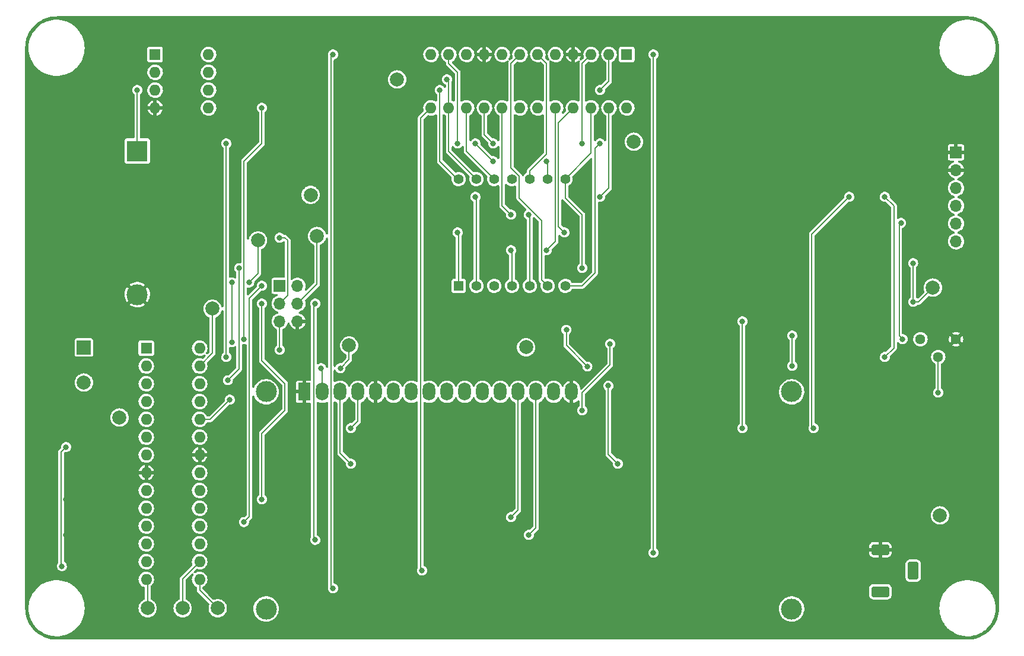
<source format=gbr>
%TF.GenerationSoftware,KiCad,Pcbnew,(6.0.5)*%
%TF.CreationDate,2022-07-21T17:01:30-05:00*%
%TF.ProjectId,julio_cool_clock,6a756c69-6f5f-4636-9f6f-6c5f636c6f63,rev?*%
%TF.SameCoordinates,PX4c4b400PY8a48640*%
%TF.FileFunction,Copper,L2,Bot*%
%TF.FilePolarity,Positive*%
%FSLAX46Y46*%
G04 Gerber Fmt 4.6, Leading zero omitted, Abs format (unit mm)*
G04 Created by KiCad (PCBNEW (6.0.5)) date 2022-07-21 17:01:30*
%MOMM*%
%LPD*%
G01*
G04 APERTURE LIST*
G04 Aperture macros list*
%AMRoundRect*
0 Rectangle with rounded corners*
0 $1 Rounding radius*
0 $2 $3 $4 $5 $6 $7 $8 $9 X,Y pos of 4 corners*
0 Add a 4 corners polygon primitive as box body*
4,1,4,$2,$3,$4,$5,$6,$7,$8,$9,$2,$3,0*
0 Add four circle primitives for the rounded corners*
1,1,$1+$1,$2,$3*
1,1,$1+$1,$4,$5*
1,1,$1+$1,$6,$7*
1,1,$1+$1,$8,$9*
0 Add four rect primitives between the rounded corners*
20,1,$1+$1,$2,$3,$4,$5,0*
20,1,$1+$1,$4,$5,$6,$7,0*
20,1,$1+$1,$6,$7,$8,$9,0*
20,1,$1+$1,$8,$9,$2,$3,0*%
G04 Aperture macros list end*
%TA.AperFunction,ComponentPad*%
%ADD10C,2.000000*%
%TD*%
%TA.AperFunction,ComponentPad*%
%ADD11C,3.000000*%
%TD*%
%TA.AperFunction,ComponentPad*%
%ADD12R,1.800000X2.600000*%
%TD*%
%TA.AperFunction,ComponentPad*%
%ADD13O,1.800000X2.600000*%
%TD*%
%TA.AperFunction,ComponentPad*%
%ADD14R,2.000000X2.000000*%
%TD*%
%TA.AperFunction,ComponentPad*%
%ADD15R,1.600000X1.600000*%
%TD*%
%TA.AperFunction,ComponentPad*%
%ADD16O,1.600000X1.600000*%
%TD*%
%TA.AperFunction,ComponentPad*%
%ADD17C,1.440000*%
%TD*%
%TA.AperFunction,ComponentPad*%
%ADD18R,1.700000X1.700000*%
%TD*%
%TA.AperFunction,ComponentPad*%
%ADD19O,1.700000X1.700000*%
%TD*%
%TA.AperFunction,ComponentPad*%
%ADD20R,1.400000X1.400000*%
%TD*%
%TA.AperFunction,ComponentPad*%
%ADD21C,1.400000*%
%TD*%
%TA.AperFunction,ComponentPad*%
%ADD22R,3.000000X3.000000*%
%TD*%
%TA.AperFunction,ComponentPad*%
%ADD23RoundRect,0.400000X0.900000X0.400000X-0.900000X0.400000X-0.900000X-0.400000X0.900000X-0.400000X0*%
%TD*%
%TA.AperFunction,ComponentPad*%
%ADD24RoundRect,0.400000X0.400000X0.900000X-0.400000X0.900000X-0.400000X-0.900000X0.400000X-0.900000X0*%
%TD*%
%TA.AperFunction,ViaPad*%
%ADD25C,0.812800*%
%TD*%
%TA.AperFunction,Conductor*%
%ADD26C,0.203200*%
%TD*%
G04 APERTURE END LIST*
D10*
%TO.P,TP11,1,1*%
%TO.N,Net-(DS1-Pad15)*%
X72000000Y42250000D03*
%TD*%
%TO.P,TP15,1,1*%
%TO.N,LED_SCK*%
X41250000Y64000000D03*
%TD*%
%TO.P,TP12,1,1*%
%TO.N,VCC*%
X46750000Y42500000D03*
%TD*%
D11*
%TO.P,DS1,*%
%TO.N,*%
X109899988Y35897500D03*
X109899468Y4896800D03*
X34900888Y35897500D03*
X34900888Y4896800D03*
D12*
%TO.P,DS1,1,VSS*%
%TO.N,GND*%
X40399988Y35897500D03*
D13*
%TO.P,DS1,2,VDD*%
%TO.N,VCC*%
X42939988Y35897500D03*
%TO.P,DS1,3,VO*%
%TO.N,Net-(DS1-Pad3)*%
X45479988Y35897500D03*
%TO.P,DS1,4,RS*%
%TO.N,RS*%
X48019988Y35897500D03*
%TO.P,DS1,5,R/W*%
%TO.N,GND*%
X50559988Y35897500D03*
%TO.P,DS1,6,E*%
%TO.N,E*%
X53099988Y35897500D03*
%TO.P,DS1,7,D0*%
%TO.N,unconnected-(DS1-Pad7)*%
X55639988Y35897500D03*
%TO.P,DS1,8,D1*%
%TO.N,unconnected-(DS1-Pad8)*%
X58179988Y35897500D03*
%TO.P,DS1,9,D2*%
%TO.N,unconnected-(DS1-Pad9)*%
X60719988Y35897500D03*
%TO.P,DS1,10,D3*%
%TO.N,unconnected-(DS1-Pad10)*%
X63259988Y35897500D03*
%TO.P,DS1,11,D4*%
%TO.N,D4*%
X65799988Y35897500D03*
%TO.P,DS1,12,D5*%
%TO.N,D5*%
X68339988Y35897500D03*
%TO.P,DS1,13,D6*%
%TO.N,D6*%
X70879988Y35897500D03*
%TO.P,DS1,14,D7*%
%TO.N,D7*%
X73419988Y35897500D03*
%TO.P,DS1,15,LED(+)*%
%TO.N,Net-(DS1-Pad15)*%
X75959988Y35897500D03*
%TO.P,DS1,16,LED(-)*%
%TO.N,GND*%
X78499988Y35897500D03*
%TD*%
D14*
%TO.P,BZ1,1,-*%
%TO.N,VCC*%
X8900000Y42214784D03*
D10*
%TO.P,BZ1,2,+*%
%TO.N,Net-(BZ1-Pad2)*%
X8900000Y37214784D03*
%TD*%
%TO.P,TP1,1,1*%
%TO.N,Net-(C7-Pad1)*%
X131074000Y18254000D03*
%TD*%
%TO.P,TP17,1,1*%
%TO.N,DIS_DATA*%
X23000000Y5000000D03*
%TD*%
%TO.P,TP19,1,1*%
%TO.N,SCL*%
X33750000Y57500000D03*
%TD*%
%TO.P,TP16,1,1*%
%TO.N,DIS_LOAD*%
X18000000Y5000000D03*
%TD*%
D15*
%TO.P,U1,1,~{RESET}/PC6*%
%TO.N,RESET*%
X17800000Y42120000D03*
D16*
%TO.P,U1,2,RXD/PD0*%
%TO.N,RXD*%
X17800000Y39580000D03*
%TO.P,U1,3,TXD/PD1*%
%TO.N,TXD*%
X17800000Y37040000D03*
%TO.P,U1,4,INT0/PD2*%
%TO.N,BTN_UP*%
X17800000Y34500000D03*
%TO.P,U1,5,INT1/PD3*%
%TO.N,BTN_SELECT*%
X17800000Y31960000D03*
%TO.P,U1,6,PD4*%
%TO.N,BTN_DWN*%
X17800000Y29420000D03*
%TO.P,U1,7,VCC*%
%TO.N,VCC*%
X17800000Y26880000D03*
%TO.P,U1,8,GND*%
%TO.N,GND*%
X17800000Y24340000D03*
%TO.P,U1,9,XTAL1/PB6*%
%TO.N,/XTAL1*%
X17800000Y21800000D03*
%TO.P,U1,10,XTAL2/PB7*%
%TO.N,/XTAL2*%
X17800000Y19260000D03*
%TO.P,U1,11,OC0B/PD5*%
%TO.N,D6*%
X17800000Y16720000D03*
%TO.P,U1,12,OC0A/PD6*%
%TO.N,D7*%
X17800000Y14180000D03*
%TO.P,U1,13,PD7*%
%TO.N,BZER*%
X17800000Y11640000D03*
%TO.P,U1,14,PB0*%
%TO.N,DIS_LOAD*%
X17800000Y9100000D03*
%TO.P,U1,15,OC1A/PB1*%
%TO.N,DIS_CLK*%
X25420000Y9100000D03*
%TO.P,U1,16,OC1B/PB2*%
%TO.N,DIS_DATA*%
X25420000Y11640000D03*
%TO.P,U1,17,MOSI/PB3*%
%TO.N,MOSI*%
X25420000Y14180000D03*
%TO.P,U1,18,MISO/PB4*%
%TO.N,MISO*%
X25420000Y16720000D03*
%TO.P,U1,19,SCK/PB5*%
%TO.N,LED_SCK*%
X25420000Y19260000D03*
%TO.P,U1,20,AVCC*%
%TO.N,VCC*%
X25420000Y21800000D03*
%TO.P,U1,21,AREF*%
%TO.N,/AREF*%
X25420000Y24340000D03*
%TO.P,U1,22,GND*%
%TO.N,GND*%
X25420000Y26880000D03*
%TO.P,U1,23,ADC0/PC0*%
%TO.N,RS*%
X25420000Y29420000D03*
%TO.P,U1,24,ADC1/PC1*%
%TO.N,E*%
X25420000Y31960000D03*
%TO.P,U1,25,ADC2/PC2*%
%TO.N,D4*%
X25420000Y34500000D03*
%TO.P,U1,26,ADC3/PC3*%
%TO.N,D5*%
X25420000Y37040000D03*
%TO.P,U1,27,SDA/PC4*%
%TO.N,SDA*%
X25420000Y39580000D03*
%TO.P,U1,28,SCL/PC5*%
%TO.N,SCL*%
X25420000Y42120000D03*
%TD*%
D17*
%TO.P,RV1,1,1*%
%TO.N,VCC*%
X128280000Y43400000D03*
%TO.P,RV1,2,2*%
%TO.N,Net-(DS1-Pad3)*%
X130820000Y40860000D03*
%TO.P,RV1,3,3*%
%TO.N,GND*%
X133360000Y43400000D03*
%TD*%
D10*
%TO.P,TP13,1,1*%
%TO.N,MOSI*%
X42174000Y58132000D03*
%TD*%
D18*
%TO.P,J2,1,Pin_1*%
%TO.N,MISO*%
X36840000Y51020000D03*
D19*
%TO.P,J2,2,Pin_2*%
%TO.N,VCC*%
X39380000Y51020000D03*
%TO.P,J2,3,Pin_3*%
%TO.N,LED_SCK*%
X36840000Y48480000D03*
%TO.P,J2,4,Pin_4*%
%TO.N,MOSI*%
X39380000Y48480000D03*
%TO.P,J2,5,Pin_5*%
%TO.N,RESET*%
X36840000Y45940000D03*
%TO.P,J2,6,Pin_6*%
%TO.N,GND*%
X39380000Y45940000D03*
%TD*%
D10*
%TO.P,TP5,1,1*%
%TO.N,RESET*%
X130058000Y50766000D03*
%TD*%
%TO.P,TP10,1,1*%
%TO.N,VCC*%
X87386000Y71594000D03*
%TD*%
%TO.P,TP18,1,1*%
%TO.N,DIS_CLK*%
X28000000Y5000000D03*
%TD*%
%TO.P,TP8,1,1*%
%TO.N,Net-(BZ1-Pad2)*%
X13980000Y32224000D03*
%TD*%
D18*
%TO.P,J3,1,Pin_1*%
%TO.N,GND*%
X133360000Y70070000D03*
D19*
%TO.P,J3,2,Pin_2*%
X133360000Y67530000D03*
%TO.P,J3,3,Pin_3*%
%TO.N,unconnected-(J3-Pad3)*%
X133360000Y64990000D03*
%TO.P,J3,4,Pin_4*%
%TO.N,/SER_TX*%
X133360000Y62450000D03*
%TO.P,J3,5,Pin_5*%
%TO.N,/SER_RX*%
X133360000Y59910000D03*
%TO.P,J3,6,Pin_6*%
%TO.N,/RTS*%
X133360000Y57370000D03*
%TD*%
D15*
%TO.P,U2,1,DIN*%
%TO.N,DIS_DATA*%
X86375000Y84040000D03*
D16*
%TO.P,U2,2,DIG_0*%
%TO.N,/DIG_0*%
X83835000Y84040000D03*
%TO.P,U2,3,DIG_4*%
%TO.N,/DIG_4*%
X81295000Y84040000D03*
%TO.P,U2,4,GND*%
%TO.N,GND*%
X78755000Y84040000D03*
%TO.P,U2,5,DIG_6*%
%TO.N,unconnected-(U2-Pad5)*%
X76215000Y84040000D03*
%TO.P,U2,6,DIG_2*%
%TO.N,/DIG_2*%
X73675000Y84040000D03*
%TO.P,U2,7,DIG_3*%
%TO.N,/DIG_3*%
X71135000Y84040000D03*
%TO.P,U2,8,DIG_7*%
%TO.N,unconnected-(U2-Pad8)*%
X68595000Y84040000D03*
%TO.P,U2,9,GND*%
%TO.N,GND*%
X66055000Y84040000D03*
%TO.P,U2,10,DIG_5*%
%TO.N,unconnected-(U2-Pad10)*%
X63515000Y84040000D03*
%TO.P,U2,11,DIG_1*%
%TO.N,/DIG_1*%
X60975000Y84040000D03*
%TO.P,U2,12,LOAD*%
%TO.N,DIS_LOAD*%
X58435000Y84040000D03*
%TO.P,U2,13,CLK*%
%TO.N,DIS_CLK*%
X58435000Y76420000D03*
%TO.P,U2,14,SEG_A*%
%TO.N,/SEG_A*%
X60975000Y76420000D03*
%TO.P,U2,15,SEG_F*%
%TO.N,/SEG_F*%
X63515000Y76420000D03*
%TO.P,U2,16,SEG_B*%
%TO.N,/SEG_B*%
X66055000Y76420000D03*
%TO.P,U2,17,SEG_G*%
%TO.N,/SEG_G*%
X68595000Y76420000D03*
%TO.P,U2,18,ISET*%
%TO.N,Net-(R2-Pad2)*%
X71135000Y76420000D03*
%TO.P,U2,19,V+*%
%TO.N,VCC*%
X73675000Y76420000D03*
%TO.P,U2,20,SEG_C*%
%TO.N,/SEG_C*%
X76215000Y76420000D03*
%TO.P,U2,21,SEG_E*%
%TO.N,/SEG_E*%
X78755000Y76420000D03*
%TO.P,U2,22,SEG_DP*%
%TO.N,/SEG_DP*%
X81295000Y76420000D03*
%TO.P,U2,23,SEG_D*%
%TO.N,/SEG_D*%
X83835000Y76420000D03*
%TO.P,U2,24,DOUT*%
%TO.N,unconnected-(U2-Pad24)*%
X86375000Y76420000D03*
%TD*%
D10*
%TO.P,TP14,1,1*%
%TO.N,/SEG_A*%
X53604000Y80484000D03*
%TD*%
D15*
%TO.P,U3,1,X1*%
%TO.N,Net-(U3-Pad1)*%
X19060000Y84040000D03*
D16*
%TO.P,U3,2,X2*%
%TO.N,Net-(U3-Pad2)*%
X19060000Y81500000D03*
%TO.P,U3,3,VBAT*%
%TO.N,Net-(BT1-Pad1)*%
X19060000Y78960000D03*
%TO.P,U3,4,GND*%
%TO.N,GND*%
X19060000Y76420000D03*
%TO.P,U3,5,SDA*%
%TO.N,SDA*%
X26680000Y76420000D03*
%TO.P,U3,6,SCL*%
%TO.N,SCL*%
X26680000Y78960000D03*
%TO.P,U3,7,SQW/OUT*%
%TO.N,unconnected-(U3-Pad7)*%
X26680000Y81500000D03*
%TO.P,U3,8,VCC*%
%TO.N,VCC*%
X26680000Y84040000D03*
%TD*%
D20*
%TO.P,DS2,1,E*%
%TO.N,/SEG_E*%
X62380005Y51020000D03*
D21*
%TO.P,DS2,2,D*%
%TO.N,/SEG_D*%
X64920005Y51020000D03*
%TO.P,DS2,3,DP*%
%TO.N,/SEG_DP*%
X67460005Y51020000D03*
%TO.P,DS2,4,C*%
%TO.N,/SEG_C*%
X70000005Y51020000D03*
%TO.P,DS2,5,G*%
%TO.N,/SEG_G*%
X72540005Y51020000D03*
%TO.P,DS2,6,COM_DIG.4*%
%TO.N,/DIG_3*%
X75080005Y51020000D03*
%TO.P,DS2,7,COM_COLON*%
%TO.N,/DIG_4*%
X77620005Y51020000D03*
%TO.P,DS2,8,COLON*%
%TO.N,/SEG_DP*%
X77620005Y66260000D03*
%TO.P,DS2,9,B*%
%TO.N,/SEG_B*%
X75080005Y66260000D03*
%TO.P,DS2,10,COM_DIG.3*%
%TO.N,/DIG_2*%
X72540005Y66260000D03*
%TO.P,DS2,11,COM_DIG.2*%
%TO.N,/DIG_1*%
X70000005Y66260000D03*
%TO.P,DS2,12,F*%
%TO.N,/SEG_F*%
X67460005Y66260000D03*
%TO.P,DS2,13,A*%
%TO.N,/SEG_A*%
X64920005Y66260000D03*
%TO.P,DS2,14,COM_DIG.1*%
%TO.N,/DIG_0*%
X62380005Y66260000D03*
%TD*%
D22*
%TO.P,BT1,1,+*%
%TO.N,Net-(BT1-Pad1)*%
X16519984Y70253686D03*
D11*
%TO.P,BT1,2,-*%
%TO.N,GND*%
X16519984Y49763686D03*
%TD*%
D10*
%TO.P,TP20,1,1*%
%TO.N,SDA*%
X27250000Y47750000D03*
%TD*%
D23*
%TO.P,J1,1,POLE*%
%TO.N,Net-(C7-Pad1)*%
X122550800Y7350000D03*
%TO.P,J1,2,OUT*%
%TO.N,GND*%
X122550800Y13350000D03*
D24*
%TO.P,J1,3,OUT*%
%TO.N,unconnected-(J1-Pad3)*%
X127250800Y10350000D03*
%TD*%
D25*
%TO.N,Net-(BT1-Pad1)*%
X16520000Y78960000D03*
%TO.N,GND*%
X73416000Y70070000D03*
X116520000Y31565000D03*
X118374000Y71086000D03*
X36840000Y67784000D03*
X13218000Y29684000D03*
X118120000Y53306000D03*
X6360000Y15460000D03*
X129220000Y31565000D03*
X6360000Y20540000D03*
X71130000Y70070000D03*
X103134000Y71086000D03*
X103134000Y53306000D03*
X29982000Y22318000D03*
X10424000Y25527000D03*
%TO.N,VCC*%
X42750000Y39250000D03*
X45500000Y39250000D03*
%TO.N,RESET*%
X127264000Y48734000D03*
X109992000Y39590000D03*
X109992000Y43908000D03*
X80750000Y39500000D03*
X127250000Y54250000D03*
X36840000Y41876000D03*
X77750000Y44750000D03*
%TO.N,RS*%
X47000000Y30700000D03*
%TO.N,E*%
X29728000Y34764000D03*
%TO.N,D6*%
X69860000Y18000000D03*
%TO.N,D7*%
X72400000Y15460000D03*
%TO.N,Net-(DS1-Pad3)*%
X47000000Y25620000D03*
X130820000Y35780000D03*
X85100000Y25620000D03*
X83750000Y36750000D03*
%TO.N,/SEG_E*%
X77480000Y58640000D03*
X62240000Y58640000D03*
%TO.N,/SEG_D*%
X82560000Y63720000D03*
X64780000Y63720000D03*
%TO.N,/SEG_DP*%
X80020000Y53560000D03*
%TO.N,/SEG_C*%
X69860000Y56100000D03*
X74940000Y56100000D03*
%TO.N,/SEG_G*%
X72400000Y61180000D03*
X69860000Y61180000D03*
%TO.N,/SEG_B*%
X67320000Y71340000D03*
X74940000Y68800000D03*
%TO.N,/SEG_A*%
X60716000Y80484000D03*
%TO.N,MISO*%
X34300000Y51020000D03*
X31742943Y17289300D03*
%TO.N,LED_SCK*%
X36840000Y57878000D03*
X34300000Y20540000D03*
X34300000Y48480000D03*
%TO.N,MOSI*%
X41922281Y14749300D03*
X41920000Y48480000D03*
%TO.N,SCL*%
X34300000Y76420000D03*
X30000000Y51500000D03*
X31760000Y43400000D03*
X32500000Y51500000D03*
X30000000Y43000000D03*
%TO.N,SDA*%
X29220000Y71340000D03*
X29220000Y40860000D03*
%TO.N,BTN_UP*%
X31049300Y53548165D03*
X29446956Y37541874D03*
%TO.N,BTN_SELECT*%
X113040000Y30700000D03*
X118120000Y63720000D03*
%TO.N,BTN_DWN*%
X102880000Y45940000D03*
X102880000Y30700000D03*
%TO.N,BZER*%
X5750000Y11000000D03*
X6360000Y28015700D03*
%TO.N,RXD*%
X125740000Y43400000D03*
X125500000Y60000000D03*
%TO.N,TXD*%
X123200000Y63720000D03*
X84000000Y42750000D03*
X80020000Y33240000D03*
X123200000Y40860000D03*
%TO.N,DIS_CLK*%
X57160000Y10380000D03*
%TO.N,DIS_DATA*%
X90180000Y84040000D03*
X90180000Y12920000D03*
%TO.N,DIS_LOAD*%
X44460000Y84040000D03*
X44460000Y7840000D03*
%TO.N,/DIG_4*%
X82560000Y71340000D03*
X80020000Y71340000D03*
%TO.N,/DIG_1*%
X62240000Y71340000D03*
X67320000Y68800000D03*
X64780000Y71340000D03*
%TO.N,/DIG_0*%
X82560000Y78960000D03*
X59700000Y78960000D03*
%TD*%
D26*
%TO.N,Net-(BT1-Pad1)*%
X16519984Y78959984D02*
X16519984Y70253686D01*
X16520000Y78960000D02*
X16519984Y78959984D01*
%TO.N,VCC*%
X42939988Y39060012D02*
X42939988Y35897500D01*
X46750000Y42500000D02*
X46750000Y40500000D01*
X42750000Y39250000D02*
X42939988Y39060012D01*
X46750000Y40500000D02*
X45500000Y39250000D01*
%TO.N,RESET*%
X127264000Y48734000D02*
X127264000Y54236000D01*
X77750000Y44750000D02*
X77750000Y42500000D01*
X36840000Y41876000D02*
X36840000Y45940000D01*
X77750000Y42500000D02*
X80750000Y39500000D01*
X109992000Y43908000D02*
X109992000Y39590000D01*
X127264000Y48734000D02*
X128026000Y48734000D01*
X127264000Y54236000D02*
X127250000Y54250000D01*
X128026000Y48734000D02*
X130058000Y50766000D01*
%TO.N,RS*%
X48019988Y31719988D02*
X48019988Y35897500D01*
X47000000Y30700000D02*
X48019988Y31719988D01*
%TO.N,E*%
X29728000Y34764000D02*
X26924000Y31960000D01*
X26924000Y31960000D02*
X25420000Y31960000D01*
%TO.N,D6*%
X70879988Y19019988D02*
X70879988Y35897500D01*
X69860000Y18000000D02*
X70879988Y19019988D01*
%TO.N,D7*%
X73419988Y16479988D02*
X73419988Y35897500D01*
X72400000Y15460000D02*
X73419988Y16479988D01*
%TO.N,Net-(DS1-Pad3)*%
X130820000Y40860000D02*
X130820000Y35780000D01*
X45479988Y27140012D02*
X45479988Y35897500D01*
X47000000Y25620000D02*
X45479988Y27140012D01*
X83750000Y36750000D02*
X83750000Y26970000D01*
X83750000Y26970000D02*
X85100000Y25620000D01*
%TO.N,/SEG_E*%
X76615694Y74280694D02*
X78755000Y76420000D01*
X62380005Y51020000D02*
X62380005Y58499995D01*
X62380005Y58499995D02*
X62240000Y58640000D01*
X77480000Y58640000D02*
X76615694Y59504306D01*
X76615694Y59504306D02*
X76615694Y74280694D01*
%TO.N,/SEG_D*%
X83835000Y76420000D02*
X83835000Y64995000D01*
X64780000Y63720000D02*
X64920005Y63579995D01*
X64920005Y63579995D02*
X64920005Y51020000D01*
X83835000Y64995000D02*
X82560000Y63720000D01*
%TO.N,/SEG_DP*%
X77620005Y63579995D02*
X80020000Y61180000D01*
X80020000Y61180000D02*
X80020000Y53560000D01*
X81295000Y69934995D02*
X77620005Y66260000D01*
X77620005Y66260000D02*
X77620005Y63579995D01*
X81295000Y76420000D02*
X81295000Y69934995D01*
%TO.N,/SEG_C*%
X70000005Y51020000D02*
X70000005Y55959995D01*
X70000005Y55959995D02*
X69860000Y56100000D01*
X76209774Y76414774D02*
X76215000Y76420000D01*
X74940000Y56100000D02*
X76209774Y57369774D01*
X76209774Y57369774D02*
X76209774Y76414774D01*
%TO.N,/SEG_G*%
X69860000Y61180000D02*
X68595000Y62445000D01*
X72540005Y51020000D02*
X72540005Y61039995D01*
X68595000Y62445000D02*
X68595000Y76420000D01*
X72540005Y61039995D02*
X72400000Y61180000D01*
%TO.N,/SEG_B*%
X74940000Y68800000D02*
X75080005Y68659995D01*
X66055000Y76420000D02*
X66055000Y72605000D01*
X75080005Y68659995D02*
X75080005Y66260000D01*
X66055000Y72605000D02*
X67320000Y71340000D01*
%TO.N,/SEG_F*%
X63515000Y70205005D02*
X67460005Y66260000D01*
X63515000Y76420000D02*
X63515000Y70205005D01*
%TO.N,/SEG_A*%
X60975000Y76420000D02*
X60975000Y70205005D01*
X60716000Y80484000D02*
X60975000Y80225000D01*
X60975000Y70205005D02*
X64920005Y66260000D01*
X60975000Y80225000D02*
X60975000Y76420000D01*
%TO.N,/DIG_3*%
X69860000Y82765000D02*
X69860000Y67820316D01*
X74229289Y51870716D02*
X75080005Y51020000D01*
X69860000Y67820316D02*
X71004316Y66676000D01*
X71135000Y84040000D02*
X69860000Y82765000D01*
X71004316Y63580782D02*
X74229289Y60355809D01*
X71004316Y66676000D02*
X71004316Y63580782D01*
X74229289Y60355809D02*
X74229289Y51870716D01*
%TO.N,MISO*%
X34300000Y51020000D02*
X32522000Y49242000D01*
X32522000Y18068357D02*
X31742943Y17289300D01*
X32522000Y49242000D02*
X32522000Y18068357D01*
%TO.N,LED_SCK*%
X37994311Y49634311D02*
X37994311Y57485689D01*
X34300000Y40352000D02*
X37602000Y37050000D01*
X36840000Y48480000D02*
X37994311Y49634311D01*
X37994311Y57485689D02*
X37602000Y57878000D01*
X37602000Y33240000D02*
X34300000Y29938000D01*
X37602000Y57878000D02*
X36840000Y57878000D01*
X34300000Y48480000D02*
X34300000Y40352000D01*
X34300000Y29938000D02*
X34300000Y20540000D01*
X37602000Y37050000D02*
X37602000Y33240000D01*
%TO.N,MOSI*%
X41920000Y48480000D02*
X41735668Y48295668D01*
X41735668Y14935913D02*
X41922281Y14749300D01*
X41735668Y48295668D02*
X41735668Y14935913D01*
X42174000Y51274000D02*
X39380000Y48480000D01*
X42174000Y58132000D02*
X42174000Y51274000D01*
%TO.N,SCL*%
X33750000Y52750000D02*
X32500000Y51500000D01*
X30000000Y51500000D02*
X30000000Y43000000D01*
X34300000Y76420000D02*
X34300000Y71340000D01*
X34300000Y71340000D02*
X31760000Y68800000D01*
X31760000Y68800000D02*
X31760000Y43400000D01*
X33750000Y57500000D02*
X33750000Y52750000D01*
%TO.N,SDA*%
X27250000Y41410000D02*
X25420000Y39580000D01*
X27250000Y47750000D02*
X27250000Y41410000D01*
X29220000Y71340000D02*
X29220000Y40860000D01*
%TO.N,BTN_UP*%
X31049300Y39144218D02*
X29446956Y37541874D01*
X31049300Y53548165D02*
X31049300Y39144218D01*
%TO.N,BTN_SELECT*%
X112786000Y30954000D02*
X113040000Y30700000D01*
X112786000Y58386000D02*
X112786000Y30954000D01*
X118120000Y63720000D02*
X112786000Y58386000D01*
%TO.N,BTN_DWN*%
X102880000Y45940000D02*
X102880000Y30700000D01*
%TO.N,BZER*%
X5750000Y11000000D02*
X5649289Y11100711D01*
X5649289Y27304989D02*
X6360000Y28015700D01*
X5649289Y11100711D02*
X5649289Y27304989D01*
%TO.N,RXD*%
X125500000Y60000000D02*
X125250000Y59750000D01*
X125250000Y43890000D02*
X125740000Y43400000D01*
X125250000Y59750000D02*
X125250000Y43890000D01*
%TO.N,TXD*%
X124500000Y42160000D02*
X123200000Y40860000D01*
X124500000Y62420000D02*
X124500000Y42160000D01*
X123200000Y63720000D02*
X124500000Y62420000D01*
X84000000Y39710000D02*
X80020000Y35730000D01*
X84000000Y42750000D02*
X84000000Y39710000D01*
X80020000Y35730000D02*
X80020000Y33240000D01*
%TO.N,DIS_CLK*%
X56975668Y10564332D02*
X56975668Y74960668D01*
X25420000Y7580000D02*
X28000000Y5000000D01*
X57160000Y10380000D02*
X56975668Y10564332D01*
X25420000Y9100000D02*
X25420000Y7580000D01*
X56975668Y74960668D02*
X58435000Y76420000D01*
%TO.N,DIS_DATA*%
X23000000Y9220000D02*
X25420000Y11640000D01*
X23000000Y5000000D02*
X23000000Y9220000D01*
X90180000Y84040000D02*
X90180000Y12920000D01*
%TO.N,DIS_LOAD*%
X44144308Y8155692D02*
X44460000Y7840000D01*
X44144308Y83724308D02*
X44144308Y8155692D01*
X18000000Y5000000D02*
X18000000Y8900000D01*
X18000000Y8900000D02*
X17800000Y9100000D01*
X44460000Y84040000D02*
X44144308Y83724308D01*
%TO.N,/DIG_4*%
X81849289Y70629289D02*
X81849289Y52849289D01*
X80020000Y82765000D02*
X80020000Y71340000D01*
X81295000Y84040000D02*
X80020000Y82765000D01*
X82560000Y71340000D02*
X81849289Y70629289D01*
X80020000Y51020000D02*
X77620005Y51020000D01*
X81849289Y52849289D02*
X80020000Y51020000D01*
%TO.N,/DIG_2*%
X74940000Y69816000D02*
X72540005Y67416005D01*
X74940000Y82775000D02*
X74940000Y69816000D01*
X72540005Y67416005D02*
X72540005Y66260000D01*
X73675000Y84040000D02*
X74940000Y82775000D01*
%TO.N,/DIG_1*%
X64780000Y71340000D02*
X67320000Y68800000D01*
X62240000Y81500000D02*
X62240000Y71340000D01*
X60975000Y82765000D02*
X62240000Y81500000D01*
X60975000Y84040000D02*
X60975000Y82765000D01*
%TO.N,/DIG_0*%
X83835000Y84040000D02*
X83835000Y80235000D01*
X59700000Y68800000D02*
X62240000Y66260000D01*
X59700000Y78960000D02*
X59700000Y68800000D01*
X83835000Y80235000D02*
X82560000Y78960000D01*
%TD*%
%TA.AperFunction,Conductor*%
%TO.N,GND*%
G36*
X134971964Y89489697D02*
G01*
X134983061Y89487969D01*
X134983063Y89487969D01*
X134993724Y89486309D01*
X135004423Y89487708D01*
X135004424Y89487708D01*
X135011989Y89488697D01*
X135038222Y89489831D01*
X135384855Y89474696D01*
X135398012Y89473545D01*
X135773391Y89424126D01*
X135786399Y89421832D01*
X136156027Y89339888D01*
X136168785Y89336470D01*
X136529887Y89222614D01*
X136542298Y89218096D01*
X136892081Y89073211D01*
X136904042Y89067635D01*
X137239906Y88892795D01*
X137251327Y88886200D01*
X137570640Y88682775D01*
X137581459Y88675200D01*
X137881830Y88444718D01*
X137891948Y88436228D01*
X138171096Y88180436D01*
X138180436Y88171096D01*
X138436228Y87891948D01*
X138444718Y87881830D01*
X138675200Y87581459D01*
X138682775Y87570640D01*
X138886200Y87251327D01*
X138892795Y87239906D01*
X139067635Y86904042D01*
X139073211Y86892081D01*
X139218096Y86542298D01*
X139222614Y86529887D01*
X139324320Y86207321D01*
X139336470Y86168785D01*
X139339888Y86156027D01*
X139421832Y85786399D01*
X139424126Y85773391D01*
X139473545Y85398012D01*
X139474696Y85384855D01*
X139486945Y85104335D01*
X139489493Y85045971D01*
X139487993Y85018930D01*
X139487969Y85016935D01*
X139486309Y85006276D01*
X139490024Y84977863D01*
X139490222Y84976352D01*
X139491500Y84956721D01*
X139491500Y5051329D01*
X139489697Y5028036D01*
X139489355Y5025836D01*
X139486309Y5006276D01*
X139487708Y4995577D01*
X139487708Y4995576D01*
X139488697Y4988011D01*
X139489831Y4961778D01*
X139474696Y4615145D01*
X139473545Y4601988D01*
X139424126Y4226609D01*
X139421832Y4213601D01*
X139339888Y3843973D01*
X139336470Y3831215D01*
X139222614Y3470113D01*
X139218096Y3457702D01*
X139073211Y3107919D01*
X139067635Y3095958D01*
X138892795Y2760094D01*
X138886200Y2748673D01*
X138682775Y2429360D01*
X138675200Y2418541D01*
X138444718Y2118170D01*
X138436228Y2108052D01*
X138180436Y1828904D01*
X138171096Y1819564D01*
X137891948Y1563772D01*
X137881830Y1555282D01*
X137581459Y1324800D01*
X137570640Y1317225D01*
X137251327Y1113800D01*
X137239906Y1107205D01*
X136904042Y932365D01*
X136892081Y926789D01*
X136542298Y781904D01*
X136529887Y777386D01*
X136168785Y663530D01*
X136156027Y660112D01*
X135786399Y578168D01*
X135773391Y575874D01*
X135398012Y526455D01*
X135384855Y525304D01*
X135200650Y517261D01*
X135045968Y510507D01*
X135018930Y512007D01*
X135016935Y512031D01*
X135006276Y513691D01*
X134977863Y509976D01*
X134976352Y509778D01*
X134956721Y508500D01*
X5051329Y508500D01*
X5028036Y510303D01*
X5016939Y512031D01*
X5016937Y512031D01*
X5006276Y513691D01*
X4995577Y512292D01*
X4995576Y512292D01*
X4988011Y511303D01*
X4961778Y510169D01*
X4615145Y525304D01*
X4601988Y526455D01*
X4226609Y575874D01*
X4213601Y578168D01*
X3843973Y660112D01*
X3831215Y663530D01*
X3470113Y777386D01*
X3457702Y781904D01*
X3107919Y926789D01*
X3095958Y932365D01*
X2760094Y1107205D01*
X2748673Y1113800D01*
X2429360Y1317225D01*
X2418541Y1324800D01*
X2118170Y1555282D01*
X2108052Y1563772D01*
X1828904Y1819564D01*
X1819564Y1828904D01*
X1563772Y2108052D01*
X1555282Y2118170D01*
X1324800Y2418541D01*
X1317225Y2429360D01*
X1113800Y2748673D01*
X1107205Y2760094D01*
X932365Y3095958D01*
X926789Y3107919D01*
X781904Y3457702D01*
X777386Y3470113D01*
X663530Y3831215D01*
X660112Y3843973D01*
X578168Y4213601D01*
X575874Y4226609D01*
X526455Y4601988D01*
X525304Y4615145D01*
X510678Y4950115D01*
X512263Y4975835D01*
X512083Y4975851D01*
X512606Y4981680D01*
X513576Y4987448D01*
X513729Y5000000D01*
X511727Y5013981D01*
X994883Y5013981D01*
X1013974Y4609167D01*
X1014538Y4605393D01*
X1014539Y4605383D01*
X1062715Y4283031D01*
X1073876Y4208354D01*
X1074821Y4204645D01*
X1074823Y4204637D01*
X1119785Y4028243D01*
X1173975Y3815648D01*
X1187253Y3779365D01*
X1311933Y3438659D01*
X1311937Y3438650D01*
X1313248Y3435067D01*
X1314917Y3431631D01*
X1314919Y3431625D01*
X1350226Y3358913D01*
X1490268Y3070509D01*
X1703223Y2725706D01*
X1705553Y2722670D01*
X1705554Y2722668D01*
X1729618Y2691307D01*
X1949932Y2404188D01*
X1952556Y2401403D01*
X1952559Y2401400D01*
X2088900Y2256719D01*
X2227869Y2109249D01*
X2534189Y1843906D01*
X2865755Y1610877D01*
X3219173Y1412548D01*
X3590825Y1250950D01*
X3976904Y1127736D01*
X4373458Y1044169D01*
X4377256Y1043763D01*
X4377263Y1043762D01*
X4657598Y1013803D01*
X4776427Y1001104D01*
X5000173Y999932D01*
X5177857Y999002D01*
X5177858Y999002D01*
X5181685Y998982D01*
X5321355Y1012431D01*
X5581262Y1037457D01*
X5581264Y1037457D01*
X5585083Y1037825D01*
X5588839Y1038576D01*
X5588849Y1038577D01*
X5978739Y1116485D01*
X5978744Y1116486D01*
X5982491Y1117235D01*
X6175919Y1176741D01*
X6366170Y1235270D01*
X6366175Y1235272D01*
X6369839Y1236399D01*
X6743162Y1394096D01*
X6746516Y1395932D01*
X7095284Y1586878D01*
X7095288Y1586881D01*
X7098637Y1588714D01*
X7134095Y1613083D01*
X7429467Y1816086D01*
X7432626Y1818257D01*
X7435547Y1820734D01*
X7435552Y1820738D01*
X7738788Y2077902D01*
X7741708Y2080378D01*
X8022718Y2372391D01*
X8272781Y2691307D01*
X8332244Y2785369D01*
X8487284Y3030617D01*
X8487290Y3030628D01*
X8489334Y3033861D01*
X8520290Y3095948D01*
X8668448Y3393108D01*
X8668449Y3393110D01*
X8670162Y3396546D01*
X8813412Y3775647D01*
X8917619Y4167284D01*
X8923602Y4204637D01*
X8981108Y4563655D01*
X8981109Y4563662D01*
X8981715Y4567447D01*
X8983903Y4605383D01*
X9004926Y4970010D01*
X9005043Y4972039D01*
X9005121Y4994154D01*
X9005134Y4997948D01*
X9005134Y4997955D01*
X9005141Y5000000D01*
X16689714Y5000000D01*
X16690290Y4993416D01*
X16707361Y4798297D01*
X16709620Y4772471D01*
X16768734Y4551856D01*
X16771527Y4545866D01*
X16771529Y4545861D01*
X16816997Y4448356D01*
X16865259Y4344857D01*
X16869047Y4339447D01*
X16869050Y4339442D01*
X16957165Y4213601D01*
X16996263Y4157764D01*
X17157764Y3996263D01*
X17163177Y3992473D01*
X17339442Y3869050D01*
X17339447Y3869047D01*
X17344857Y3865259D01*
X17417865Y3831215D01*
X17545861Y3771529D01*
X17545866Y3771527D01*
X17551856Y3768734D01*
X17621285Y3750131D01*
X17766080Y3711332D01*
X17766085Y3711331D01*
X17772471Y3709620D01*
X17779056Y3709044D01*
X17779061Y3709043D01*
X17993416Y3690290D01*
X18000000Y3689714D01*
X18006584Y3690290D01*
X18220939Y3709043D01*
X18220944Y3709044D01*
X18227529Y3709620D01*
X18233915Y3711331D01*
X18233920Y3711332D01*
X18378715Y3750131D01*
X18448144Y3768734D01*
X18454134Y3771527D01*
X18454139Y3771529D01*
X18582135Y3831215D01*
X18655143Y3865259D01*
X18660553Y3869047D01*
X18660558Y3869050D01*
X18836823Y3992473D01*
X18842236Y3996263D01*
X19003737Y4157764D01*
X19042835Y4213601D01*
X19130950Y4339442D01*
X19130953Y4339447D01*
X19134741Y4344857D01*
X19183003Y4448356D01*
X19228471Y4545861D01*
X19228473Y4545866D01*
X19231266Y4551856D01*
X19290380Y4772471D01*
X19292640Y4798297D01*
X19309710Y4993416D01*
X19310286Y5000000D01*
X21689714Y5000000D01*
X21690290Y4993416D01*
X21707361Y4798297D01*
X21709620Y4772471D01*
X21768734Y4551856D01*
X21771527Y4545866D01*
X21771529Y4545861D01*
X21816997Y4448356D01*
X21865259Y4344857D01*
X21869047Y4339447D01*
X21869050Y4339442D01*
X21957165Y4213601D01*
X21996263Y4157764D01*
X22157764Y3996263D01*
X22163177Y3992473D01*
X22339442Y3869050D01*
X22339447Y3869047D01*
X22344857Y3865259D01*
X22417865Y3831215D01*
X22545861Y3771529D01*
X22545866Y3771527D01*
X22551856Y3768734D01*
X22621285Y3750131D01*
X22766080Y3711332D01*
X22766085Y3711331D01*
X22772471Y3709620D01*
X22779056Y3709044D01*
X22779061Y3709043D01*
X22993416Y3690290D01*
X23000000Y3689714D01*
X23006584Y3690290D01*
X23220939Y3709043D01*
X23220944Y3709044D01*
X23227529Y3709620D01*
X23233915Y3711331D01*
X23233920Y3711332D01*
X23378715Y3750131D01*
X23448144Y3768734D01*
X23454134Y3771527D01*
X23454139Y3771529D01*
X23582135Y3831215D01*
X23655143Y3865259D01*
X23660553Y3869047D01*
X23660558Y3869050D01*
X23836823Y3992473D01*
X23842236Y3996263D01*
X24003737Y4157764D01*
X24042835Y4213601D01*
X24130950Y4339442D01*
X24130953Y4339447D01*
X24134741Y4344857D01*
X24183003Y4448356D01*
X24228471Y4545861D01*
X24228473Y4545866D01*
X24231266Y4551856D01*
X24290380Y4772471D01*
X24292640Y4798297D01*
X24309710Y4993416D01*
X24310286Y5000000D01*
X24295425Y5169866D01*
X24290957Y5220939D01*
X24290956Y5220944D01*
X24290380Y5227529D01*
X24231266Y5448144D01*
X24228473Y5454134D01*
X24228471Y5454139D01*
X24161915Y5596868D01*
X24134741Y5655143D01*
X24130953Y5660553D01*
X24130950Y5660558D01*
X24007527Y5836823D01*
X24003737Y5842236D01*
X23842236Y6003737D01*
X23682688Y6115454D01*
X23660558Y6130950D01*
X23660553Y6130953D01*
X23655143Y6134741D01*
X23494315Y6209736D01*
X23434280Y6260112D01*
X23407476Y6333756D01*
X23406900Y6346951D01*
X23406900Y8988745D01*
X23427184Y9064445D01*
X23451244Y9095801D01*
X24271641Y9916198D01*
X24339512Y9955383D01*
X24417882Y9955383D01*
X24485753Y9916198D01*
X24524938Y9848327D01*
X24524938Y9769957D01*
X24497594Y9715411D01*
X24489046Y9704568D01*
X24394461Y9524792D01*
X24334222Y9330789D01*
X24330849Y9302288D01*
X24313727Y9157627D01*
X24310345Y9129057D01*
X24312525Y9095801D01*
X24321469Y8959345D01*
X24323631Y8926352D01*
X24325338Y8919630D01*
X24325339Y8919625D01*
X24368059Y8751417D01*
X24373635Y8729463D01*
X24376542Y8723158D01*
X24376542Y8723157D01*
X24451628Y8560283D01*
X24458681Y8544983D01*
X24575923Y8379090D01*
X24580893Y8374248D01*
X24580896Y8374245D01*
X24636140Y8320429D01*
X24721432Y8237341D01*
X24727207Y8233482D01*
X24727211Y8233479D01*
X24821118Y8170733D01*
X24890337Y8124482D01*
X24896715Y8121742D01*
X24896722Y8121738D01*
X24921463Y8111109D01*
X24983009Y8062591D01*
X25012050Y7989800D01*
X25013100Y7972004D01*
X25013100Y7515554D01*
X25016782Y7504222D01*
X25019437Y7496051D01*
X25024982Y7472955D01*
X25028191Y7452694D01*
X25033599Y7442080D01*
X25033601Y7442074D01*
X25037502Y7434418D01*
X25046591Y7412475D01*
X25049247Y7404302D01*
X25052930Y7392968D01*
X25059934Y7383329D01*
X25059935Y7383326D01*
X25064985Y7376375D01*
X25077399Y7356117D01*
X25081294Y7348472D01*
X25081299Y7348466D01*
X25086708Y7337849D01*
X26759818Y5664739D01*
X26799003Y5596868D01*
X26799003Y5518498D01*
X26789980Y5493706D01*
X26768734Y5448144D01*
X26709620Y5227529D01*
X26709044Y5220944D01*
X26709043Y5220939D01*
X26704575Y5169866D01*
X26689714Y5000000D01*
X26690290Y4993416D01*
X26707361Y4798297D01*
X26709620Y4772471D01*
X26768734Y4551856D01*
X26771527Y4545866D01*
X26771529Y4545861D01*
X26816997Y4448356D01*
X26865259Y4344857D01*
X26869047Y4339447D01*
X26869050Y4339442D01*
X26957165Y4213601D01*
X26996263Y4157764D01*
X27157764Y3996263D01*
X27163177Y3992473D01*
X27339442Y3869050D01*
X27339447Y3869047D01*
X27344857Y3865259D01*
X27417865Y3831215D01*
X27545861Y3771529D01*
X27545866Y3771527D01*
X27551856Y3768734D01*
X27621285Y3750131D01*
X27766080Y3711332D01*
X27766085Y3711331D01*
X27772471Y3709620D01*
X27779056Y3709044D01*
X27779061Y3709043D01*
X27993416Y3690290D01*
X28000000Y3689714D01*
X28006584Y3690290D01*
X28220939Y3709043D01*
X28220944Y3709044D01*
X28227529Y3709620D01*
X28233915Y3711331D01*
X28233920Y3711332D01*
X28378715Y3750131D01*
X28448144Y3768734D01*
X28454134Y3771527D01*
X28454139Y3771529D01*
X28582135Y3831215D01*
X28655143Y3865259D01*
X28660553Y3869047D01*
X28660558Y3869050D01*
X28836823Y3992473D01*
X28842236Y3996263D01*
X29003737Y4157764D01*
X29042835Y4213601D01*
X29130950Y4339442D01*
X29130953Y4339447D01*
X29134741Y4344857D01*
X29183003Y4448356D01*
X29228471Y4545861D01*
X29228473Y4545866D01*
X29231266Y4551856D01*
X29290380Y4772471D01*
X29292640Y4798297D01*
X29305403Y4944190D01*
X33091146Y4944190D01*
X33104020Y4676172D01*
X33105113Y4670676D01*
X33105114Y4670670D01*
X33155272Y4418510D01*
X33156368Y4413002D01*
X33158267Y4407714D01*
X33244590Y4167284D01*
X33247040Y4160459D01*
X33374044Y3924093D01*
X33534590Y3709096D01*
X33725152Y3520190D01*
X33729677Y3516872D01*
X33729683Y3516867D01*
X33937018Y3364843D01*
X33941542Y3361526D01*
X34179008Y3236589D01*
X34184312Y3234737D01*
X34184316Y3234735D01*
X34255537Y3209864D01*
X34432332Y3148125D01*
X34695949Y3098075D01*
X34701560Y3097855D01*
X34701565Y3097854D01*
X34855448Y3091809D01*
X34964069Y3087541D01*
X34969657Y3088153D01*
X34969658Y3088153D01*
X35094357Y3101810D01*
X35230800Y3116753D01*
X35490284Y3185069D01*
X35610201Y3236589D01*
X35731660Y3288772D01*
X35731661Y3288773D01*
X35736820Y3290989D01*
X35741591Y3293941D01*
X35741596Y3293944D01*
X35960215Y3429230D01*
X35964992Y3432186D01*
X36169787Y3605558D01*
X36311387Y3767022D01*
X36343004Y3803074D01*
X36343007Y3803078D01*
X36346707Y3807297D01*
X36349742Y3812015D01*
X36349747Y3812022D01*
X36488825Y4028243D01*
X36488828Y4028248D01*
X36491865Y4032970D01*
X36550698Y4163573D01*
X36599763Y4272494D01*
X36599763Y4272495D01*
X36602072Y4277620D01*
X36674906Y4535872D01*
X36676940Y4551856D01*
X36696151Y4702870D01*
X36708769Y4802053D01*
X36711250Y4896800D01*
X36707728Y4944190D01*
X108089726Y4944190D01*
X108102600Y4676172D01*
X108103693Y4670676D01*
X108103694Y4670670D01*
X108153852Y4418510D01*
X108154948Y4413002D01*
X108156847Y4407714D01*
X108243170Y4167284D01*
X108245620Y4160459D01*
X108372624Y3924093D01*
X108533170Y3709096D01*
X108723732Y3520190D01*
X108728257Y3516872D01*
X108728263Y3516867D01*
X108935598Y3364843D01*
X108940122Y3361526D01*
X109177588Y3236589D01*
X109182892Y3234737D01*
X109182896Y3234735D01*
X109254117Y3209864D01*
X109430912Y3148125D01*
X109694529Y3098075D01*
X109700140Y3097855D01*
X109700145Y3097854D01*
X109854028Y3091809D01*
X109962649Y3087541D01*
X109968237Y3088153D01*
X109968238Y3088153D01*
X110092937Y3101810D01*
X110229380Y3116753D01*
X110488864Y3185069D01*
X110608781Y3236589D01*
X110730240Y3288772D01*
X110730241Y3288773D01*
X110735400Y3290989D01*
X110740171Y3293941D01*
X110740176Y3293944D01*
X110958795Y3429230D01*
X110963572Y3432186D01*
X111168367Y3605558D01*
X111309967Y3767022D01*
X111341584Y3803074D01*
X111341587Y3803078D01*
X111345287Y3807297D01*
X111348322Y3812015D01*
X111348327Y3812022D01*
X111487405Y4028243D01*
X111487408Y4028248D01*
X111490445Y4032970D01*
X111549278Y4163573D01*
X111598343Y4272494D01*
X111598343Y4272495D01*
X111600652Y4277620D01*
X111673486Y4535872D01*
X111675520Y4551856D01*
X111694731Y4702870D01*
X111707349Y4802053D01*
X111709830Y4896800D01*
X111701122Y5013981D01*
X130994883Y5013981D01*
X131013974Y4609167D01*
X131014538Y4605393D01*
X131014539Y4605383D01*
X131062715Y4283031D01*
X131073876Y4208354D01*
X131074821Y4204645D01*
X131074823Y4204637D01*
X131119785Y4028243D01*
X131173975Y3815648D01*
X131187253Y3779365D01*
X131311933Y3438659D01*
X131311937Y3438650D01*
X131313248Y3435067D01*
X131314917Y3431631D01*
X131314919Y3431625D01*
X131350226Y3358913D01*
X131490268Y3070509D01*
X131703223Y2725706D01*
X131705553Y2722670D01*
X131705554Y2722668D01*
X131729618Y2691307D01*
X131949932Y2404188D01*
X131952556Y2401403D01*
X131952559Y2401400D01*
X132088900Y2256719D01*
X132227869Y2109249D01*
X132534189Y1843906D01*
X132865755Y1610877D01*
X133219173Y1412548D01*
X133590825Y1250950D01*
X133976904Y1127736D01*
X134373458Y1044169D01*
X134377256Y1043763D01*
X134377263Y1043762D01*
X134657598Y1013803D01*
X134776427Y1001104D01*
X135000173Y999932D01*
X135177857Y999002D01*
X135177858Y999002D01*
X135181685Y998982D01*
X135321355Y1012431D01*
X135581262Y1037457D01*
X135581264Y1037457D01*
X135585083Y1037825D01*
X135588839Y1038576D01*
X135588849Y1038577D01*
X135978739Y1116485D01*
X135978744Y1116486D01*
X135982491Y1117235D01*
X136175919Y1176741D01*
X136366170Y1235270D01*
X136366175Y1235272D01*
X136369839Y1236399D01*
X136743162Y1394096D01*
X136746516Y1395932D01*
X137095284Y1586878D01*
X137095288Y1586881D01*
X137098637Y1588714D01*
X137134095Y1613083D01*
X137429467Y1816086D01*
X137432626Y1818257D01*
X137435547Y1820734D01*
X137435552Y1820738D01*
X137738788Y2077902D01*
X137741708Y2080378D01*
X138022718Y2372391D01*
X138272781Y2691307D01*
X138332244Y2785369D01*
X138487284Y3030617D01*
X138487290Y3030628D01*
X138489334Y3033861D01*
X138520290Y3095948D01*
X138668448Y3393108D01*
X138668449Y3393110D01*
X138670162Y3396546D01*
X138813412Y3775647D01*
X138917619Y4167284D01*
X138923602Y4204637D01*
X138981108Y4563655D01*
X138981109Y4563662D01*
X138981715Y4567447D01*
X138983903Y4605383D01*
X139004926Y4970010D01*
X139005043Y4972039D01*
X139005121Y4994154D01*
X139005134Y4997948D01*
X139005134Y4997955D01*
X139005141Y5000000D01*
X138984638Y5404745D01*
X138923337Y5805345D01*
X138821867Y6197701D01*
X138681267Y6577793D01*
X138502975Y6941731D01*
X138361164Y7169560D01*
X138290839Y7282542D01*
X138290834Y7282549D01*
X138288818Y7285788D01*
X138279956Y7297255D01*
X138043333Y7603409D01*
X138040989Y7606442D01*
X137762024Y7900410D01*
X137454779Y8164682D01*
X137122401Y8396552D01*
X136844399Y8551286D01*
X136771635Y8591786D01*
X136771633Y8591787D01*
X136768293Y8593646D01*
X136758323Y8597940D01*
X136467573Y8723157D01*
X136396080Y8753947D01*
X136392431Y8755098D01*
X136392427Y8755099D01*
X136013234Y8874658D01*
X136013228Y8874659D01*
X136009573Y8875812D01*
X136005819Y8876589D01*
X136005809Y8876592D01*
X135616484Y8957217D01*
X135616476Y8957218D01*
X135612730Y8957994D01*
X135608925Y8958387D01*
X135608920Y8958388D01*
X135213416Y8999259D01*
X135209613Y8999652D01*
X135205799Y8999659D01*
X135205792Y8999659D01*
X135001109Y9000016D01*
X134804350Y9000359D01*
X134800535Y8999978D01*
X134800531Y8999978D01*
X134645612Y8984515D01*
X134401090Y8960109D01*
X134370233Y8953831D01*
X134007715Y8880076D01*
X134007707Y8880074D01*
X134003962Y8879312D01*
X133617032Y8758797D01*
X133244262Y8599797D01*
X133240898Y8597940D01*
X132892826Y8405794D01*
X132892822Y8405791D01*
X132889468Y8403940D01*
X132556283Y8173232D01*
X132248118Y7910034D01*
X132245465Y7907258D01*
X132245461Y7907254D01*
X131995785Y7645983D01*
X131968128Y7617042D01*
X131965782Y7614029D01*
X131965779Y7614025D01*
X131744222Y7329421D01*
X131719181Y7297255D01*
X131503824Y6953947D01*
X131502127Y6950513D01*
X131502124Y6950508D01*
X131474011Y6893626D01*
X131324263Y6590633D01*
X131322921Y6587043D01*
X131322919Y6587039D01*
X131189901Y6231266D01*
X131182337Y6211034D01*
X131079498Y5819036D01*
X131078906Y5815257D01*
X131078905Y5815251D01*
X131042054Y5579919D01*
X131016800Y5418651D01*
X131016592Y5414820D01*
X131016592Y5414815D01*
X131009170Y5277770D01*
X130994883Y5013981D01*
X111701122Y5013981D01*
X111689945Y5164389D01*
X111679361Y5211166D01*
X111631965Y5420622D01*
X111630726Y5426099D01*
X111533474Y5676181D01*
X111400326Y5909142D01*
X111234207Y6119863D01*
X111230120Y6123707D01*
X111230117Y6123711D01*
X111042863Y6299862D01*
X111042862Y6299863D01*
X111038766Y6303716D01*
X111029296Y6310286D01*
X110822912Y6453459D01*
X110822910Y6453460D01*
X110818296Y6456661D01*
X110577642Y6575338D01*
X110541089Y6587039D01*
X110327437Y6655430D01*
X110327438Y6655430D01*
X110322089Y6657142D01*
X110057251Y6700273D01*
X110051635Y6700347D01*
X110051629Y6700347D01*
X109918860Y6702084D01*
X109788948Y6703785D01*
X109783381Y6703027D01*
X109783375Y6703027D01*
X109528635Y6668358D01*
X109523073Y6667601D01*
X109373049Y6623873D01*
X109270848Y6594085D01*
X109270844Y6594084D01*
X109265466Y6592516D01*
X109021787Y6480178D01*
X108797389Y6333057D01*
X108793206Y6329324D01*
X108793204Y6329322D01*
X108645736Y6197701D01*
X108597203Y6154383D01*
X108425624Y5948083D01*
X108286424Y5718687D01*
X108259778Y5655143D01*
X108202478Y5518498D01*
X108182659Y5471236D01*
X108181274Y5465784D01*
X108181273Y5465780D01*
X108169304Y5418651D01*
X108116609Y5211166D01*
X108116046Y5205574D01*
X108116045Y5205569D01*
X108094082Y4987448D01*
X108089726Y4944190D01*
X36707728Y4944190D01*
X36691365Y5164389D01*
X36680781Y5211166D01*
X36633385Y5420622D01*
X36632146Y5426099D01*
X36534894Y5676181D01*
X36401746Y5909142D01*
X36235627Y6119863D01*
X36231540Y6123707D01*
X36231537Y6123711D01*
X36044283Y6299862D01*
X36044282Y6299863D01*
X36040186Y6303716D01*
X36030716Y6310286D01*
X35824332Y6453459D01*
X35824330Y6453460D01*
X35819716Y6456661D01*
X35579062Y6575338D01*
X35542509Y6587039D01*
X35328857Y6655430D01*
X35328858Y6655430D01*
X35323509Y6657142D01*
X35058671Y6700273D01*
X35053055Y6700347D01*
X35053049Y6700347D01*
X34920280Y6702084D01*
X34790368Y6703785D01*
X34784801Y6703027D01*
X34784795Y6703027D01*
X34530055Y6668358D01*
X34524493Y6667601D01*
X34374469Y6623873D01*
X34272268Y6594085D01*
X34272264Y6594084D01*
X34266886Y6592516D01*
X34023207Y6480178D01*
X33798809Y6333057D01*
X33794626Y6329324D01*
X33794624Y6329322D01*
X33647156Y6197701D01*
X33598623Y6154383D01*
X33427044Y5948083D01*
X33287844Y5718687D01*
X33261198Y5655143D01*
X33203898Y5518498D01*
X33184079Y5471236D01*
X33182694Y5465784D01*
X33182693Y5465780D01*
X33170724Y5418651D01*
X33118029Y5211166D01*
X33117466Y5205574D01*
X33117465Y5205569D01*
X33095502Y4987448D01*
X33091146Y4944190D01*
X29305403Y4944190D01*
X29309710Y4993416D01*
X29310286Y5000000D01*
X29295425Y5169866D01*
X29290957Y5220939D01*
X29290956Y5220944D01*
X29290380Y5227529D01*
X29231266Y5448144D01*
X29228473Y5454134D01*
X29228471Y5454139D01*
X29161915Y5596868D01*
X29134741Y5655143D01*
X29130953Y5660553D01*
X29130950Y5660558D01*
X29007527Y5836823D01*
X29003737Y5842236D01*
X28842236Y6003737D01*
X28682688Y6115454D01*
X28660558Y6130950D01*
X28660553Y6130953D01*
X28655143Y6134741D01*
X28551643Y6183004D01*
X28454139Y6228471D01*
X28454134Y6228473D01*
X28448144Y6231266D01*
X28340490Y6260112D01*
X28233920Y6288668D01*
X28233915Y6288669D01*
X28227529Y6290380D01*
X28220944Y6290956D01*
X28220939Y6290957D01*
X28006584Y6309710D01*
X28000000Y6310286D01*
X27993416Y6309710D01*
X27779061Y6290957D01*
X27779056Y6290956D01*
X27772471Y6290380D01*
X27766085Y6288669D01*
X27766080Y6288668D01*
X27659510Y6260112D01*
X27551856Y6231266D01*
X27506299Y6210022D01*
X27429123Y6196414D01*
X27355478Y6223218D01*
X27335261Y6240182D01*
X26681817Y6893626D01*
X120945500Y6893626D01*
X120952217Y6820525D01*
X121003266Y6657627D01*
X121007995Y6649819D01*
X121007996Y6649816D01*
X121046015Y6587039D01*
X121091698Y6511608D01*
X121212408Y6390898D01*
X121220217Y6386169D01*
X121350616Y6307196D01*
X121350619Y6307195D01*
X121358427Y6302466D01*
X121521325Y6251417D01*
X121594426Y6244700D01*
X123507174Y6244700D01*
X123580275Y6251417D01*
X123743173Y6302466D01*
X123750981Y6307195D01*
X123750984Y6307196D01*
X123881383Y6386169D01*
X123889192Y6390898D01*
X124009902Y6511608D01*
X124055585Y6587039D01*
X124093604Y6649816D01*
X124093605Y6649819D01*
X124098334Y6657627D01*
X124149383Y6820525D01*
X124156100Y6893626D01*
X124156100Y7806374D01*
X124149383Y7879475D01*
X124098334Y8042373D01*
X124081121Y8070796D01*
X124024261Y8164682D01*
X124009902Y8188392D01*
X123889192Y8309102D01*
X123773628Y8379090D01*
X123750984Y8392804D01*
X123750981Y8392805D01*
X123743173Y8397534D01*
X123580275Y8448583D01*
X123507174Y8455300D01*
X121594426Y8455300D01*
X121521325Y8448583D01*
X121358427Y8397534D01*
X121350619Y8392805D01*
X121350616Y8392804D01*
X121327972Y8379090D01*
X121212408Y8309102D01*
X121091698Y8188392D01*
X121077339Y8164682D01*
X121020480Y8070796D01*
X121003266Y8042373D01*
X120952217Y7879475D01*
X120945500Y7806374D01*
X120945500Y6893626D01*
X26681817Y6893626D01*
X25871244Y7704199D01*
X25832059Y7772070D01*
X25826900Y7811255D01*
X25826900Y7972223D01*
X25847184Y8047923D01*
X25904323Y8104319D01*
X26007668Y8162195D01*
X26048731Y8185191D01*
X26204913Y8315087D01*
X26334809Y8471269D01*
X26434067Y8648508D01*
X26461548Y8729463D01*
X26497134Y8834294D01*
X26497135Y8834297D01*
X26499365Y8840867D01*
X26528514Y9041905D01*
X26530035Y9100000D01*
X26511447Y9302288D01*
X26456307Y9497801D01*
X26442997Y9524792D01*
X26371603Y9669563D01*
X26366460Y9679992D01*
X26352693Y9698429D01*
X26285223Y9788782D01*
X26244917Y9842758D01*
X26095746Y9980650D01*
X25923945Y10089048D01*
X25803003Y10137299D01*
X25741710Y10161753D01*
X25741705Y10161754D01*
X25735267Y10164323D01*
X25536030Y10203954D01*
X25529087Y10204045D01*
X25529086Y10204045D01*
X25458065Y10204975D01*
X25332908Y10206613D01*
X25326071Y10205438D01*
X25326069Y10205438D01*
X25139545Y10173387D01*
X25139543Y10173387D01*
X25132702Y10172211D01*
X25126189Y10169808D01*
X25126188Y10169808D01*
X24948631Y10104304D01*
X24948629Y10104303D01*
X24942118Y10101901D01*
X24862481Y10054522D01*
X24786246Y10009167D01*
X24710818Y9987894D01*
X24634859Y10007185D01*
X24578722Y10061871D01*
X24557449Y10137299D01*
X24576740Y10213258D01*
X24601780Y10246337D01*
X24908431Y10552988D01*
X24976302Y10592173D01*
X25054672Y10592173D01*
X25063930Y10588962D01*
X25064001Y10589179D01*
X25070602Y10587034D01*
X25076980Y10584294D01*
X25083749Y10582762D01*
X25083750Y10582762D01*
X25264133Y10541946D01*
X25275111Y10539462D01*
X25282045Y10539190D01*
X25282049Y10539189D01*
X25409559Y10534179D01*
X25478095Y10531486D01*
X25484971Y10532483D01*
X25484972Y10532483D01*
X25550237Y10541946D01*
X25679133Y10560635D01*
X25685703Y10562865D01*
X25685706Y10562866D01*
X25864923Y10623703D01*
X25864924Y10623703D01*
X25871492Y10625933D01*
X26048731Y10725191D01*
X26204913Y10855087D01*
X26334809Y11011269D01*
X26434067Y11188508D01*
X26461548Y11269463D01*
X26497134Y11374294D01*
X26497135Y11374297D01*
X26499365Y11380867D01*
X26528514Y11581905D01*
X26530035Y11640000D01*
X26511447Y11842288D01*
X26456307Y12037801D01*
X26442997Y12064792D01*
X26371603Y12209563D01*
X26366460Y12219992D01*
X26352693Y12238429D01*
X26285223Y12328782D01*
X26244917Y12382758D01*
X26095746Y12520650D01*
X25923945Y12629048D01*
X25829956Y12666546D01*
X25741710Y12701753D01*
X25741705Y12701754D01*
X25735267Y12704323D01*
X25536030Y12743954D01*
X25529087Y12744045D01*
X25529086Y12744045D01*
X25458065Y12744975D01*
X25332908Y12746613D01*
X25326071Y12745438D01*
X25326069Y12745438D01*
X25139545Y12713387D01*
X25139543Y12713387D01*
X25132702Y12712211D01*
X25126189Y12709808D01*
X25126188Y12709808D01*
X24948631Y12644304D01*
X24948629Y12644303D01*
X24942118Y12641901D01*
X24894005Y12613277D01*
X24773499Y12541584D01*
X24773495Y12541581D01*
X24767538Y12538037D01*
X24762328Y12533468D01*
X24762324Y12533465D01*
X24620022Y12408670D01*
X24614809Y12404098D01*
X24489046Y12244568D01*
X24394461Y12064792D01*
X24334222Y11870789D01*
X24326921Y11809102D01*
X24313398Y11694847D01*
X24310345Y11669057D01*
X24316057Y11581905D01*
X24322725Y11480181D01*
X24323631Y11466352D01*
X24372774Y11272855D01*
X24371748Y11194491D01*
X24333088Y11128531D01*
X22666708Y9462151D01*
X22661299Y9451534D01*
X22661294Y9451528D01*
X22657399Y9443883D01*
X22644985Y9423625D01*
X22639935Y9416674D01*
X22639934Y9416671D01*
X22632930Y9407032D01*
X22629248Y9395700D01*
X22629247Y9395698D01*
X22626591Y9387525D01*
X22617502Y9365582D01*
X22613601Y9357926D01*
X22613599Y9357920D01*
X22608191Y9347306D01*
X22604982Y9327045D01*
X22599437Y9303949D01*
X22593100Y9284446D01*
X22593100Y6346951D01*
X22572816Y6271251D01*
X22517400Y6215835D01*
X22505688Y6209738D01*
X22344857Y6134741D01*
X22339447Y6130953D01*
X22339442Y6130950D01*
X22317312Y6115454D01*
X22157764Y6003737D01*
X21996263Y5842236D01*
X21992473Y5836823D01*
X21869050Y5660558D01*
X21869047Y5660553D01*
X21865259Y5655143D01*
X21838085Y5596868D01*
X21771529Y5454139D01*
X21771527Y5454134D01*
X21768734Y5448144D01*
X21709620Y5227529D01*
X21709044Y5220944D01*
X21709043Y5220939D01*
X21704575Y5169866D01*
X21689714Y5000000D01*
X19310286Y5000000D01*
X19295425Y5169866D01*
X19290957Y5220939D01*
X19290956Y5220944D01*
X19290380Y5227529D01*
X19231266Y5448144D01*
X19228473Y5454134D01*
X19228471Y5454139D01*
X19161915Y5596868D01*
X19134741Y5655143D01*
X19130953Y5660553D01*
X19130950Y5660558D01*
X19007527Y5836823D01*
X19003737Y5842236D01*
X18842236Y6003737D01*
X18682688Y6115454D01*
X18660558Y6130950D01*
X18660553Y6130953D01*
X18655143Y6134741D01*
X18494315Y6209736D01*
X18434280Y6260112D01*
X18407476Y6333756D01*
X18406900Y6346951D01*
X18406900Y8096034D01*
X18427184Y8171734D01*
X18461489Y8212436D01*
X18486791Y8233479D01*
X18584913Y8315087D01*
X18714809Y8471269D01*
X18814067Y8648508D01*
X18841548Y8729463D01*
X18877134Y8834294D01*
X18877135Y8834297D01*
X18879365Y8840867D01*
X18908514Y9041905D01*
X18910035Y9100000D01*
X18891447Y9302288D01*
X18836307Y9497801D01*
X18822997Y9524792D01*
X18751603Y9669563D01*
X18746460Y9679992D01*
X18732693Y9698429D01*
X18665223Y9788782D01*
X18624917Y9842758D01*
X18475746Y9980650D01*
X18303945Y10089048D01*
X18183003Y10137299D01*
X18121710Y10161753D01*
X18121705Y10161754D01*
X18115267Y10164323D01*
X17916030Y10203954D01*
X17909087Y10204045D01*
X17909086Y10204045D01*
X17838065Y10204975D01*
X17712908Y10206613D01*
X17706071Y10205438D01*
X17706069Y10205438D01*
X17519545Y10173387D01*
X17519543Y10173387D01*
X17512702Y10172211D01*
X17506189Y10169808D01*
X17506188Y10169808D01*
X17328631Y10104304D01*
X17328629Y10104303D01*
X17322118Y10101901D01*
X17274005Y10073277D01*
X17153499Y10001584D01*
X17153495Y10001581D01*
X17147538Y9998037D01*
X17142328Y9993468D01*
X17142324Y9993465D01*
X17000022Y9868670D01*
X16994809Y9864098D01*
X16869046Y9704568D01*
X16774461Y9524792D01*
X16714222Y9330789D01*
X16710849Y9302288D01*
X16693727Y9157627D01*
X16690345Y9129057D01*
X16692525Y9095801D01*
X16701469Y8959345D01*
X16703631Y8926352D01*
X16705338Y8919630D01*
X16705339Y8919625D01*
X16748059Y8751417D01*
X16753635Y8729463D01*
X16756542Y8723158D01*
X16756542Y8723157D01*
X16831628Y8560283D01*
X16838681Y8544983D01*
X16955923Y8379090D01*
X16960893Y8374248D01*
X16960896Y8374245D01*
X17016140Y8320429D01*
X17101432Y8237341D01*
X17107207Y8233482D01*
X17107211Y8233479D01*
X17201118Y8170733D01*
X17270337Y8124482D01*
X17276718Y8121740D01*
X17276719Y8121740D01*
X17443271Y8050184D01*
X17456980Y8044294D01*
X17463749Y8042762D01*
X17463750Y8042762D01*
X17475113Y8040191D01*
X17544470Y8003701D01*
X17586290Y7937421D01*
X17593100Y7892524D01*
X17593100Y6346951D01*
X17572816Y6271251D01*
X17517400Y6215835D01*
X17505688Y6209738D01*
X17344857Y6134741D01*
X17339447Y6130953D01*
X17339442Y6130950D01*
X17317312Y6115454D01*
X17157764Y6003737D01*
X16996263Y5842236D01*
X16992473Y5836823D01*
X16869050Y5660558D01*
X16869047Y5660553D01*
X16865259Y5655143D01*
X16838085Y5596868D01*
X16771529Y5454139D01*
X16771527Y5454134D01*
X16768734Y5448144D01*
X16709620Y5227529D01*
X16709044Y5220944D01*
X16709043Y5220939D01*
X16704575Y5169866D01*
X16689714Y5000000D01*
X9005141Y5000000D01*
X8984638Y5404745D01*
X8923337Y5805345D01*
X8821867Y6197701D01*
X8681267Y6577793D01*
X8502975Y6941731D01*
X8361164Y7169560D01*
X8290839Y7282542D01*
X8290834Y7282549D01*
X8288818Y7285788D01*
X8279956Y7297255D01*
X8043333Y7603409D01*
X8040989Y7606442D01*
X7762024Y7900410D01*
X7454779Y8164682D01*
X7122401Y8396552D01*
X6844399Y8551286D01*
X6771635Y8591786D01*
X6771633Y8591787D01*
X6768293Y8593646D01*
X6758323Y8597940D01*
X6467573Y8723157D01*
X6396080Y8753947D01*
X6392431Y8755098D01*
X6392427Y8755099D01*
X6013234Y8874658D01*
X6013228Y8874659D01*
X6009573Y8875812D01*
X6005819Y8876589D01*
X6005809Y8876592D01*
X5616484Y8957217D01*
X5616476Y8957218D01*
X5612730Y8957994D01*
X5608925Y8958387D01*
X5608920Y8958388D01*
X5213416Y8999259D01*
X5209613Y8999652D01*
X5205799Y8999659D01*
X5205792Y8999659D01*
X5001109Y9000016D01*
X4804350Y9000359D01*
X4800535Y8999978D01*
X4800531Y8999978D01*
X4645612Y8984515D01*
X4401090Y8960109D01*
X4370233Y8953831D01*
X4007715Y8880076D01*
X4007707Y8880074D01*
X4003962Y8879312D01*
X3617032Y8758797D01*
X3244262Y8599797D01*
X3240898Y8597940D01*
X2892826Y8405794D01*
X2892822Y8405791D01*
X2889468Y8403940D01*
X2556283Y8173232D01*
X2248118Y7910034D01*
X2245465Y7907258D01*
X2245461Y7907254D01*
X1995785Y7645983D01*
X1968128Y7617042D01*
X1965782Y7614029D01*
X1965779Y7614025D01*
X1744222Y7329421D01*
X1719181Y7297255D01*
X1503824Y6953947D01*
X1502127Y6950513D01*
X1502124Y6950508D01*
X1474011Y6893626D01*
X1324263Y6590633D01*
X1322921Y6587043D01*
X1322919Y6587039D01*
X1189901Y6231266D01*
X1182337Y6211034D01*
X1079498Y5819036D01*
X1078906Y5815257D01*
X1078905Y5815251D01*
X1042054Y5579919D01*
X1016800Y5418651D01*
X1016592Y5414820D01*
X1016592Y5414815D01*
X1009170Y5277770D01*
X994883Y5013981D01*
X511727Y5013981D01*
X510029Y5025837D01*
X508500Y5047299D01*
X508500Y11007508D01*
X5033112Y11007508D01*
X5042247Y10924763D01*
X5049940Y10855087D01*
X5052015Y10836289D01*
X5111213Y10674522D01*
X5124588Y10654618D01*
X5202197Y10539123D01*
X5202200Y10539119D01*
X5207290Y10531545D01*
X5334698Y10415613D01*
X5342718Y10411259D01*
X5342720Y10411257D01*
X5478061Y10337773D01*
X5486082Y10333418D01*
X5494908Y10331102D01*
X5494912Y10331101D01*
X5643873Y10292022D01*
X5643875Y10292022D01*
X5652702Y10289706D01*
X5734468Y10288421D01*
X5815809Y10287143D01*
X5815813Y10287143D01*
X5824939Y10287000D01*
X5992850Y10325457D01*
X6001005Y10329559D01*
X6001009Y10329560D01*
X6138587Y10398755D01*
X6146741Y10402856D01*
X6153678Y10408780D01*
X6153680Y10408782D01*
X6212235Y10458793D01*
X6277728Y10514729D01*
X6289812Y10531545D01*
X6372924Y10647209D01*
X6378248Y10654618D01*
X6389695Y10683092D01*
X6439096Y10805983D01*
X6439096Y10805984D01*
X6442498Y10814446D01*
X6456702Y10914245D01*
X6466073Y10980086D01*
X6466073Y10980092D01*
X6466770Y10984986D01*
X6466927Y11000000D01*
X6446232Y11171011D01*
X6439621Y11188508D01*
X6388569Y11323612D01*
X6388569Y11323613D01*
X6385343Y11332149D01*
X6287775Y11474112D01*
X6159160Y11588704D01*
X6151096Y11592974D01*
X6151094Y11592975D01*
X6136745Y11600572D01*
X6079335Y11653920D01*
X6074980Y11669057D01*
X16690345Y11669057D01*
X16696057Y11581905D01*
X16702725Y11480181D01*
X16703631Y11466352D01*
X16705337Y11459636D01*
X16705339Y11459625D01*
X16738190Y11330278D01*
X16753635Y11269463D01*
X16756542Y11263158D01*
X16756542Y11263157D01*
X16790956Y11188508D01*
X16838681Y11084983D01*
X16955923Y10919090D01*
X16960893Y10914248D01*
X16960896Y10914245D01*
X17016140Y10860429D01*
X17101432Y10777341D01*
X17107207Y10773482D01*
X17107211Y10773479D01*
X17211775Y10703612D01*
X17270337Y10664482D01*
X17276718Y10661740D01*
X17276719Y10661740D01*
X17446115Y10588962D01*
X17456980Y10584294D01*
X17463749Y10582762D01*
X17463750Y10582762D01*
X17644133Y10541946D01*
X17655111Y10539462D01*
X17662045Y10539190D01*
X17662049Y10539189D01*
X17789559Y10534179D01*
X17858095Y10531486D01*
X17864971Y10532483D01*
X17864972Y10532483D01*
X17930237Y10541946D01*
X18059133Y10560635D01*
X18065703Y10562865D01*
X18065706Y10562866D01*
X18244923Y10623703D01*
X18244924Y10623703D01*
X18251492Y10625933D01*
X18428731Y10725191D01*
X18584913Y10855087D01*
X18714809Y11011269D01*
X18814067Y11188508D01*
X18841548Y11269463D01*
X18877134Y11374294D01*
X18877135Y11374297D01*
X18879365Y11380867D01*
X18908514Y11581905D01*
X18910035Y11640000D01*
X18891447Y11842288D01*
X18836307Y12037801D01*
X18822997Y12064792D01*
X18751603Y12209563D01*
X18746460Y12219992D01*
X18732693Y12238429D01*
X18665223Y12328782D01*
X18624917Y12382758D01*
X18475746Y12520650D01*
X18303945Y12629048D01*
X18209956Y12666546D01*
X18121710Y12701753D01*
X18121705Y12701754D01*
X18115267Y12704323D01*
X17916030Y12743954D01*
X17909087Y12744045D01*
X17909086Y12744045D01*
X17838065Y12744975D01*
X17712908Y12746613D01*
X17706071Y12745438D01*
X17706069Y12745438D01*
X17519545Y12713387D01*
X17519543Y12713387D01*
X17512702Y12712211D01*
X17506189Y12709808D01*
X17506188Y12709808D01*
X17328631Y12644304D01*
X17328629Y12644303D01*
X17322118Y12641901D01*
X17274005Y12613277D01*
X17153499Y12541584D01*
X17153495Y12541581D01*
X17147538Y12538037D01*
X17142328Y12533468D01*
X17142324Y12533465D01*
X17000022Y12408670D01*
X16994809Y12404098D01*
X16869046Y12244568D01*
X16774461Y12064792D01*
X16714222Y11870789D01*
X16706921Y11809102D01*
X16693398Y11694847D01*
X16690345Y11669057D01*
X6074980Y11669057D01*
X6056189Y11734374D01*
X6056189Y14209057D01*
X16690345Y14209057D01*
X16694343Y14148055D01*
X16701855Y14033454D01*
X16703631Y14006352D01*
X16705338Y13999630D01*
X16705339Y13999625D01*
X16727011Y13914294D01*
X16753635Y13809463D01*
X16756542Y13803158D01*
X16756542Y13803157D01*
X16790956Y13728508D01*
X16838681Y13624983D01*
X16842687Y13619314D01*
X16842688Y13619313D01*
X16853510Y13604000D01*
X16955923Y13459090D01*
X16960893Y13454248D01*
X16960896Y13454245D01*
X17010711Y13405718D01*
X17101432Y13317341D01*
X17107207Y13313482D01*
X17107211Y13313479D01*
X17211775Y13243612D01*
X17270337Y13204482D01*
X17456980Y13124294D01*
X17463749Y13122762D01*
X17463750Y13122762D01*
X17644133Y13081946D01*
X17655111Y13079462D01*
X17662045Y13079190D01*
X17662049Y13079189D01*
X17789559Y13074179D01*
X17858095Y13071486D01*
X17864971Y13072483D01*
X17864972Y13072483D01*
X17930237Y13081946D01*
X18059133Y13100635D01*
X18065703Y13102865D01*
X18065706Y13102866D01*
X18244923Y13163703D01*
X18244924Y13163703D01*
X18251492Y13165933D01*
X18428731Y13265191D01*
X18584913Y13395087D01*
X18714809Y13551269D01*
X18814067Y13728508D01*
X18841658Y13809788D01*
X18877134Y13914294D01*
X18877135Y13914297D01*
X18879365Y13920867D01*
X18908514Y14121905D01*
X18910035Y14180000D01*
X18907365Y14209057D01*
X24310345Y14209057D01*
X24314343Y14148055D01*
X24321855Y14033454D01*
X24323631Y14006352D01*
X24325338Y13999630D01*
X24325339Y13999625D01*
X24347011Y13914294D01*
X24373635Y13809463D01*
X24376542Y13803158D01*
X24376542Y13803157D01*
X24410956Y13728508D01*
X24458681Y13624983D01*
X24462687Y13619314D01*
X24462688Y13619313D01*
X24473510Y13604000D01*
X24575923Y13459090D01*
X24580893Y13454248D01*
X24580896Y13454245D01*
X24630711Y13405718D01*
X24721432Y13317341D01*
X24727207Y13313482D01*
X24727211Y13313479D01*
X24831775Y13243612D01*
X24890337Y13204482D01*
X25076980Y13124294D01*
X25083749Y13122762D01*
X25083750Y13122762D01*
X25264133Y13081946D01*
X25275111Y13079462D01*
X25282045Y13079190D01*
X25282049Y13079189D01*
X25409559Y13074179D01*
X25478095Y13071486D01*
X25484971Y13072483D01*
X25484972Y13072483D01*
X25550237Y13081946D01*
X25679133Y13100635D01*
X25685703Y13102865D01*
X25685706Y13102866D01*
X25864923Y13163703D01*
X25864924Y13163703D01*
X25871492Y13165933D01*
X26048731Y13265191D01*
X26204913Y13395087D01*
X26334809Y13551269D01*
X26434067Y13728508D01*
X26461658Y13809788D01*
X26497134Y13914294D01*
X26497135Y13914297D01*
X26499365Y13920867D01*
X26528514Y14121905D01*
X26530035Y14180000D01*
X26511447Y14382288D01*
X26456307Y14577801D01*
X26452467Y14585589D01*
X26376695Y14739237D01*
X26366460Y14759992D01*
X26352693Y14778429D01*
X26285223Y14868782D01*
X26244917Y14922758D01*
X26095746Y15060650D01*
X25923945Y15169048D01*
X25787681Y15223412D01*
X25741710Y15241753D01*
X25741705Y15241754D01*
X25735267Y15244323D01*
X25536030Y15283954D01*
X25529087Y15284045D01*
X25529086Y15284045D01*
X25458065Y15284975D01*
X25332908Y15286613D01*
X25326071Y15285438D01*
X25326069Y15285438D01*
X25139545Y15253387D01*
X25139543Y15253387D01*
X25132702Y15252211D01*
X25126189Y15249808D01*
X25126188Y15249808D01*
X24948631Y15184304D01*
X24948629Y15184303D01*
X24942118Y15181901D01*
X24894005Y15153277D01*
X24773499Y15081584D01*
X24773495Y15081581D01*
X24767538Y15078037D01*
X24762328Y15073468D01*
X24762324Y15073465D01*
X24620022Y14948670D01*
X24614809Y14944098D01*
X24489046Y14784568D01*
X24485817Y14778430D01*
X24485816Y14778429D01*
X24470491Y14749300D01*
X24394461Y14604792D01*
X24334222Y14410789D01*
X24310345Y14209057D01*
X18907365Y14209057D01*
X18891447Y14382288D01*
X18836307Y14577801D01*
X18832467Y14585589D01*
X18756695Y14739237D01*
X18746460Y14759992D01*
X18732693Y14778429D01*
X18665223Y14868782D01*
X18624917Y14922758D01*
X18475746Y15060650D01*
X18303945Y15169048D01*
X18167681Y15223412D01*
X18121710Y15241753D01*
X18121705Y15241754D01*
X18115267Y15244323D01*
X17916030Y15283954D01*
X17909087Y15284045D01*
X17909086Y15284045D01*
X17838065Y15284975D01*
X17712908Y15286613D01*
X17706071Y15285438D01*
X17706069Y15285438D01*
X17519545Y15253387D01*
X17519543Y15253387D01*
X17512702Y15252211D01*
X17506189Y15249808D01*
X17506188Y15249808D01*
X17328631Y15184304D01*
X17328629Y15184303D01*
X17322118Y15181901D01*
X17274005Y15153277D01*
X17153499Y15081584D01*
X17153495Y15081581D01*
X17147538Y15078037D01*
X17142328Y15073468D01*
X17142324Y15073465D01*
X17000022Y14948670D01*
X16994809Y14944098D01*
X16869046Y14784568D01*
X16865817Y14778430D01*
X16865816Y14778429D01*
X16850491Y14749300D01*
X16774461Y14604792D01*
X16714222Y14410789D01*
X16690345Y14209057D01*
X6056189Y14209057D01*
X6056189Y16749057D01*
X16690345Y16749057D01*
X16694343Y16688055D01*
X16701659Y16576443D01*
X16703631Y16546352D01*
X16705338Y16539630D01*
X16705339Y16539625D01*
X16751925Y16356196D01*
X16753635Y16349463D01*
X16756542Y16343158D01*
X16756542Y16343157D01*
X16790956Y16268508D01*
X16838681Y16164983D01*
X16955923Y15999090D01*
X16960893Y15994248D01*
X16960896Y15994245D01*
X17010711Y15945718D01*
X17101432Y15857341D01*
X17107207Y15853482D01*
X17107211Y15853479D01*
X17216969Y15780141D01*
X17270337Y15744482D01*
X17456980Y15664294D01*
X17463749Y15662762D01*
X17463750Y15662762D01*
X17648340Y15620994D01*
X17655111Y15619462D01*
X17662045Y15619190D01*
X17662049Y15619189D01*
X17789559Y15614179D01*
X17858095Y15611486D01*
X17864971Y15612483D01*
X17864972Y15612483D01*
X17924480Y15621111D01*
X18059133Y15640635D01*
X18065703Y15642865D01*
X18065706Y15642866D01*
X18244923Y15703703D01*
X18244924Y15703703D01*
X18251492Y15705933D01*
X18428731Y15805191D01*
X18584913Y15935087D01*
X18714809Y16091269D01*
X18814067Y16268508D01*
X18816297Y16275077D01*
X18877134Y16454294D01*
X18877135Y16454297D01*
X18879365Y16460867D01*
X18908514Y16661905D01*
X18910035Y16720000D01*
X18907365Y16749057D01*
X24310345Y16749057D01*
X24314343Y16688055D01*
X24321659Y16576443D01*
X24323631Y16546352D01*
X24325338Y16539630D01*
X24325339Y16539625D01*
X24371925Y16356196D01*
X24373635Y16349463D01*
X24376542Y16343158D01*
X24376542Y16343157D01*
X24410956Y16268508D01*
X24458681Y16164983D01*
X24575923Y15999090D01*
X24580893Y15994248D01*
X24580896Y15994245D01*
X24630711Y15945718D01*
X24721432Y15857341D01*
X24727207Y15853482D01*
X24727211Y15853479D01*
X24836969Y15780141D01*
X24890337Y15744482D01*
X25076980Y15664294D01*
X25083749Y15662762D01*
X25083750Y15662762D01*
X25268340Y15620994D01*
X25275111Y15619462D01*
X25282045Y15619190D01*
X25282049Y15619189D01*
X25409559Y15614179D01*
X25478095Y15611486D01*
X25484971Y15612483D01*
X25484972Y15612483D01*
X25544480Y15621111D01*
X25679133Y15640635D01*
X25685703Y15642865D01*
X25685706Y15642866D01*
X25864923Y15703703D01*
X25864924Y15703703D01*
X25871492Y15705933D01*
X26048731Y15805191D01*
X26204913Y15935087D01*
X26334809Y16091269D01*
X26434067Y16268508D01*
X26436297Y16275077D01*
X26497134Y16454294D01*
X26497135Y16454297D01*
X26499365Y16460867D01*
X26528514Y16661905D01*
X26530035Y16720000D01*
X26511447Y16922288D01*
X26456307Y17117801D01*
X26452467Y17125589D01*
X26371862Y17289038D01*
X26366460Y17299992D01*
X26352693Y17318429D01*
X26285223Y17408782D01*
X26244917Y17462758D01*
X26095746Y17600650D01*
X25923945Y17709048D01*
X25792348Y17761550D01*
X25741710Y17781753D01*
X25741705Y17781754D01*
X25735267Y17784323D01*
X25536030Y17823954D01*
X25529087Y17824045D01*
X25529086Y17824045D01*
X25458065Y17824975D01*
X25332908Y17826613D01*
X25326071Y17825438D01*
X25326069Y17825438D01*
X25139545Y17793387D01*
X25139543Y17793387D01*
X25132702Y17792211D01*
X25126189Y17789808D01*
X25126188Y17789808D01*
X24948631Y17724304D01*
X24948629Y17724303D01*
X24942118Y17721901D01*
X24894005Y17693277D01*
X24773499Y17621584D01*
X24773495Y17621581D01*
X24767538Y17618037D01*
X24762328Y17613468D01*
X24762324Y17613465D01*
X24620022Y17488670D01*
X24614809Y17484098D01*
X24489046Y17324568D01*
X24485817Y17318430D01*
X24485816Y17318429D01*
X24467883Y17284343D01*
X24394461Y17144792D01*
X24334222Y16950789D01*
X24310345Y16749057D01*
X18907365Y16749057D01*
X18891447Y16922288D01*
X18836307Y17117801D01*
X18832467Y17125589D01*
X18751862Y17289038D01*
X18746460Y17299992D01*
X18732693Y17318429D01*
X18665223Y17408782D01*
X18624917Y17462758D01*
X18475746Y17600650D01*
X18303945Y17709048D01*
X18172348Y17761550D01*
X18121710Y17781753D01*
X18121705Y17781754D01*
X18115267Y17784323D01*
X17916030Y17823954D01*
X17909087Y17824045D01*
X17909086Y17824045D01*
X17838065Y17824975D01*
X17712908Y17826613D01*
X17706071Y17825438D01*
X17706069Y17825438D01*
X17519545Y17793387D01*
X17519543Y17793387D01*
X17512702Y17792211D01*
X17506189Y17789808D01*
X17506188Y17789808D01*
X17328631Y17724304D01*
X17328629Y17724303D01*
X17322118Y17721901D01*
X17274005Y17693277D01*
X17153499Y17621584D01*
X17153495Y17621581D01*
X17147538Y17618037D01*
X17142328Y17613468D01*
X17142324Y17613465D01*
X17000022Y17488670D01*
X16994809Y17484098D01*
X16869046Y17324568D01*
X16865817Y17318430D01*
X16865816Y17318429D01*
X16847883Y17284343D01*
X16774461Y17144792D01*
X16714222Y16950789D01*
X16690345Y16749057D01*
X6056189Y16749057D01*
X6056189Y19289057D01*
X16690345Y19289057D01*
X16695765Y19206362D01*
X16702677Y19100911D01*
X16703631Y19086352D01*
X16705338Y19079630D01*
X16705339Y19079625D01*
X16750159Y18903148D01*
X16753635Y18889463D01*
X16756542Y18883158D01*
X16756542Y18883157D01*
X16790956Y18808508D01*
X16838681Y18704983D01*
X16955923Y18539090D01*
X16960893Y18534248D01*
X16960896Y18534245D01*
X17008450Y18487920D01*
X17101432Y18397341D01*
X17107207Y18393482D01*
X17107211Y18393479D01*
X17216969Y18320141D01*
X17270337Y18284482D01*
X17276718Y18281740D01*
X17276719Y18281740D01*
X17411318Y18223912D01*
X17456980Y18204294D01*
X17463749Y18202762D01*
X17463750Y18202762D01*
X17648340Y18160994D01*
X17655111Y18159462D01*
X17662045Y18159190D01*
X17662049Y18159189D01*
X17789559Y18154179D01*
X17858095Y18151486D01*
X17864971Y18152483D01*
X17864972Y18152483D01*
X17924480Y18161111D01*
X18059133Y18180635D01*
X18065703Y18182865D01*
X18065706Y18182866D01*
X18244923Y18243703D01*
X18244924Y18243703D01*
X18251492Y18245933D01*
X18428731Y18345191D01*
X18584913Y18475087D01*
X18714809Y18631269D01*
X18814067Y18808508D01*
X18816297Y18815077D01*
X18877134Y18994294D01*
X18877135Y18994297D01*
X18879365Y19000867D01*
X18908514Y19201905D01*
X18910035Y19260000D01*
X18907365Y19289057D01*
X24310345Y19289057D01*
X24315765Y19206362D01*
X24322677Y19100911D01*
X24323631Y19086352D01*
X24325338Y19079630D01*
X24325339Y19079625D01*
X24370159Y18903148D01*
X24373635Y18889463D01*
X24376542Y18883158D01*
X24376542Y18883157D01*
X24410956Y18808508D01*
X24458681Y18704983D01*
X24575923Y18539090D01*
X24580893Y18534248D01*
X24580896Y18534245D01*
X24628450Y18487920D01*
X24721432Y18397341D01*
X24727207Y18393482D01*
X24727211Y18393479D01*
X24836969Y18320141D01*
X24890337Y18284482D01*
X24896718Y18281740D01*
X24896719Y18281740D01*
X25031318Y18223912D01*
X25076980Y18204294D01*
X25083749Y18202762D01*
X25083750Y18202762D01*
X25268340Y18160994D01*
X25275111Y18159462D01*
X25282045Y18159190D01*
X25282049Y18159189D01*
X25409559Y18154179D01*
X25478095Y18151486D01*
X25484971Y18152483D01*
X25484972Y18152483D01*
X25544480Y18161111D01*
X25679133Y18180635D01*
X25685703Y18182865D01*
X25685706Y18182866D01*
X25864923Y18243703D01*
X25864924Y18243703D01*
X25871492Y18245933D01*
X26048731Y18345191D01*
X26204913Y18475087D01*
X26334809Y18631269D01*
X26434067Y18808508D01*
X26436297Y18815077D01*
X26497134Y18994294D01*
X26497135Y18994297D01*
X26499365Y19000867D01*
X26528514Y19201905D01*
X26530035Y19260000D01*
X26511447Y19462288D01*
X26456307Y19657801D01*
X26442997Y19684792D01*
X26371603Y19829563D01*
X26366460Y19839992D01*
X26352693Y19858429D01*
X26285223Y19948782D01*
X26244917Y20002758D01*
X26095746Y20140650D01*
X25923945Y20249048D01*
X25830524Y20286319D01*
X25741710Y20321753D01*
X25741705Y20321754D01*
X25735267Y20324323D01*
X25536030Y20363954D01*
X25529087Y20364045D01*
X25529086Y20364045D01*
X25458065Y20364975D01*
X25332908Y20366613D01*
X25326071Y20365438D01*
X25326069Y20365438D01*
X25139545Y20333387D01*
X25139543Y20333387D01*
X25132702Y20332211D01*
X25126189Y20329808D01*
X25126188Y20329808D01*
X24948631Y20264304D01*
X24948629Y20264303D01*
X24942118Y20261901D01*
X24894005Y20233277D01*
X24773499Y20161584D01*
X24773495Y20161581D01*
X24767538Y20158037D01*
X24762328Y20153468D01*
X24762324Y20153465D01*
X24620022Y20028670D01*
X24614809Y20024098D01*
X24489046Y19864568D01*
X24394461Y19684792D01*
X24334222Y19490789D01*
X24310345Y19289057D01*
X18907365Y19289057D01*
X18891447Y19462288D01*
X18836307Y19657801D01*
X18822997Y19684792D01*
X18751603Y19829563D01*
X18746460Y19839992D01*
X18732693Y19858429D01*
X18665223Y19948782D01*
X18624917Y20002758D01*
X18475746Y20140650D01*
X18303945Y20249048D01*
X18210524Y20286319D01*
X18121710Y20321753D01*
X18121705Y20321754D01*
X18115267Y20324323D01*
X17916030Y20363954D01*
X17909087Y20364045D01*
X17909086Y20364045D01*
X17838065Y20364975D01*
X17712908Y20366613D01*
X17706071Y20365438D01*
X17706069Y20365438D01*
X17519545Y20333387D01*
X17519543Y20333387D01*
X17512702Y20332211D01*
X17506189Y20329808D01*
X17506188Y20329808D01*
X17328631Y20264304D01*
X17328629Y20264303D01*
X17322118Y20261901D01*
X17274005Y20233277D01*
X17153499Y20161584D01*
X17153495Y20161581D01*
X17147538Y20158037D01*
X17142328Y20153468D01*
X17142324Y20153465D01*
X17000022Y20028670D01*
X16994809Y20024098D01*
X16869046Y19864568D01*
X16774461Y19684792D01*
X16714222Y19490789D01*
X16690345Y19289057D01*
X6056189Y19289057D01*
X6056189Y21829057D01*
X16690345Y21829057D01*
X16703631Y21626352D01*
X16705338Y21619630D01*
X16705339Y21619625D01*
X16727011Y21534294D01*
X16753635Y21429463D01*
X16756542Y21423158D01*
X16756542Y21423157D01*
X16790956Y21348508D01*
X16838681Y21244983D01*
X16955923Y21079090D01*
X16960893Y21074248D01*
X16960896Y21074245D01*
X17010711Y21025718D01*
X17101432Y20937341D01*
X17107207Y20933482D01*
X17107211Y20933479D01*
X17211775Y20863612D01*
X17270337Y20824482D01*
X17456980Y20744294D01*
X17463749Y20742762D01*
X17463750Y20742762D01*
X17644133Y20701946D01*
X17655111Y20699462D01*
X17662045Y20699190D01*
X17662049Y20699189D01*
X17789559Y20694179D01*
X17858095Y20691486D01*
X17864971Y20692483D01*
X17864972Y20692483D01*
X17930237Y20701946D01*
X18059133Y20720635D01*
X18065703Y20722865D01*
X18065706Y20722866D01*
X18244923Y20783703D01*
X18244924Y20783703D01*
X18251492Y20785933D01*
X18428731Y20885191D01*
X18584913Y21015087D01*
X18714809Y21171269D01*
X18814067Y21348508D01*
X18841548Y21429463D01*
X18877134Y21534294D01*
X18877135Y21534297D01*
X18879365Y21540867D01*
X18908514Y21741905D01*
X18910035Y21800000D01*
X18907365Y21829057D01*
X24310345Y21829057D01*
X24323631Y21626352D01*
X24325338Y21619630D01*
X24325339Y21619625D01*
X24347011Y21534294D01*
X24373635Y21429463D01*
X24376542Y21423158D01*
X24376542Y21423157D01*
X24410956Y21348508D01*
X24458681Y21244983D01*
X24575923Y21079090D01*
X24580893Y21074248D01*
X24580896Y21074245D01*
X24630711Y21025718D01*
X24721432Y20937341D01*
X24727207Y20933482D01*
X24727211Y20933479D01*
X24831775Y20863612D01*
X24890337Y20824482D01*
X25076980Y20744294D01*
X25083749Y20742762D01*
X25083750Y20742762D01*
X25264133Y20701946D01*
X25275111Y20699462D01*
X25282045Y20699190D01*
X25282049Y20699189D01*
X25409559Y20694179D01*
X25478095Y20691486D01*
X25484971Y20692483D01*
X25484972Y20692483D01*
X25550237Y20701946D01*
X25679133Y20720635D01*
X25685703Y20722865D01*
X25685706Y20722866D01*
X25864923Y20783703D01*
X25864924Y20783703D01*
X25871492Y20785933D01*
X26048731Y20885191D01*
X26204913Y21015087D01*
X26334809Y21171269D01*
X26434067Y21348508D01*
X26461548Y21429463D01*
X26497134Y21534294D01*
X26497135Y21534297D01*
X26499365Y21540867D01*
X26528514Y21741905D01*
X26530035Y21800000D01*
X26511447Y22002288D01*
X26456307Y22197801D01*
X26442997Y22224792D01*
X26369531Y22373764D01*
X26366460Y22379992D01*
X26352693Y22398429D01*
X26249073Y22537192D01*
X26244917Y22542758D01*
X26095746Y22680650D01*
X25923945Y22789048D01*
X25830524Y22826319D01*
X25741710Y22861753D01*
X25741705Y22861754D01*
X25735267Y22864323D01*
X25536030Y22903954D01*
X25529087Y22904045D01*
X25529086Y22904045D01*
X25458065Y22904975D01*
X25332908Y22906613D01*
X25326071Y22905438D01*
X25326069Y22905438D01*
X25139545Y22873387D01*
X25139543Y22873387D01*
X25132702Y22872211D01*
X25126189Y22869808D01*
X25126188Y22869808D01*
X24948631Y22804304D01*
X24948629Y22804303D01*
X24942118Y22801901D01*
X24894005Y22773277D01*
X24773499Y22701584D01*
X24773495Y22701581D01*
X24767538Y22698037D01*
X24762328Y22693468D01*
X24762324Y22693465D01*
X24742343Y22675942D01*
X24614809Y22564098D01*
X24489046Y22404568D01*
X24394461Y22224792D01*
X24334222Y22030789D01*
X24310345Y21829057D01*
X18907365Y21829057D01*
X18891447Y22002288D01*
X18836307Y22197801D01*
X18822997Y22224792D01*
X18749531Y22373764D01*
X18746460Y22379992D01*
X18732693Y22398429D01*
X18629073Y22537192D01*
X18624917Y22542758D01*
X18475746Y22680650D01*
X18303945Y22789048D01*
X18210524Y22826319D01*
X18121710Y22861753D01*
X18121705Y22861754D01*
X18115267Y22864323D01*
X17916030Y22903954D01*
X17909087Y22904045D01*
X17909086Y22904045D01*
X17838065Y22904975D01*
X17712908Y22906613D01*
X17706071Y22905438D01*
X17706069Y22905438D01*
X17519545Y22873387D01*
X17519543Y22873387D01*
X17512702Y22872211D01*
X17506189Y22869808D01*
X17506188Y22869808D01*
X17328631Y22804304D01*
X17328629Y22804303D01*
X17322118Y22801901D01*
X17274005Y22773277D01*
X17153499Y22701584D01*
X17153495Y22701581D01*
X17147538Y22698037D01*
X17142328Y22693468D01*
X17142324Y22693465D01*
X17122343Y22675942D01*
X16994809Y22564098D01*
X16869046Y22404568D01*
X16774461Y22224792D01*
X16714222Y22030789D01*
X16690345Y21829057D01*
X6056189Y21829057D01*
X6056189Y24075767D01*
X16727153Y24075767D01*
X16752399Y23976359D01*
X16757015Y23963325D01*
X16836211Y23791535D01*
X16843121Y23779567D01*
X16952297Y23625085D01*
X16961278Y23614570D01*
X17096771Y23482579D01*
X17107526Y23473870D01*
X17264799Y23368784D01*
X17276959Y23362181D01*
X17450757Y23287511D01*
X17463905Y23283239D01*
X17526561Y23269062D01*
X17542821Y23269701D01*
X17546000Y23275743D01*
X17546000Y23280329D01*
X18054000Y23280329D01*
X18058212Y23264608D01*
X18064165Y23263013D01*
X18065593Y23263356D01*
X18244716Y23324160D01*
X18257341Y23329781D01*
X18422393Y23422215D01*
X18433780Y23430042D01*
X18579223Y23551005D01*
X18588995Y23560777D01*
X18709958Y23706220D01*
X18717785Y23717607D01*
X18810219Y23882659D01*
X18815840Y23895284D01*
X18876005Y24072523D01*
X18874831Y24082436D01*
X18866535Y24086000D01*
X18073933Y24086000D01*
X18058212Y24081788D01*
X18054000Y24066067D01*
X18054000Y23280329D01*
X17546000Y23280329D01*
X17546000Y24066067D01*
X17541788Y24081788D01*
X17526067Y24086000D01*
X16744487Y24086000D01*
X16728766Y24081788D01*
X16727153Y24075767D01*
X6056189Y24075767D01*
X6056189Y24369057D01*
X24310345Y24369057D01*
X24323631Y24166352D01*
X24325338Y24159630D01*
X24325339Y24159625D01*
X24346637Y24075767D01*
X24373635Y23969463D01*
X24376542Y23963158D01*
X24376542Y23963157D01*
X24455661Y23791535D01*
X24458681Y23784983D01*
X24575923Y23619090D01*
X24580893Y23614248D01*
X24580896Y23614245D01*
X24635783Y23560777D01*
X24721432Y23477341D01*
X24727207Y23473482D01*
X24727211Y23473479D01*
X24804555Y23421800D01*
X24890337Y23364482D01*
X25076980Y23284294D01*
X25083749Y23282762D01*
X25083750Y23282762D01*
X25268340Y23240994D01*
X25275111Y23239462D01*
X25282045Y23239190D01*
X25282049Y23239189D01*
X25409559Y23234179D01*
X25478095Y23231486D01*
X25484971Y23232483D01*
X25484972Y23232483D01*
X25544480Y23241111D01*
X25679133Y23260635D01*
X25685703Y23262865D01*
X25685706Y23262866D01*
X25864923Y23323703D01*
X25864924Y23323703D01*
X25871492Y23325933D01*
X26048731Y23425191D01*
X26204913Y23555087D01*
X26334809Y23711269D01*
X26434067Y23888508D01*
X26461548Y23969463D01*
X26497134Y24074294D01*
X26497135Y24074297D01*
X26499365Y24080867D01*
X26528514Y24281905D01*
X26530035Y24340000D01*
X26511447Y24542288D01*
X26456307Y24737801D01*
X26442997Y24764792D01*
X26371603Y24909563D01*
X26366460Y24919992D01*
X26352693Y24938429D01*
X26285223Y25028782D01*
X26244917Y25082758D01*
X26095746Y25220650D01*
X25923945Y25329048D01*
X25830524Y25366319D01*
X25741710Y25401753D01*
X25741705Y25401754D01*
X25735267Y25404323D01*
X25536030Y25443954D01*
X25529087Y25444045D01*
X25529086Y25444045D01*
X25458065Y25444975D01*
X25332908Y25446613D01*
X25326071Y25445438D01*
X25326069Y25445438D01*
X25139545Y25413387D01*
X25139543Y25413387D01*
X25132702Y25412211D01*
X25126189Y25409808D01*
X25126188Y25409808D01*
X24948631Y25344304D01*
X24948629Y25344303D01*
X24942118Y25341901D01*
X24913530Y25324893D01*
X24773499Y25241584D01*
X24773495Y25241581D01*
X24767538Y25238037D01*
X24762328Y25233468D01*
X24762324Y25233465D01*
X24620022Y25108670D01*
X24614809Y25104098D01*
X24489046Y24944568D01*
X24394461Y24764792D01*
X24334222Y24570789D01*
X24310345Y24369057D01*
X6056189Y24369057D01*
X6056189Y24596774D01*
X16727223Y24596774D01*
X16731066Y24594349D01*
X16733370Y24594000D01*
X17526067Y24594000D01*
X17541788Y24598212D01*
X17546000Y24613933D01*
X18054000Y24613933D01*
X18058212Y24598212D01*
X18073933Y24594000D01*
X18856411Y24594000D01*
X18872132Y24598212D01*
X18873575Y24603600D01*
X18873517Y24604024D01*
X18837721Y24730945D01*
X18832768Y24743846D01*
X18749103Y24913501D01*
X18741878Y24925292D01*
X18628695Y25076862D01*
X18619450Y25087131D01*
X18480540Y25215539D01*
X18469568Y25223958D01*
X18309594Y25324893D01*
X18297264Y25331175D01*
X18121575Y25401269D01*
X18108312Y25405197D01*
X18073550Y25412111D01*
X18057310Y25411047D01*
X18054000Y25404335D01*
X18054000Y24613933D01*
X17546000Y24613933D01*
X17546000Y25397493D01*
X17541788Y25413214D01*
X17533855Y25415339D01*
X17519676Y25412903D01*
X17506319Y25409324D01*
X17328848Y25343851D01*
X17316366Y25337897D01*
X17153794Y25241178D01*
X17142619Y25233059D01*
X17000386Y25108324D01*
X16990879Y25098306D01*
X16873760Y24949741D01*
X16866237Y24938156D01*
X16778159Y24770747D01*
X16772866Y24757969D01*
X16727862Y24613034D01*
X16727223Y24596774D01*
X6056189Y24596774D01*
X6056189Y26909057D01*
X16690345Y26909057D01*
X16693924Y26854459D01*
X16701025Y26746117D01*
X16703631Y26706352D01*
X16705338Y26699630D01*
X16705339Y26699625D01*
X16726637Y26615767D01*
X16753635Y26509463D01*
X16756542Y26503158D01*
X16756542Y26503157D01*
X16835759Y26331322D01*
X16838681Y26324983D01*
X16955923Y26159090D01*
X16960893Y26154248D01*
X16960896Y26154245D01*
X17015783Y26100777D01*
X17101432Y26017341D01*
X17107207Y26013482D01*
X17107211Y26013479D01*
X17198998Y25952149D01*
X17270337Y25904482D01*
X17456980Y25824294D01*
X17463749Y25822762D01*
X17463750Y25822762D01*
X17566325Y25799552D01*
X17655111Y25779462D01*
X17662045Y25779190D01*
X17662049Y25779189D01*
X17789559Y25774179D01*
X17858095Y25771486D01*
X17864971Y25772483D01*
X17864972Y25772483D01*
X17930237Y25781946D01*
X18059133Y25800635D01*
X18065703Y25802865D01*
X18065706Y25802866D01*
X18244923Y25863703D01*
X18244924Y25863703D01*
X18251492Y25865933D01*
X18428731Y25965191D01*
X18584913Y26095087D01*
X18714809Y26251269D01*
X18814067Y26428508D01*
X18841548Y26509463D01*
X18877134Y26614294D01*
X18877135Y26614297D01*
X18877634Y26615767D01*
X24347153Y26615767D01*
X24372399Y26516359D01*
X24377015Y26503325D01*
X24456211Y26331535D01*
X24463121Y26319567D01*
X24572297Y26165085D01*
X24581278Y26154570D01*
X24716771Y26022579D01*
X24727526Y26013870D01*
X24884799Y25908784D01*
X24896959Y25902181D01*
X25070757Y25827511D01*
X25083905Y25823239D01*
X25146561Y25809062D01*
X25162821Y25809701D01*
X25166000Y25815743D01*
X25166000Y25820329D01*
X25674000Y25820329D01*
X25678212Y25804608D01*
X25684165Y25803013D01*
X25685593Y25803356D01*
X25864716Y25864160D01*
X25877341Y25869781D01*
X26042393Y25962215D01*
X26053780Y25970042D01*
X26199223Y26091005D01*
X26208995Y26100777D01*
X26329958Y26246220D01*
X26337785Y26257607D01*
X26430219Y26422659D01*
X26435840Y26435284D01*
X26496005Y26612523D01*
X26494831Y26622436D01*
X26486535Y26626000D01*
X25693933Y26626000D01*
X25678212Y26621788D01*
X25674000Y26606067D01*
X25674000Y25820329D01*
X25166000Y25820329D01*
X25166000Y26606067D01*
X25161788Y26621788D01*
X25146067Y26626000D01*
X24364487Y26626000D01*
X24348766Y26621788D01*
X24347153Y26615767D01*
X18877634Y26615767D01*
X18879365Y26620867D01*
X18908514Y26821905D01*
X18910035Y26880000D01*
X18891447Y27082288D01*
X18876080Y27136774D01*
X24347223Y27136774D01*
X24351066Y27134349D01*
X24353370Y27134000D01*
X25146067Y27134000D01*
X25161788Y27138212D01*
X25166000Y27153933D01*
X25674000Y27153933D01*
X25678212Y27138212D01*
X25693933Y27134000D01*
X26476411Y27134000D01*
X26492132Y27138212D01*
X26493575Y27143600D01*
X26493517Y27144024D01*
X26457721Y27270945D01*
X26452768Y27283846D01*
X26369103Y27453501D01*
X26361878Y27465292D01*
X26248695Y27616862D01*
X26239450Y27627131D01*
X26100540Y27755539D01*
X26089568Y27763958D01*
X25929594Y27864893D01*
X25917264Y27871175D01*
X25741575Y27941269D01*
X25728312Y27945197D01*
X25693550Y27952111D01*
X25677310Y27951047D01*
X25674000Y27944335D01*
X25674000Y27153933D01*
X25166000Y27153933D01*
X25166000Y27937493D01*
X25161788Y27953214D01*
X25153855Y27955339D01*
X25139676Y27952903D01*
X25126319Y27949324D01*
X24948848Y27883851D01*
X24936366Y27877897D01*
X24773794Y27781178D01*
X24762619Y27773059D01*
X24620386Y27648324D01*
X24610879Y27638306D01*
X24493760Y27489741D01*
X24486237Y27478156D01*
X24398159Y27310747D01*
X24392866Y27297969D01*
X24347862Y27153034D01*
X24347223Y27136774D01*
X18876080Y27136774D01*
X18836307Y27277801D01*
X18822997Y27304792D01*
X18766894Y27418556D01*
X18746460Y27459992D01*
X18732693Y27478429D01*
X18688330Y27537838D01*
X18624917Y27622758D01*
X18475746Y27760650D01*
X18303945Y27869048D01*
X18210524Y27906319D01*
X18121710Y27941753D01*
X18121705Y27941754D01*
X18115267Y27944323D01*
X17916030Y27983954D01*
X17909087Y27984045D01*
X17909086Y27984045D01*
X17838065Y27984975D01*
X17712908Y27986613D01*
X17706071Y27985438D01*
X17706069Y27985438D01*
X17519545Y27953387D01*
X17519543Y27953387D01*
X17512702Y27952211D01*
X17506189Y27949808D01*
X17506188Y27949808D01*
X17328631Y27884304D01*
X17328629Y27884303D01*
X17322118Y27881901D01*
X17293530Y27864893D01*
X17153499Y27781584D01*
X17153495Y27781581D01*
X17147538Y27778037D01*
X17142328Y27773468D01*
X17142324Y27773465D01*
X17024707Y27670318D01*
X16994809Y27644098D01*
X16869046Y27484568D01*
X16865817Y27478430D01*
X16865816Y27478429D01*
X16793594Y27341157D01*
X16774461Y27304792D01*
X16714222Y27110789D01*
X16690345Y26909057D01*
X6056189Y26909057D01*
X6056189Y27073734D01*
X6076473Y27149434D01*
X6100533Y27180790D01*
X6180398Y27260655D01*
X6248269Y27299840D01*
X6289831Y27304980D01*
X6340543Y27304183D01*
X6425810Y27302843D01*
X6425814Y27302843D01*
X6434939Y27302700D01*
X6602850Y27341157D01*
X6611005Y27345259D01*
X6611009Y27345260D01*
X6748587Y27414455D01*
X6756741Y27418556D01*
X6763678Y27424480D01*
X6763680Y27424482D01*
X6854047Y27501663D01*
X6887728Y27530429D01*
X6988248Y27670318D01*
X7031551Y27778037D01*
X7049096Y27821683D01*
X7049096Y27821684D01*
X7052498Y27830146D01*
X7068314Y27941269D01*
X7076073Y27995786D01*
X7076073Y27995792D01*
X7076770Y28000686D01*
X7076927Y28015700D01*
X7056232Y28186711D01*
X7009084Y28311486D01*
X6998569Y28339312D01*
X6998569Y28339313D01*
X6995343Y28347849D01*
X6897775Y28489812D01*
X6769160Y28604404D01*
X6719602Y28630644D01*
X6624992Y28680737D01*
X6616924Y28685009D01*
X6449855Y28726974D01*
X6440733Y28727022D01*
X6440731Y28727022D01*
X6358937Y28727450D01*
X6277598Y28727876D01*
X6110099Y28687663D01*
X5957027Y28608656D01*
X5937402Y28591536D01*
X5834096Y28501418D01*
X5834092Y28501414D01*
X5827219Y28495418D01*
X5728170Y28354484D01*
X5665597Y28193992D01*
X5643112Y28023208D01*
X5649944Y27961327D01*
X5638090Y27883859D01*
X5606514Y27837657D01*
X5315997Y27547140D01*
X5310588Y27536523D01*
X5310583Y27536517D01*
X5306688Y27528872D01*
X5294274Y27508614D01*
X5289224Y27501663D01*
X5289223Y27501660D01*
X5282219Y27492021D01*
X5278537Y27480689D01*
X5278536Y27480687D01*
X5275880Y27472514D01*
X5266791Y27450571D01*
X5262890Y27442915D01*
X5262888Y27442909D01*
X5257480Y27432295D01*
X5254271Y27412034D01*
X5248726Y27388938D01*
X5242389Y27369435D01*
X5242389Y11563412D01*
X5222105Y11487712D01*
X5214858Y11476359D01*
X5118170Y11338784D01*
X5055597Y11178292D01*
X5054406Y11169245D01*
X5039752Y11057939D01*
X5033112Y11007508D01*
X508500Y11007508D01*
X508500Y29449057D01*
X16690345Y29449057D01*
X16703631Y29246352D01*
X16705338Y29239630D01*
X16705339Y29239625D01*
X16727011Y29154294D01*
X16753635Y29049463D01*
X16756542Y29043158D01*
X16756542Y29043157D01*
X16790956Y28968508D01*
X16838681Y28864983D01*
X16955923Y28699090D01*
X16960893Y28694248D01*
X16960896Y28694245D01*
X17016140Y28640429D01*
X17101432Y28557341D01*
X17107207Y28553482D01*
X17107211Y28553479D01*
X17184555Y28501800D01*
X17270337Y28444482D01*
X17456980Y28364294D01*
X17463749Y28362762D01*
X17463750Y28362762D01*
X17648340Y28320994D01*
X17655111Y28319462D01*
X17662045Y28319190D01*
X17662049Y28319189D01*
X17789559Y28314179D01*
X17858095Y28311486D01*
X17864971Y28312483D01*
X17864972Y28312483D01*
X17924480Y28321111D01*
X18059133Y28340635D01*
X18065703Y28342865D01*
X18065706Y28342866D01*
X18244923Y28403703D01*
X18244924Y28403703D01*
X18251492Y28405933D01*
X18428731Y28505191D01*
X18584913Y28635087D01*
X18714809Y28791269D01*
X18814067Y28968508D01*
X18841548Y29049463D01*
X18877134Y29154294D01*
X18877135Y29154297D01*
X18879365Y29160867D01*
X18908514Y29361905D01*
X18910035Y29420000D01*
X18907365Y29449057D01*
X24310345Y29449057D01*
X24323631Y29246352D01*
X24325338Y29239630D01*
X24325339Y29239625D01*
X24347011Y29154294D01*
X24373635Y29049463D01*
X24376542Y29043158D01*
X24376542Y29043157D01*
X24410956Y28968508D01*
X24458681Y28864983D01*
X24575923Y28699090D01*
X24580893Y28694248D01*
X24580896Y28694245D01*
X24636140Y28640429D01*
X24721432Y28557341D01*
X24727207Y28553482D01*
X24727211Y28553479D01*
X24804555Y28501800D01*
X24890337Y28444482D01*
X25076980Y28364294D01*
X25083749Y28362762D01*
X25083750Y28362762D01*
X25268340Y28320994D01*
X25275111Y28319462D01*
X25282045Y28319190D01*
X25282049Y28319189D01*
X25409559Y28314179D01*
X25478095Y28311486D01*
X25484971Y28312483D01*
X25484972Y28312483D01*
X25544480Y28321111D01*
X25679133Y28340635D01*
X25685703Y28342865D01*
X25685706Y28342866D01*
X25864923Y28403703D01*
X25864924Y28403703D01*
X25871492Y28405933D01*
X26048731Y28505191D01*
X26204913Y28635087D01*
X26334809Y28791269D01*
X26434067Y28968508D01*
X26461548Y29049463D01*
X26497134Y29154294D01*
X26497135Y29154297D01*
X26499365Y29160867D01*
X26528514Y29361905D01*
X26530035Y29420000D01*
X26511447Y29622288D01*
X26456307Y29817801D01*
X26442997Y29844792D01*
X26371603Y29989563D01*
X26366460Y29999992D01*
X26352693Y30018429D01*
X26285223Y30108782D01*
X26244917Y30162758D01*
X26095746Y30300650D01*
X25923945Y30409048D01*
X25830524Y30446319D01*
X25741710Y30481753D01*
X25741705Y30481754D01*
X25735267Y30484323D01*
X25536030Y30523954D01*
X25529087Y30524045D01*
X25529086Y30524045D01*
X25458065Y30524975D01*
X25332908Y30526613D01*
X25326071Y30525438D01*
X25326069Y30525438D01*
X25139545Y30493387D01*
X25139543Y30493387D01*
X25132702Y30492211D01*
X25126189Y30489808D01*
X25126188Y30489808D01*
X24948631Y30424304D01*
X24948629Y30424303D01*
X24942118Y30421901D01*
X24894005Y30393277D01*
X24773499Y30321584D01*
X24773495Y30321581D01*
X24767538Y30318037D01*
X24762328Y30313468D01*
X24762324Y30313465D01*
X24620022Y30188670D01*
X24614809Y30184098D01*
X24489046Y30024568D01*
X24394461Y29844792D01*
X24334222Y29650789D01*
X24310345Y29449057D01*
X18907365Y29449057D01*
X18891447Y29622288D01*
X18836307Y29817801D01*
X18822997Y29844792D01*
X18751603Y29989563D01*
X18746460Y29999992D01*
X18732693Y30018429D01*
X18665223Y30108782D01*
X18624917Y30162758D01*
X18475746Y30300650D01*
X18303945Y30409048D01*
X18210524Y30446319D01*
X18121710Y30481753D01*
X18121705Y30481754D01*
X18115267Y30484323D01*
X17916030Y30523954D01*
X17909087Y30524045D01*
X17909086Y30524045D01*
X17838065Y30524975D01*
X17712908Y30526613D01*
X17706071Y30525438D01*
X17706069Y30525438D01*
X17519545Y30493387D01*
X17519543Y30493387D01*
X17512702Y30492211D01*
X17506189Y30489808D01*
X17506188Y30489808D01*
X17328631Y30424304D01*
X17328629Y30424303D01*
X17322118Y30421901D01*
X17274005Y30393277D01*
X17153499Y30321584D01*
X17153495Y30321581D01*
X17147538Y30318037D01*
X17142328Y30313468D01*
X17142324Y30313465D01*
X17000022Y30188670D01*
X16994809Y30184098D01*
X16869046Y30024568D01*
X16774461Y29844792D01*
X16714222Y29650789D01*
X16690345Y29449057D01*
X508500Y29449057D01*
X508500Y32224000D01*
X12669714Y32224000D01*
X12670290Y32217416D01*
X12672620Y32190789D01*
X12689620Y31996471D01*
X12691331Y31990085D01*
X12691332Y31990080D01*
X12722023Y31875543D01*
X12748734Y31775856D01*
X12751527Y31769866D01*
X12751529Y31769861D01*
X12780498Y31707738D01*
X12845259Y31568857D01*
X12849047Y31563447D01*
X12849050Y31563442D01*
X12939787Y31433857D01*
X12976263Y31381764D01*
X13137764Y31220263D01*
X13143177Y31216473D01*
X13319442Y31093050D01*
X13319447Y31093047D01*
X13324857Y31089259D01*
X13409840Y31049631D01*
X13525861Y30995529D01*
X13525866Y30995527D01*
X13531856Y30992734D01*
X13562653Y30984482D01*
X13746080Y30935332D01*
X13746085Y30935331D01*
X13752471Y30933620D01*
X13759056Y30933044D01*
X13759061Y30933043D01*
X13973416Y30914290D01*
X13980000Y30913714D01*
X13986584Y30914290D01*
X14200939Y30933043D01*
X14200944Y30933044D01*
X14207529Y30933620D01*
X14213915Y30935331D01*
X14213920Y30935332D01*
X14397347Y30984482D01*
X14428144Y30992734D01*
X14434134Y30995527D01*
X14434139Y30995529D01*
X14550160Y31049631D01*
X14635143Y31089259D01*
X14640553Y31093047D01*
X14640558Y31093050D01*
X14816823Y31216473D01*
X14822236Y31220263D01*
X14983737Y31381764D01*
X15020213Y31433857D01*
X15110950Y31563442D01*
X15110953Y31563447D01*
X15114741Y31568857D01*
X15179502Y31707738D01*
X15208471Y31769861D01*
X15208473Y31769866D01*
X15211266Y31775856D01*
X15237977Y31875543D01*
X15268394Y31989057D01*
X16690345Y31989057D01*
X16703631Y31786352D01*
X16705338Y31779630D01*
X16705339Y31779625D01*
X16750975Y31599935D01*
X16753635Y31589463D01*
X16756542Y31583158D01*
X16756542Y31583157D01*
X16790956Y31508508D01*
X16838681Y31404983D01*
X16842687Y31399314D01*
X16842688Y31399313D01*
X16860512Y31374093D01*
X16955923Y31239090D01*
X16960893Y31234248D01*
X16960896Y31234245D01*
X16970450Y31224938D01*
X17101432Y31097341D01*
X17107207Y31093482D01*
X17107211Y31093479D01*
X17211775Y31023612D01*
X17270337Y30984482D01*
X17276718Y30981740D01*
X17276719Y30981740D01*
X17433714Y30914290D01*
X17456980Y30904294D01*
X17463749Y30902762D01*
X17463750Y30902762D01*
X17644133Y30861946D01*
X17655111Y30859462D01*
X17662045Y30859190D01*
X17662049Y30859189D01*
X17789559Y30854179D01*
X17858095Y30851486D01*
X17864971Y30852483D01*
X17864972Y30852483D01*
X17930237Y30861946D01*
X18059133Y30880635D01*
X18065703Y30882865D01*
X18065706Y30882866D01*
X18244923Y30943703D01*
X18244924Y30943703D01*
X18251492Y30945933D01*
X18428731Y31045191D01*
X18584913Y31175087D01*
X18714809Y31331269D01*
X18814067Y31508508D01*
X18816297Y31515077D01*
X18877134Y31694294D01*
X18877135Y31694297D01*
X18879365Y31700867D01*
X18908514Y31901905D01*
X18910035Y31960000D01*
X18907365Y31989057D01*
X24310345Y31989057D01*
X24323631Y31786352D01*
X24325338Y31779630D01*
X24325339Y31779625D01*
X24370975Y31599935D01*
X24373635Y31589463D01*
X24376542Y31583158D01*
X24376542Y31583157D01*
X24410956Y31508508D01*
X24458681Y31404983D01*
X24462687Y31399314D01*
X24462688Y31399313D01*
X24480512Y31374093D01*
X24575923Y31239090D01*
X24580893Y31234248D01*
X24580896Y31234245D01*
X24590450Y31224938D01*
X24721432Y31097341D01*
X24727207Y31093482D01*
X24727211Y31093479D01*
X24831775Y31023612D01*
X24890337Y30984482D01*
X24896718Y30981740D01*
X24896719Y30981740D01*
X25053714Y30914290D01*
X25076980Y30904294D01*
X25083749Y30902762D01*
X25083750Y30902762D01*
X25264133Y30861946D01*
X25275111Y30859462D01*
X25282045Y30859190D01*
X25282049Y30859189D01*
X25409559Y30854179D01*
X25478095Y30851486D01*
X25484971Y30852483D01*
X25484972Y30852483D01*
X25550237Y30861946D01*
X25679133Y30880635D01*
X25685703Y30882865D01*
X25685706Y30882866D01*
X25864923Y30943703D01*
X25864924Y30943703D01*
X25871492Y30945933D01*
X26048731Y31045191D01*
X26204913Y31175087D01*
X26334809Y31331269D01*
X26415681Y31475677D01*
X26470367Y31531814D01*
X26547777Y31553100D01*
X26988446Y31553100D01*
X27007949Y31559437D01*
X27031045Y31564982D01*
X27051306Y31568191D01*
X27061920Y31573599D01*
X27061926Y31573601D01*
X27069582Y31577502D01*
X27091525Y31586591D01*
X27099698Y31589247D01*
X27099700Y31589248D01*
X27111032Y31592930D01*
X27120671Y31599934D01*
X27120674Y31599935D01*
X27127625Y31604985D01*
X27147883Y31617399D01*
X27155528Y31621294D01*
X27155534Y31621299D01*
X27166151Y31626708D01*
X29548398Y34008955D01*
X29616269Y34048140D01*
X29657831Y34053280D01*
X29708543Y34052483D01*
X29793810Y34051143D01*
X29793814Y34051143D01*
X29802939Y34051000D01*
X29970850Y34089457D01*
X29979005Y34093559D01*
X29979009Y34093560D01*
X30116587Y34162755D01*
X30124741Y34166856D01*
X30131678Y34172780D01*
X30131680Y34172782D01*
X30230633Y34257296D01*
X30255728Y34278729D01*
X30265223Y34291942D01*
X30350924Y34411209D01*
X30356248Y34418618D01*
X30402578Y34533867D01*
X30417096Y34569983D01*
X30417096Y34569984D01*
X30420498Y34578446D01*
X30433489Y34669725D01*
X30444073Y34744086D01*
X30444073Y34744092D01*
X30444770Y34748986D01*
X30444927Y34764000D01*
X30424232Y34935011D01*
X30389044Y35028135D01*
X30366569Y35087612D01*
X30366569Y35087613D01*
X30363343Y35096149D01*
X30265775Y35238112D01*
X30137160Y35352704D01*
X30084380Y35380650D01*
X30011552Y35419210D01*
X29984924Y35433309D01*
X29817855Y35475274D01*
X29808733Y35475322D01*
X29808731Y35475322D01*
X29726937Y35475750D01*
X29645598Y35476176D01*
X29478099Y35435963D01*
X29325027Y35356956D01*
X29305402Y35339836D01*
X29202096Y35249718D01*
X29202092Y35249714D01*
X29195219Y35243718D01*
X29096170Y35102784D01*
X29033597Y34942292D01*
X29032406Y34933245D01*
X29022728Y34859734D01*
X29011112Y34771508D01*
X29017925Y34709796D01*
X29017944Y34709627D01*
X29006090Y34632159D01*
X28974514Y34585957D01*
X26799801Y32411244D01*
X26731930Y32372059D01*
X26692745Y32366900D01*
X26545966Y32366900D01*
X26470266Y32387184D01*
X26414850Y32442600D01*
X26410180Y32451337D01*
X26371603Y32529563D01*
X26366460Y32539992D01*
X26352693Y32558429D01*
X26285223Y32648782D01*
X26244917Y32702758D01*
X26095746Y32840650D01*
X25923945Y32949048D01*
X25830524Y32986319D01*
X25741710Y33021753D01*
X25741705Y33021754D01*
X25735267Y33024323D01*
X25536030Y33063954D01*
X25529087Y33064045D01*
X25529086Y33064045D01*
X25458065Y33064975D01*
X25332908Y33066613D01*
X25326071Y33065438D01*
X25326069Y33065438D01*
X25139545Y33033387D01*
X25139543Y33033387D01*
X25132702Y33032211D01*
X25126189Y33029808D01*
X25126188Y33029808D01*
X24948631Y32964304D01*
X24948629Y32964303D01*
X24942118Y32961901D01*
X24894005Y32933277D01*
X24773499Y32861584D01*
X24773495Y32861581D01*
X24767538Y32858037D01*
X24762328Y32853468D01*
X24762324Y32853465D01*
X24620022Y32728670D01*
X24614809Y32724098D01*
X24489046Y32564568D01*
X24485817Y32558430D01*
X24485816Y32558429D01*
X24432936Y32457920D01*
X24394461Y32384792D01*
X24334222Y32190789D01*
X24333407Y32183900D01*
X24311223Y31996471D01*
X24310345Y31989057D01*
X18907365Y31989057D01*
X18891447Y32162288D01*
X18836307Y32357801D01*
X18822997Y32384792D01*
X18751603Y32529563D01*
X18746460Y32539992D01*
X18732693Y32558429D01*
X18665223Y32648782D01*
X18624917Y32702758D01*
X18475746Y32840650D01*
X18303945Y32949048D01*
X18210524Y32986319D01*
X18121710Y33021753D01*
X18121705Y33021754D01*
X18115267Y33024323D01*
X17916030Y33063954D01*
X17909087Y33064045D01*
X17909086Y33064045D01*
X17838065Y33064975D01*
X17712908Y33066613D01*
X17706071Y33065438D01*
X17706069Y33065438D01*
X17519545Y33033387D01*
X17519543Y33033387D01*
X17512702Y33032211D01*
X17506189Y33029808D01*
X17506188Y33029808D01*
X17328631Y32964304D01*
X17328629Y32964303D01*
X17322118Y32961901D01*
X17274005Y32933277D01*
X17153499Y32861584D01*
X17153495Y32861581D01*
X17147538Y32858037D01*
X17142328Y32853468D01*
X17142324Y32853465D01*
X17000022Y32728670D01*
X16994809Y32724098D01*
X16869046Y32564568D01*
X16865817Y32558430D01*
X16865816Y32558429D01*
X16812936Y32457920D01*
X16774461Y32384792D01*
X16714222Y32190789D01*
X16713407Y32183900D01*
X16691223Y31996471D01*
X16690345Y31989057D01*
X15268394Y31989057D01*
X15268668Y31990080D01*
X15268669Y31990085D01*
X15270380Y31996471D01*
X15287381Y32190789D01*
X15289710Y32217416D01*
X15290286Y32224000D01*
X15277333Y32372059D01*
X15270957Y32444939D01*
X15270956Y32444944D01*
X15270380Y32451529D01*
X15250158Y32527000D01*
X15229869Y32602715D01*
X15211266Y32672144D01*
X15208473Y32678134D01*
X15208471Y32678139D01*
X15134886Y32835942D01*
X15114741Y32879143D01*
X15110953Y32884553D01*
X15110950Y32884558D01*
X15009244Y33029808D01*
X14983737Y33066236D01*
X14822236Y33227737D01*
X14770143Y33264213D01*
X14640558Y33354950D01*
X14640553Y33354953D01*
X14635143Y33358741D01*
X14502411Y33420635D01*
X14434139Y33452471D01*
X14434134Y33452473D01*
X14428144Y33455266D01*
X14358715Y33473869D01*
X14213920Y33512668D01*
X14213915Y33512669D01*
X14207529Y33514380D01*
X14200944Y33514956D01*
X14200939Y33514957D01*
X13986584Y33533710D01*
X13980000Y33534286D01*
X13973416Y33533710D01*
X13759061Y33514957D01*
X13759056Y33514956D01*
X13752471Y33514380D01*
X13746085Y33512669D01*
X13746080Y33512668D01*
X13601285Y33473869D01*
X13531856Y33455266D01*
X13525866Y33452473D01*
X13525861Y33452471D01*
X13457589Y33420635D01*
X13324857Y33358741D01*
X13319447Y33354953D01*
X13319442Y33354950D01*
X13189857Y33264213D01*
X13137764Y33227737D01*
X12976263Y33066236D01*
X12950756Y33029808D01*
X12849050Y32884558D01*
X12849047Y32884553D01*
X12845259Y32879143D01*
X12825114Y32835942D01*
X12751529Y32678139D01*
X12751527Y32678134D01*
X12748734Y32672144D01*
X12730131Y32602715D01*
X12709843Y32527000D01*
X12689620Y32451529D01*
X12689044Y32444944D01*
X12689043Y32444939D01*
X12682667Y32372059D01*
X12669714Y32224000D01*
X508500Y32224000D01*
X508500Y34529057D01*
X16690345Y34529057D01*
X16692542Y34495540D01*
X16703030Y34335529D01*
X16703631Y34326352D01*
X16705338Y34319630D01*
X16705339Y34319625D01*
X16739335Y34185769D01*
X16753635Y34129463D01*
X16756542Y34123158D01*
X16756542Y34123157D01*
X16809190Y34008955D01*
X16838681Y33944983D01*
X16955923Y33779090D01*
X16960893Y33774248D01*
X16960896Y33774245D01*
X17010711Y33725718D01*
X17101432Y33637341D01*
X17107207Y33633482D01*
X17107211Y33633479D01*
X17211775Y33563612D01*
X17270337Y33524482D01*
X17276718Y33521740D01*
X17276719Y33521740D01*
X17431442Y33455266D01*
X17456980Y33444294D01*
X17463749Y33442762D01*
X17463750Y33442762D01*
X17614978Y33408543D01*
X17655111Y33399462D01*
X17662045Y33399190D01*
X17662049Y33399189D01*
X17789559Y33394179D01*
X17858095Y33391486D01*
X17864971Y33392483D01*
X17864972Y33392483D01*
X17930237Y33401946D01*
X18059133Y33420635D01*
X18065703Y33422865D01*
X18065706Y33422866D01*
X18244923Y33483703D01*
X18244924Y33483703D01*
X18251492Y33485933D01*
X18428731Y33585191D01*
X18584913Y33715087D01*
X18714809Y33871269D01*
X18814067Y34048508D01*
X18827630Y34088462D01*
X18877134Y34234294D01*
X18877135Y34234297D01*
X18879365Y34240867D01*
X18908514Y34441905D01*
X18910035Y34500000D01*
X18907365Y34529057D01*
X24310345Y34529057D01*
X24312542Y34495540D01*
X24323030Y34335529D01*
X24323631Y34326352D01*
X24325338Y34319630D01*
X24325339Y34319625D01*
X24359335Y34185769D01*
X24373635Y34129463D01*
X24376542Y34123158D01*
X24376542Y34123157D01*
X24429190Y34008955D01*
X24458681Y33944983D01*
X24575923Y33779090D01*
X24580893Y33774248D01*
X24580896Y33774245D01*
X24630711Y33725718D01*
X24721432Y33637341D01*
X24727207Y33633482D01*
X24727211Y33633479D01*
X24831775Y33563612D01*
X24890337Y33524482D01*
X24896718Y33521740D01*
X24896719Y33521740D01*
X25051442Y33455266D01*
X25076980Y33444294D01*
X25083749Y33442762D01*
X25083750Y33442762D01*
X25234978Y33408543D01*
X25275111Y33399462D01*
X25282045Y33399190D01*
X25282049Y33399189D01*
X25409559Y33394179D01*
X25478095Y33391486D01*
X25484971Y33392483D01*
X25484972Y33392483D01*
X25550237Y33401946D01*
X25679133Y33420635D01*
X25685703Y33422865D01*
X25685706Y33422866D01*
X25864923Y33483703D01*
X25864924Y33483703D01*
X25871492Y33485933D01*
X26048731Y33585191D01*
X26204913Y33715087D01*
X26334809Y33871269D01*
X26434067Y34048508D01*
X26447630Y34088462D01*
X26497134Y34234294D01*
X26497135Y34234297D01*
X26499365Y34240867D01*
X26528514Y34441905D01*
X26530035Y34500000D01*
X26511447Y34702288D01*
X26456307Y34897801D01*
X26442997Y34924792D01*
X26391635Y35028943D01*
X26366460Y35079992D01*
X26352693Y35098429D01*
X26285223Y35188782D01*
X26244917Y35242758D01*
X26095746Y35380650D01*
X25945776Y35475274D01*
X25929822Y35485340D01*
X25929821Y35485340D01*
X25923945Y35489048D01*
X25818361Y35531172D01*
X25741710Y35561753D01*
X25741705Y35561754D01*
X25735267Y35564323D01*
X25536030Y35603954D01*
X25529087Y35604045D01*
X25529086Y35604045D01*
X25458065Y35604975D01*
X25332908Y35606613D01*
X25326071Y35605438D01*
X25326069Y35605438D01*
X25139545Y35573387D01*
X25139543Y35573387D01*
X25132702Y35572211D01*
X25126189Y35569808D01*
X25126188Y35569808D01*
X24948631Y35504304D01*
X24948629Y35504303D01*
X24942118Y35501901D01*
X24898878Y35476176D01*
X24773499Y35401584D01*
X24773495Y35401581D01*
X24767538Y35398037D01*
X24762328Y35393468D01*
X24762324Y35393465D01*
X24637196Y35283731D01*
X24614809Y35264098D01*
X24489046Y35104568D01*
X24485817Y35098430D01*
X24485816Y35098429D01*
X24408142Y34950795D01*
X24394461Y34924792D01*
X24334222Y34730789D01*
X24310345Y34529057D01*
X18907365Y34529057D01*
X18891447Y34702288D01*
X18836307Y34897801D01*
X18822997Y34924792D01*
X18771635Y35028943D01*
X18746460Y35079992D01*
X18732693Y35098429D01*
X18665223Y35188782D01*
X18624917Y35242758D01*
X18475746Y35380650D01*
X18325776Y35475274D01*
X18309822Y35485340D01*
X18309821Y35485340D01*
X18303945Y35489048D01*
X18198361Y35531172D01*
X18121710Y35561753D01*
X18121705Y35561754D01*
X18115267Y35564323D01*
X17916030Y35603954D01*
X17909087Y35604045D01*
X17909086Y35604045D01*
X17838065Y35604975D01*
X17712908Y35606613D01*
X17706071Y35605438D01*
X17706069Y35605438D01*
X17519545Y35573387D01*
X17519543Y35573387D01*
X17512702Y35572211D01*
X17506189Y35569808D01*
X17506188Y35569808D01*
X17328631Y35504304D01*
X17328629Y35504303D01*
X17322118Y35501901D01*
X17278878Y35476176D01*
X17153499Y35401584D01*
X17153495Y35401581D01*
X17147538Y35398037D01*
X17142328Y35393468D01*
X17142324Y35393465D01*
X17017196Y35283731D01*
X16994809Y35264098D01*
X16869046Y35104568D01*
X16865817Y35098430D01*
X16865816Y35098429D01*
X16788142Y34950795D01*
X16774461Y34924792D01*
X16714222Y34730789D01*
X16690345Y34529057D01*
X508500Y34529057D01*
X508500Y37214784D01*
X7589714Y37214784D01*
X7590290Y37208200D01*
X7605396Y37035540D01*
X7609620Y36987255D01*
X7611331Y36980869D01*
X7611332Y36980864D01*
X7640161Y36873274D01*
X7668734Y36766640D01*
X7671527Y36760650D01*
X7671529Y36760645D01*
X7707923Y36682599D01*
X7765259Y36559641D01*
X7769047Y36554231D01*
X7769050Y36554226D01*
X7823590Y36476336D01*
X7896263Y36372548D01*
X8057764Y36211047D01*
X8098979Y36182188D01*
X8239442Y36083834D01*
X8239447Y36083831D01*
X8244857Y36080043D01*
X8348356Y36031781D01*
X8445861Y35986313D01*
X8445866Y35986311D01*
X8451856Y35983518D01*
X8494278Y35972151D01*
X8666080Y35926116D01*
X8666085Y35926115D01*
X8672471Y35924404D01*
X8679056Y35923828D01*
X8679061Y35923827D01*
X8893416Y35905074D01*
X8900000Y35904498D01*
X8906584Y35905074D01*
X9120939Y35923827D01*
X9120944Y35923828D01*
X9127529Y35924404D01*
X9133915Y35926115D01*
X9133920Y35926116D01*
X9305722Y35972151D01*
X9348144Y35983518D01*
X9354134Y35986311D01*
X9354139Y35986313D01*
X9451644Y36031781D01*
X9555143Y36080043D01*
X9560553Y36083831D01*
X9560558Y36083834D01*
X9701021Y36182188D01*
X9742236Y36211047D01*
X9903737Y36372548D01*
X9976410Y36476336D01*
X10030950Y36554226D01*
X10030953Y36554231D01*
X10034741Y36559641D01*
X10092077Y36682599D01*
X10128471Y36760645D01*
X10128473Y36760650D01*
X10131266Y36766640D01*
X10159839Y36873274D01*
X10188668Y36980864D01*
X10188669Y36980869D01*
X10190380Y36987255D01*
X10194605Y37035540D01*
X10197537Y37069057D01*
X16690345Y37069057D01*
X16696346Y36977493D01*
X16702760Y36879647D01*
X16703631Y36866352D01*
X16705338Y36859630D01*
X16705339Y36859625D01*
X16739675Y36724430D01*
X16753635Y36669463D01*
X16756542Y36663158D01*
X16756542Y36663157D01*
X16823419Y36518090D01*
X16838681Y36484983D01*
X16842687Y36479314D01*
X16842688Y36479313D01*
X16871461Y36438601D01*
X16955923Y36319090D01*
X16960893Y36314248D01*
X16960896Y36314245D01*
X16986685Y36289123D01*
X17101432Y36177341D01*
X17107207Y36173482D01*
X17107211Y36173479D01*
X17211775Y36103612D01*
X17270337Y36064482D01*
X17456980Y35984294D01*
X17463749Y35982762D01*
X17463750Y35982762D01*
X17631122Y35944890D01*
X17655111Y35939462D01*
X17662045Y35939190D01*
X17662049Y35939189D01*
X17789559Y35934179D01*
X17858095Y35931486D01*
X17864971Y35932483D01*
X17864972Y35932483D01*
X17930237Y35941946D01*
X18059133Y35960635D01*
X18065703Y35962865D01*
X18065706Y35962866D01*
X18244923Y36023703D01*
X18244924Y36023703D01*
X18251492Y36025933D01*
X18428731Y36125191D01*
X18574701Y36246594D01*
X18579571Y36250644D01*
X18584913Y36255087D01*
X18714809Y36411269D01*
X18814067Y36588508D01*
X18830766Y36637701D01*
X18877134Y36774294D01*
X18877135Y36774297D01*
X18879365Y36780867D01*
X18908514Y36981905D01*
X18910035Y37040000D01*
X18907365Y37069057D01*
X24310345Y37069057D01*
X24316346Y36977493D01*
X24322760Y36879647D01*
X24323631Y36866352D01*
X24325338Y36859630D01*
X24325339Y36859625D01*
X24359675Y36724430D01*
X24373635Y36669463D01*
X24376542Y36663158D01*
X24376542Y36663157D01*
X24443419Y36518090D01*
X24458681Y36484983D01*
X24462687Y36479314D01*
X24462688Y36479313D01*
X24491461Y36438601D01*
X24575923Y36319090D01*
X24580893Y36314248D01*
X24580896Y36314245D01*
X24606685Y36289123D01*
X24721432Y36177341D01*
X24727207Y36173482D01*
X24727211Y36173479D01*
X24831775Y36103612D01*
X24890337Y36064482D01*
X25076980Y35984294D01*
X25083749Y35982762D01*
X25083750Y35982762D01*
X25251122Y35944890D01*
X25275111Y35939462D01*
X25282045Y35939190D01*
X25282049Y35939189D01*
X25409559Y35934179D01*
X25478095Y35931486D01*
X25484971Y35932483D01*
X25484972Y35932483D01*
X25550237Y35941946D01*
X25679133Y35960635D01*
X25685703Y35962865D01*
X25685706Y35962866D01*
X25864923Y36023703D01*
X25864924Y36023703D01*
X25871492Y36025933D01*
X26048731Y36125191D01*
X26194701Y36246594D01*
X26199571Y36250644D01*
X26204913Y36255087D01*
X26334809Y36411269D01*
X26434067Y36588508D01*
X26450766Y36637701D01*
X26497134Y36774294D01*
X26497135Y36774297D01*
X26499365Y36780867D01*
X26528514Y36981905D01*
X26530035Y37040000D01*
X26511447Y37242288D01*
X26456307Y37437801D01*
X26450931Y37448704D01*
X26380822Y37590868D01*
X26366460Y37619992D01*
X26352693Y37638429D01*
X26330386Y37668301D01*
X26244917Y37782758D01*
X26095746Y37920650D01*
X25923945Y38029048D01*
X25830524Y38066319D01*
X25741710Y38101753D01*
X25741705Y38101754D01*
X25735267Y38104323D01*
X25536030Y38143954D01*
X25529087Y38144045D01*
X25529086Y38144045D01*
X25458065Y38144975D01*
X25332908Y38146613D01*
X25326071Y38145438D01*
X25326069Y38145438D01*
X25139545Y38113387D01*
X25139543Y38113387D01*
X25132702Y38112211D01*
X25126189Y38109808D01*
X25126188Y38109808D01*
X24948631Y38044304D01*
X24948629Y38044303D01*
X24942118Y38041901D01*
X24907982Y38021592D01*
X24773499Y37941584D01*
X24773495Y37941581D01*
X24767538Y37938037D01*
X24762328Y37933468D01*
X24762324Y37933465D01*
X24620022Y37808670D01*
X24614809Y37804098D01*
X24489046Y37644568D01*
X24485817Y37638430D01*
X24485816Y37638429D01*
X24398031Y37471577D01*
X24394461Y37464792D01*
X24344663Y37304416D01*
X24337557Y37281528D01*
X24334222Y37270789D01*
X24317644Y37130728D01*
X24311895Y37082149D01*
X24310345Y37069057D01*
X18907365Y37069057D01*
X18891447Y37242288D01*
X18836307Y37437801D01*
X18830931Y37448704D01*
X18760822Y37590868D01*
X18746460Y37619992D01*
X18732693Y37638429D01*
X18710386Y37668301D01*
X18624917Y37782758D01*
X18475746Y37920650D01*
X18303945Y38029048D01*
X18210524Y38066319D01*
X18121710Y38101753D01*
X18121705Y38101754D01*
X18115267Y38104323D01*
X17916030Y38143954D01*
X17909087Y38144045D01*
X17909086Y38144045D01*
X17838065Y38144975D01*
X17712908Y38146613D01*
X17706071Y38145438D01*
X17706069Y38145438D01*
X17519545Y38113387D01*
X17519543Y38113387D01*
X17512702Y38112211D01*
X17506189Y38109808D01*
X17506188Y38109808D01*
X17328631Y38044304D01*
X17328629Y38044303D01*
X17322118Y38041901D01*
X17287982Y38021592D01*
X17153499Y37941584D01*
X17153495Y37941581D01*
X17147538Y37938037D01*
X17142328Y37933468D01*
X17142324Y37933465D01*
X17000022Y37808670D01*
X16994809Y37804098D01*
X16869046Y37644568D01*
X16865817Y37638430D01*
X16865816Y37638429D01*
X16778031Y37471577D01*
X16774461Y37464792D01*
X16724663Y37304416D01*
X16717557Y37281528D01*
X16714222Y37270789D01*
X16697644Y37130728D01*
X16691895Y37082149D01*
X16690345Y37069057D01*
X10197537Y37069057D01*
X10209710Y37208200D01*
X10210286Y37214784D01*
X10205297Y37271807D01*
X10190957Y37435723D01*
X10190956Y37435728D01*
X10190380Y37442313D01*
X10186835Y37455545D01*
X10149484Y37594937D01*
X10131266Y37662928D01*
X10128473Y37668918D01*
X10128471Y37668923D01*
X10065437Y37804098D01*
X10034741Y37869927D01*
X10030953Y37875337D01*
X10030950Y37875342D01*
X9928544Y38021592D01*
X9903737Y38057020D01*
X9742236Y38218521D01*
X9629327Y38297581D01*
X9560558Y38345734D01*
X9560553Y38345737D01*
X9555143Y38349525D01*
X9451643Y38397788D01*
X9354139Y38443255D01*
X9354134Y38443257D01*
X9348144Y38446050D01*
X9253216Y38471486D01*
X9133920Y38503452D01*
X9133915Y38503453D01*
X9127529Y38505164D01*
X9120944Y38505740D01*
X9120939Y38505741D01*
X8906584Y38524494D01*
X8900000Y38525070D01*
X8893416Y38524494D01*
X8679061Y38505741D01*
X8679056Y38505740D01*
X8672471Y38505164D01*
X8666085Y38503453D01*
X8666080Y38503452D01*
X8546784Y38471486D01*
X8451856Y38446050D01*
X8445866Y38443257D01*
X8445861Y38443255D01*
X8348356Y38397787D01*
X8244857Y38349525D01*
X8239447Y38345737D01*
X8239442Y38345734D01*
X8170673Y38297581D01*
X8057764Y38218521D01*
X7896263Y38057020D01*
X7871456Y38021592D01*
X7769050Y37875342D01*
X7769047Y37875337D01*
X7765259Y37869927D01*
X7734563Y37804098D01*
X7671529Y37668923D01*
X7671527Y37668918D01*
X7668734Y37662928D01*
X7650516Y37594937D01*
X7613166Y37455545D01*
X7609620Y37442313D01*
X7609044Y37435728D01*
X7609043Y37435723D01*
X7594703Y37271807D01*
X7589714Y37214784D01*
X508500Y37214784D01*
X508500Y39609057D01*
X16690345Y39609057D01*
X16692254Y39579937D01*
X16701998Y39431272D01*
X16703631Y39406352D01*
X16705338Y39399630D01*
X16705339Y39399625D01*
X16746588Y39237209D01*
X16753635Y39209463D01*
X16756542Y39203158D01*
X16756542Y39203157D01*
X16823236Y39058487D01*
X16838681Y39024983D01*
X16842687Y39019314D01*
X16842688Y39019313D01*
X16864801Y38988024D01*
X16955923Y38859090D01*
X16960893Y38854248D01*
X16960896Y38854245D01*
X16977805Y38837773D01*
X17101432Y38717341D01*
X17107207Y38713482D01*
X17107211Y38713479D01*
X17197940Y38652856D01*
X17270337Y38604482D01*
X17276718Y38601740D01*
X17276719Y38601740D01*
X17427406Y38537000D01*
X17456980Y38524294D01*
X17463749Y38522762D01*
X17463750Y38522762D01*
X17648340Y38480994D01*
X17655111Y38479462D01*
X17662045Y38479190D01*
X17662049Y38479189D01*
X17789559Y38474179D01*
X17858095Y38471486D01*
X17864971Y38472483D01*
X17864972Y38472483D01*
X17924480Y38481111D01*
X18059133Y38500635D01*
X18065703Y38502865D01*
X18065706Y38502866D01*
X18244923Y38563703D01*
X18244924Y38563703D01*
X18251492Y38565933D01*
X18428731Y38665191D01*
X18568631Y38781545D01*
X18579571Y38790644D01*
X18584913Y38795087D01*
X18714809Y38951269D01*
X18814067Y39128508D01*
X18841548Y39209463D01*
X18877134Y39314294D01*
X18877135Y39314297D01*
X18879365Y39320867D01*
X18908514Y39521905D01*
X18910035Y39580000D01*
X18907365Y39609057D01*
X24310345Y39609057D01*
X24312254Y39579937D01*
X24321998Y39431272D01*
X24323631Y39406352D01*
X24325338Y39399630D01*
X24325339Y39399625D01*
X24366588Y39237209D01*
X24373635Y39209463D01*
X24376542Y39203158D01*
X24376542Y39203157D01*
X24443236Y39058487D01*
X24458681Y39024983D01*
X24462687Y39019314D01*
X24462688Y39019313D01*
X24484801Y38988024D01*
X24575923Y38859090D01*
X24580893Y38854248D01*
X24580896Y38854245D01*
X24597805Y38837773D01*
X24721432Y38717341D01*
X24727207Y38713482D01*
X24727211Y38713479D01*
X24817940Y38652856D01*
X24890337Y38604482D01*
X24896718Y38601740D01*
X24896719Y38601740D01*
X25047406Y38537000D01*
X25076980Y38524294D01*
X25083749Y38522762D01*
X25083750Y38522762D01*
X25268340Y38480994D01*
X25275111Y38479462D01*
X25282045Y38479190D01*
X25282049Y38479189D01*
X25409559Y38474179D01*
X25478095Y38471486D01*
X25484971Y38472483D01*
X25484972Y38472483D01*
X25544480Y38481111D01*
X25679133Y38500635D01*
X25685703Y38502865D01*
X25685706Y38502866D01*
X25864923Y38563703D01*
X25864924Y38563703D01*
X25871492Y38565933D01*
X26048731Y38665191D01*
X26188631Y38781545D01*
X26199571Y38790644D01*
X26204913Y38795087D01*
X26334809Y38951269D01*
X26434067Y39128508D01*
X26461548Y39209463D01*
X26497134Y39314294D01*
X26497135Y39314297D01*
X26499365Y39320867D01*
X26528514Y39521905D01*
X26530035Y39580000D01*
X26511447Y39782288D01*
X26487963Y39865555D01*
X26466521Y39941586D01*
X26465496Y40019950D01*
X26505181Y40089738D01*
X27583292Y41167849D01*
X27588701Y41178466D01*
X27588706Y41178472D01*
X27592601Y41186117D01*
X27605015Y41206375D01*
X27610065Y41213326D01*
X27610066Y41213329D01*
X27617070Y41222968D01*
X27620753Y41234302D01*
X27623409Y41242475D01*
X27632498Y41264418D01*
X27636399Y41272074D01*
X27636401Y41272080D01*
X27641809Y41282694D01*
X27645018Y41302955D01*
X27650563Y41326051D01*
X27653218Y41334222D01*
X27656900Y41345554D01*
X27656900Y46403049D01*
X27677184Y46478749D01*
X27732600Y46534165D01*
X27744315Y46540264D01*
X27757105Y46546228D01*
X27905143Y46615259D01*
X27910553Y46619047D01*
X27910558Y46619050D01*
X28086823Y46742473D01*
X28092236Y46746263D01*
X28253737Y46907764D01*
X28306573Y46983222D01*
X28380950Y47089442D01*
X28380953Y47089447D01*
X28384741Y47094857D01*
X28460006Y47256264D01*
X28478471Y47295861D01*
X28478473Y47295866D01*
X28481266Y47301856D01*
X28512939Y47420060D01*
X28515459Y47429465D01*
X28554644Y47497336D01*
X28622515Y47536521D01*
X28700885Y47536521D01*
X28768756Y47497336D01*
X28807941Y47429465D01*
X28813100Y47390280D01*
X28813100Y41518368D01*
X28792816Y41442668D01*
X28761226Y41404278D01*
X28694096Y41345718D01*
X28694092Y41345714D01*
X28687219Y41339718D01*
X28588170Y41198784D01*
X28557083Y41119050D01*
X28530979Y41052095D01*
X28525597Y41038292D01*
X28522797Y41017022D01*
X28508706Y40909994D01*
X28503112Y40867508D01*
X28506650Y40835462D01*
X28518155Y40731255D01*
X28522015Y40696289D01*
X28525152Y40687718D01*
X28525152Y40687716D01*
X28545626Y40631769D01*
X28581213Y40534522D01*
X28586303Y40526948D01*
X28672197Y40399123D01*
X28672200Y40399119D01*
X28677290Y40391545D01*
X28804698Y40275613D01*
X28812718Y40271259D01*
X28812720Y40271257D01*
X28932139Y40206418D01*
X28956082Y40193418D01*
X28964908Y40191102D01*
X28964912Y40191101D01*
X29113873Y40152022D01*
X29113875Y40152022D01*
X29122702Y40149706D01*
X29204468Y40148421D01*
X29285809Y40147143D01*
X29285813Y40147143D01*
X29294939Y40147000D01*
X29462850Y40185457D01*
X29471005Y40189559D01*
X29471009Y40189560D01*
X29608587Y40258755D01*
X29616741Y40262856D01*
X29623678Y40268780D01*
X29623680Y40268782D01*
X29682234Y40318792D01*
X29747728Y40374729D01*
X29759812Y40391545D01*
X29842924Y40507209D01*
X29848248Y40514618D01*
X29859695Y40543092D01*
X29909096Y40665983D01*
X29909096Y40665984D01*
X29912498Y40674446D01*
X29921070Y40734674D01*
X29936073Y40840086D01*
X29936073Y40840092D01*
X29936770Y40844986D01*
X29936927Y40860000D01*
X29916232Y41031011D01*
X29912596Y41040635D01*
X29858569Y41183612D01*
X29858569Y41183613D01*
X29855343Y41192149D01*
X29757775Y41334112D01*
X29694230Y41390729D01*
X29677584Y41405560D01*
X29634557Y41471063D01*
X29626900Y41518601D01*
X29626900Y42165819D01*
X29647184Y42241519D01*
X29702600Y42296935D01*
X29778300Y42317219D01*
X29816719Y42312263D01*
X29893873Y42292022D01*
X29893875Y42292022D01*
X29902702Y42289706D01*
X29984468Y42288421D01*
X30065809Y42287143D01*
X30065813Y42287143D01*
X30074939Y42287000D01*
X30242850Y42325457D01*
X30251005Y42329559D01*
X30251009Y42329560D01*
X30388587Y42398755D01*
X30396741Y42402856D01*
X30403680Y42408782D01*
X30407218Y42411133D01*
X30481496Y42436129D01*
X30558320Y42420638D01*
X30617105Y42368810D01*
X30642101Y42294532D01*
X30642400Y42285028D01*
X30642400Y39375473D01*
X30622116Y39299773D01*
X30598056Y39268417D01*
X29627220Y38297581D01*
X29559349Y38258396D01*
X29519373Y38253239D01*
X29364554Y38254050D01*
X29197055Y38213837D01*
X29043983Y38134830D01*
X29037103Y38128829D01*
X29037104Y38128829D01*
X28921052Y38027592D01*
X28921048Y38027588D01*
X28914175Y38021592D01*
X28815126Y37880658D01*
X28752553Y37720166D01*
X28750479Y37704411D01*
X28733251Y37573555D01*
X28730068Y37549382D01*
X28737371Y37483230D01*
X28747444Y37391996D01*
X28748971Y37378163D01*
X28752108Y37369592D01*
X28752108Y37369590D01*
X28766588Y37330022D01*
X28808169Y37216396D01*
X28834437Y37177306D01*
X28899153Y37080997D01*
X28899156Y37080993D01*
X28904246Y37073419D01*
X29031654Y36957487D01*
X29039674Y36953133D01*
X29039676Y36953131D01*
X29175017Y36879647D01*
X29183038Y36875292D01*
X29191864Y36872976D01*
X29191868Y36872975D01*
X29340829Y36833896D01*
X29340831Y36833896D01*
X29349658Y36831580D01*
X29431424Y36830295D01*
X29512765Y36829017D01*
X29512769Y36829017D01*
X29521895Y36828874D01*
X29689806Y36867331D01*
X29697961Y36871433D01*
X29697965Y36871434D01*
X29835543Y36940629D01*
X29843697Y36944730D01*
X29850634Y36950654D01*
X29850636Y36950656D01*
X29955244Y37040000D01*
X29974684Y37056603D01*
X29986768Y37073419D01*
X30052960Y37165536D01*
X30075204Y37196492D01*
X30086651Y37224966D01*
X30136052Y37347857D01*
X30136052Y37347858D01*
X30139454Y37356320D01*
X30151937Y37444029D01*
X30163029Y37521960D01*
X30163029Y37521966D01*
X30163726Y37526860D01*
X30163883Y37541874D01*
X30157461Y37594940D01*
X30168503Y37672526D01*
X30200708Y37720183D01*
X31382592Y38902067D01*
X31388001Y38912684D01*
X31388006Y38912690D01*
X31391901Y38920335D01*
X31404315Y38940593D01*
X31409365Y38947544D01*
X31409366Y38947547D01*
X31416370Y38957186D01*
X31420053Y38968520D01*
X31422709Y38976693D01*
X31431798Y38998636D01*
X31435699Y39006292D01*
X31435701Y39006298D01*
X31441109Y39016912D01*
X31444318Y39037173D01*
X31449863Y39060269D01*
X31452518Y39068440D01*
X31456200Y39079772D01*
X31456200Y42547639D01*
X31476484Y42623339D01*
X31531900Y42678755D01*
X31607600Y42699039D01*
X31646015Y42694084D01*
X31662702Y42689706D01*
X31744468Y42688421D01*
X31825809Y42687143D01*
X31825813Y42687143D01*
X31834939Y42687000D01*
X31843837Y42689038D01*
X31843838Y42689038D01*
X31929900Y42708749D01*
X32008218Y42705877D01*
X32074607Y42664231D01*
X32111279Y42594970D01*
X32115100Y42561170D01*
X32115100Y18299612D01*
X32094816Y18223912D01*
X32070756Y18192556D01*
X31923207Y18045007D01*
X31855336Y18005822D01*
X31815360Y18000665D01*
X31660541Y18001476D01*
X31493042Y17961263D01*
X31339970Y17882256D01*
X31333090Y17876255D01*
X31333091Y17876255D01*
X31217039Y17775018D01*
X31217035Y17775014D01*
X31210162Y17769018D01*
X31111113Y17628084D01*
X31048540Y17467592D01*
X31047349Y17458545D01*
X31028902Y17318429D01*
X31026055Y17296808D01*
X31044958Y17125589D01*
X31104156Y16963822D01*
X31109246Y16956248D01*
X31195140Y16828423D01*
X31195143Y16828419D01*
X31200233Y16820845D01*
X31327641Y16704913D01*
X31335661Y16700559D01*
X31335663Y16700557D01*
X31431483Y16648531D01*
X31479025Y16622718D01*
X31487851Y16620402D01*
X31487855Y16620401D01*
X31636816Y16581322D01*
X31636818Y16581322D01*
X31645645Y16579006D01*
X31727411Y16577721D01*
X31808752Y16576443D01*
X31808756Y16576443D01*
X31817882Y16576300D01*
X31985793Y16614757D01*
X31993948Y16618859D01*
X31993952Y16618860D01*
X32131530Y16688055D01*
X32139684Y16692156D01*
X32146621Y16698080D01*
X32146623Y16698082D01*
X32214370Y16755944D01*
X32270671Y16804029D01*
X32282755Y16820845D01*
X32365867Y16936509D01*
X32371191Y16943918D01*
X32382638Y16972392D01*
X32432039Y17095283D01*
X32432039Y17095284D01*
X32435441Y17103746D01*
X32456294Y17250263D01*
X32459016Y17269386D01*
X32459016Y17269392D01*
X32459713Y17274286D01*
X32459870Y17289300D01*
X32453448Y17342366D01*
X32464490Y17419952D01*
X32496695Y17467609D01*
X32855292Y17826206D01*
X32860701Y17836823D01*
X32860706Y17836829D01*
X32864601Y17844474D01*
X32877015Y17864732D01*
X32882065Y17871683D01*
X32882066Y17871686D01*
X32889070Y17881325D01*
X32892753Y17892659D01*
X32895409Y17900832D01*
X32904498Y17922775D01*
X32908399Y17930431D01*
X32908401Y17930437D01*
X32913809Y17941051D01*
X32917018Y17961312D01*
X32922563Y17984408D01*
X32925218Y17992579D01*
X32928900Y18003911D01*
X32928900Y20547508D01*
X33583112Y20547508D01*
X33602015Y20376289D01*
X33605152Y20367718D01*
X33605152Y20367716D01*
X33621032Y20324323D01*
X33661213Y20214522D01*
X33666303Y20206948D01*
X33752197Y20079123D01*
X33752200Y20079119D01*
X33757290Y20071545D01*
X33884698Y19955613D01*
X33892718Y19951259D01*
X33892720Y19951257D01*
X34028061Y19877773D01*
X34036082Y19873418D01*
X34044908Y19871102D01*
X34044912Y19871101D01*
X34193873Y19832022D01*
X34193875Y19832022D01*
X34202702Y19829706D01*
X34284468Y19828421D01*
X34365809Y19827143D01*
X34365813Y19827143D01*
X34374939Y19827000D01*
X34542850Y19865457D01*
X34551005Y19869559D01*
X34551009Y19869560D01*
X34688587Y19938755D01*
X34696741Y19942856D01*
X34703678Y19948780D01*
X34703680Y19948782D01*
X34762234Y19998792D01*
X34827728Y20054729D01*
X34839812Y20071545D01*
X34922924Y20187209D01*
X34928248Y20194618D01*
X34939695Y20223092D01*
X34989096Y20345983D01*
X34989096Y20345984D01*
X34992498Y20354446D01*
X35016770Y20524986D01*
X35016927Y20540000D01*
X34996232Y20711011D01*
X34992596Y20720635D01*
X34938569Y20863612D01*
X34938569Y20863613D01*
X34935343Y20872149D01*
X34837775Y21014112D01*
X34794860Y21052348D01*
X34757584Y21085560D01*
X34714557Y21151063D01*
X34706900Y21198601D01*
X34706900Y29706745D01*
X34727184Y29782445D01*
X34751244Y29813801D01*
X37935292Y32997849D01*
X37940701Y33008466D01*
X37940706Y33008472D01*
X37944601Y33016117D01*
X37957015Y33036375D01*
X37962064Y33043325D01*
X37962065Y33043326D01*
X37969070Y33052968D01*
X37975409Y33072478D01*
X37984498Y33094421D01*
X37988400Y33102079D01*
X37993809Y33112694D01*
X37997017Y33132948D01*
X38002561Y33156042D01*
X38008900Y33175553D01*
X38008900Y34556693D01*
X39195188Y34556693D01*
X39195718Y34547763D01*
X39197008Y34536920D01*
X39202960Y34515261D01*
X39238769Y34434644D01*
X39254336Y34411993D01*
X39314912Y34351522D01*
X39337583Y34335999D01*
X39418242Y34300340D01*
X39439965Y34294418D01*
X39450332Y34293209D01*
X39459098Y34292700D01*
X40126055Y34292700D01*
X40141776Y34296912D01*
X40145988Y34312633D01*
X40145988Y35623567D01*
X40141776Y35639288D01*
X40126055Y35643500D01*
X39215121Y35643500D01*
X39199400Y35639288D01*
X39195188Y35623567D01*
X39195188Y34556693D01*
X38008900Y34556693D01*
X38008900Y36171433D01*
X39195188Y36171433D01*
X39199400Y36155712D01*
X39215121Y36151500D01*
X40126055Y36151500D01*
X40141776Y36155712D01*
X40145988Y36171433D01*
X40145988Y37482367D01*
X40141776Y37498088D01*
X40126055Y37502300D01*
X39459181Y37502300D01*
X39450251Y37501770D01*
X39439408Y37500480D01*
X39417749Y37494528D01*
X39337132Y37458719D01*
X39314481Y37443152D01*
X39254010Y37382576D01*
X39238487Y37359905D01*
X39202828Y37279246D01*
X39196906Y37257523D01*
X39195697Y37247156D01*
X39195188Y37238390D01*
X39195188Y36171433D01*
X38008900Y36171433D01*
X38008900Y37114447D01*
X38002561Y37133958D01*
X37997017Y37157052D01*
X37995673Y37165536D01*
X37993809Y37177306D01*
X37984497Y37195581D01*
X37975407Y37217527D01*
X37974159Y37221368D01*
X37969070Y37237032D01*
X37962064Y37246675D01*
X37957015Y37253625D01*
X37944601Y37273883D01*
X37940706Y37281528D01*
X37940701Y37281534D01*
X37935292Y37292151D01*
X34751244Y40476199D01*
X34712059Y40544070D01*
X34706900Y40583255D01*
X34706900Y45970372D01*
X35680149Y45970372D01*
X35681648Y45947508D01*
X35693432Y45767716D01*
X35694036Y45758497D01*
X35695742Y45751778D01*
X35695743Y45751774D01*
X35737537Y45587209D01*
X35746301Y45552701D01*
X35835195Y45359876D01*
X35957740Y45186479D01*
X35962710Y45181637D01*
X35962713Y45181634D01*
X36104860Y45043160D01*
X36104863Y45043157D01*
X36109832Y45038317D01*
X36115602Y45034461D01*
X36115604Y45034460D01*
X36261770Y44936795D01*
X36286377Y44920353D01*
X36292758Y44917612D01*
X36292757Y44917612D01*
X36341464Y44896686D01*
X36403009Y44848168D01*
X36432050Y44775377D01*
X36433100Y44757581D01*
X36433100Y42534368D01*
X36412816Y42458668D01*
X36381226Y42420278D01*
X36314096Y42361718D01*
X36314092Y42361714D01*
X36307219Y42355718D01*
X36208170Y42214784D01*
X36145597Y42054292D01*
X36142275Y42029061D01*
X36126524Y41909421D01*
X36123112Y41883508D01*
X36132127Y41801856D01*
X36140555Y41725515D01*
X36142015Y41712289D01*
X36145152Y41703718D01*
X36145152Y41703716D01*
X36161968Y41657764D01*
X36201213Y41550522D01*
X36214588Y41530618D01*
X36292197Y41415123D01*
X36292200Y41415119D01*
X36297290Y41407545D01*
X36424698Y41291613D01*
X36432718Y41287259D01*
X36432720Y41287257D01*
X36530251Y41234302D01*
X36576082Y41209418D01*
X36584908Y41207102D01*
X36584912Y41207101D01*
X36733873Y41168022D01*
X36733875Y41168022D01*
X36742702Y41165706D01*
X36824468Y41164421D01*
X36905809Y41163143D01*
X36905813Y41163143D01*
X36914939Y41163000D01*
X37082850Y41201457D01*
X37091005Y41205559D01*
X37091009Y41205560D01*
X37228587Y41274755D01*
X37236741Y41278856D01*
X37243678Y41284780D01*
X37243680Y41284782D01*
X37302579Y41335087D01*
X37367728Y41390729D01*
X37377813Y41404763D01*
X37440838Y41492473D01*
X37468248Y41530618D01*
X37479695Y41559092D01*
X37529096Y41681983D01*
X37529096Y41681984D01*
X37532498Y41690446D01*
X37547501Y41795861D01*
X37556073Y41856086D01*
X37556073Y41856092D01*
X37556770Y41860986D01*
X37556927Y41876000D01*
X37536232Y42047011D01*
X37532272Y42057493D01*
X37478569Y42199612D01*
X37478569Y42199613D01*
X37475343Y42208149D01*
X37377775Y42350112D01*
X37331597Y42391255D01*
X37297584Y42421560D01*
X37254557Y42487063D01*
X37246900Y42534601D01*
X37246900Y44754912D01*
X37267184Y44830612D01*
X37324323Y44887008D01*
X37413224Y44936795D01*
X37497172Y44983808D01*
X37558075Y45034460D01*
X37655085Y45115143D01*
X37660420Y45119580D01*
X37745810Y45222250D01*
X37791751Y45277488D01*
X37791752Y45277490D01*
X37796192Y45282828D01*
X37899940Y45468084D01*
X37940378Y45587209D01*
X37968191Y45669145D01*
X37970096Y45668498D01*
X38002621Y45728413D01*
X38069439Y45769366D01*
X38147783Y45771423D01*
X38216659Y45734033D01*
X38259191Y45661472D01*
X38285064Y45559596D01*
X38289676Y45546572D01*
X38372724Y45366431D01*
X38379638Y45354456D01*
X38494114Y45192474D01*
X38503095Y45181959D01*
X38645171Y45043555D01*
X38655926Y45034846D01*
X38820839Y44924655D01*
X38832999Y44918052D01*
X39015240Y44839755D01*
X39028388Y44835483D01*
X39106561Y44817795D01*
X39122821Y44818434D01*
X39126000Y44824476D01*
X39126000Y44829803D01*
X39634000Y44829803D01*
X39638212Y44814082D01*
X39646361Y44811899D01*
X39657308Y44814527D01*
X39845140Y44878287D01*
X39857765Y44883908D01*
X40030836Y44980832D01*
X40042222Y44988659D01*
X40194730Y45115498D01*
X40204502Y45125270D01*
X40331341Y45277778D01*
X40339168Y45289164D01*
X40436092Y45462235D01*
X40441713Y45474860D01*
X40505473Y45662692D01*
X40506960Y45668887D01*
X40505357Y45682437D01*
X40497063Y45686000D01*
X39653933Y45686000D01*
X39638212Y45681788D01*
X39634000Y45666067D01*
X39634000Y44829803D01*
X39126000Y44829803D01*
X39126000Y46042600D01*
X39146284Y46118300D01*
X39201700Y46173716D01*
X39277400Y46194000D01*
X40488365Y46194000D01*
X40504086Y46198212D01*
X40505529Y46203600D01*
X40505471Y46204024D01*
X40464599Y46348943D01*
X40459650Y46361836D01*
X40371915Y46539744D01*
X40364696Y46551525D01*
X40246011Y46710463D01*
X40236763Y46720734D01*
X40091113Y46855371D01*
X40080132Y46863797D01*
X39912391Y46969634D01*
X39900061Y46975916D01*
X39715829Y47049418D01*
X39702581Y47053342D01*
X39669695Y47059883D01*
X39599407Y47094545D01*
X39555866Y47159707D01*
X39550740Y47237910D01*
X39585402Y47308198D01*
X39650564Y47351739D01*
X39650756Y47351795D01*
X39650855Y47351809D01*
X39851916Y47420060D01*
X40037172Y47523808D01*
X40098075Y47574460D01*
X40195085Y47655143D01*
X40200420Y47659580D01*
X40275622Y47750000D01*
X40331751Y47817488D01*
X40331752Y47817490D01*
X40336192Y47822828D01*
X40439940Y48008084D01*
X40445195Y48023563D01*
X40492558Y48163092D01*
X40508191Y48209145D01*
X40510668Y48226224D01*
X40532817Y48378985D01*
X40538659Y48419277D01*
X40540249Y48480000D01*
X40539841Y48484441D01*
X40521456Y48684529D01*
X40521456Y48684530D01*
X40520821Y48691439D01*
X40518938Y48698117D01*
X40467046Y48882111D01*
X40466020Y48960475D01*
X40505706Y49030263D01*
X42507292Y51031849D01*
X42512701Y51042466D01*
X42512706Y51042472D01*
X42516601Y51050117D01*
X42529015Y51070375D01*
X42534065Y51077326D01*
X42534066Y51077329D01*
X42541070Y51086968D01*
X42544753Y51098302D01*
X42547409Y51106475D01*
X42556498Y51128418D01*
X42560399Y51136074D01*
X42560401Y51136080D01*
X42565809Y51146694D01*
X42569018Y51166955D01*
X42574563Y51190051D01*
X42577218Y51198222D01*
X42580900Y51209554D01*
X42580900Y56785049D01*
X42601184Y56860749D01*
X42656600Y56916165D01*
X42668315Y56922264D01*
X42730092Y56951071D01*
X42829143Y56997259D01*
X42834553Y57001047D01*
X42834558Y57001050D01*
X42984468Y57106019D01*
X43016236Y57128263D01*
X43177737Y57289764D01*
X43266915Y57417123D01*
X43304950Y57471442D01*
X43304953Y57471447D01*
X43308741Y57476857D01*
X43372223Y57612995D01*
X43402471Y57677861D01*
X43402473Y57677866D01*
X43405266Y57683856D01*
X43439767Y57812615D01*
X43478952Y57880486D01*
X43546823Y57919671D01*
X43625193Y57919671D01*
X43693064Y57880486D01*
X43732249Y57812615D01*
X43737408Y57773430D01*
X43737408Y39479423D01*
X43717124Y39403723D01*
X43661708Y39348307D01*
X43586008Y39328023D01*
X43510308Y39348307D01*
X43454892Y39403723D01*
X43444382Y39425907D01*
X43388569Y39573612D01*
X43388569Y39573613D01*
X43385343Y39582149D01*
X43287775Y39724112D01*
X43176099Y39823612D01*
X43165974Y39832633D01*
X43159160Y39838704D01*
X43108448Y39865555D01*
X43044593Y39899364D01*
X43006924Y39919309D01*
X42839855Y39961274D01*
X42830733Y39961322D01*
X42830731Y39961322D01*
X42748937Y39961750D01*
X42667598Y39962176D01*
X42500099Y39921963D01*
X42460443Y39901495D01*
X42363408Y39851411D01*
X42286837Y39834715D01*
X42212176Y39858542D01*
X42159432Y39916507D01*
X42142568Y39985947D01*
X42142568Y47701932D01*
X42162852Y47777632D01*
X42218268Y47833048D01*
X42225941Y47837188D01*
X42308587Y47878755D01*
X42316741Y47882856D01*
X42323678Y47888780D01*
X42323680Y47888782D01*
X42382235Y47938793D01*
X42447728Y47994729D01*
X42457325Y48008084D01*
X42542924Y48127209D01*
X42548248Y48134618D01*
X42559695Y48163092D01*
X42609096Y48285983D01*
X42609096Y48285984D01*
X42612498Y48294446D01*
X42629024Y48410558D01*
X42636073Y48460086D01*
X42636073Y48460092D01*
X42636770Y48464986D01*
X42636927Y48480000D01*
X42616232Y48651011D01*
X42604423Y48682264D01*
X42558569Y48803612D01*
X42558569Y48803613D01*
X42555343Y48812149D01*
X42457775Y48954112D01*
X42329160Y49068704D01*
X42320184Y49073457D01*
X42236432Y49117801D01*
X42176924Y49149309D01*
X42009855Y49191274D01*
X42000733Y49191322D01*
X42000731Y49191322D01*
X41918937Y49191750D01*
X41837598Y49192176D01*
X41670099Y49151963D01*
X41517027Y49072956D01*
X41502503Y49060286D01*
X41394096Y48965718D01*
X41394092Y48965714D01*
X41387219Y48959718D01*
X41288170Y48818784D01*
X41225597Y48658292D01*
X41224406Y48649245D01*
X41216188Y48586823D01*
X41203112Y48487508D01*
X41211832Y48408522D01*
X41220122Y48333437D01*
X41222015Y48316289D01*
X41225152Y48307718D01*
X41225152Y48307716D01*
X41254974Y48226224D01*
X41281213Y48154522D01*
X41286303Y48146948D01*
X41303032Y48122052D01*
X41328417Y48047907D01*
X41328768Y48037609D01*
X41328768Y37653700D01*
X41308484Y37578000D01*
X41253068Y37522584D01*
X41177368Y37502300D01*
X40673921Y37502300D01*
X40658200Y37498088D01*
X40653988Y37482367D01*
X40653988Y34312633D01*
X40658200Y34296912D01*
X40673921Y34292700D01*
X41177368Y34292700D01*
X41253068Y34272416D01*
X41308484Y34217000D01*
X41328768Y34141300D01*
X41328768Y15190485D01*
X41308484Y15114785D01*
X41301237Y15103431D01*
X41290451Y15088084D01*
X41227878Y14927592D01*
X41226687Y14918545D01*
X41208240Y14778429D01*
X41205393Y14756808D01*
X41224296Y14585589D01*
X41283494Y14423822D01*
X41288584Y14416248D01*
X41374478Y14288423D01*
X41374481Y14288419D01*
X41379571Y14280845D01*
X41506979Y14164913D01*
X41514999Y14160559D01*
X41515001Y14160557D01*
X41650342Y14087073D01*
X41658363Y14082718D01*
X41667189Y14080402D01*
X41667193Y14080401D01*
X41816154Y14041322D01*
X41816156Y14041322D01*
X41824983Y14039006D01*
X41906749Y14037721D01*
X41988090Y14036443D01*
X41988094Y14036443D01*
X41997220Y14036300D01*
X42165131Y14074757D01*
X42173286Y14078859D01*
X42173290Y14078860D01*
X42310868Y14148055D01*
X42319022Y14152156D01*
X42325959Y14158080D01*
X42325961Y14158082D01*
X42393708Y14215944D01*
X42450009Y14264029D01*
X42462093Y14280845D01*
X42545205Y14396509D01*
X42550529Y14403918D01*
X42561976Y14432392D01*
X42611377Y14555283D01*
X42611377Y14555284D01*
X42614779Y14563746D01*
X42639051Y14734286D01*
X42639208Y14749300D01*
X42618513Y14920311D01*
X42600190Y14968803D01*
X42560850Y15072912D01*
X42560850Y15072913D01*
X42557624Y15081449D01*
X42460056Y15223412D01*
X42331441Y15338004D01*
X42323375Y15342275D01*
X42223123Y15395356D01*
X42165713Y15448705D01*
X42142568Y15529158D01*
X42142568Y34300827D01*
X42162852Y34376527D01*
X42218268Y34431943D01*
X42293968Y34452227D01*
X42374756Y34428871D01*
X42390449Y34418969D01*
X42467040Y34388412D01*
X42589750Y34339455D01*
X42589755Y34339454D01*
X42596198Y34336883D01*
X42813460Y34293667D01*
X42820403Y34293576D01*
X42820404Y34293576D01*
X42891491Y34292645D01*
X43034960Y34290767D01*
X43041797Y34291942D01*
X43041799Y34291942D01*
X43246436Y34327106D01*
X43246437Y34327106D01*
X43253279Y34328282D01*
X43259793Y34330685D01*
X43454593Y34402550D01*
X43454595Y34402551D01*
X43461106Y34404953D01*
X43508599Y34433208D01*
X43584026Y34454481D01*
X43659985Y34435190D01*
X43716122Y34380504D01*
X43737408Y34303094D01*
X43737408Y8091246D01*
X43741090Y8079914D01*
X43743745Y8071743D01*
X43749290Y8048647D01*
X43752499Y8028386D01*
X43753389Y8026639D01*
X43758860Y7967116D01*
X43746268Y7871476D01*
X43743112Y7847508D01*
X43748036Y7802910D01*
X43758934Y7704199D01*
X43762015Y7676289D01*
X43821213Y7514522D01*
X43828900Y7503083D01*
X43912197Y7379123D01*
X43912200Y7379119D01*
X43917290Y7371545D01*
X44044698Y7255613D01*
X44052718Y7251259D01*
X44052720Y7251257D01*
X44188061Y7177773D01*
X44196082Y7173418D01*
X44204908Y7171102D01*
X44204912Y7171101D01*
X44353873Y7132022D01*
X44353875Y7132022D01*
X44362702Y7129706D01*
X44444468Y7128421D01*
X44525809Y7127143D01*
X44525813Y7127143D01*
X44534939Y7127000D01*
X44702850Y7165457D01*
X44711005Y7169559D01*
X44711009Y7169560D01*
X44848587Y7238755D01*
X44856741Y7242856D01*
X44863678Y7248780D01*
X44863680Y7248782D01*
X44967964Y7337849D01*
X44987728Y7354729D01*
X44999812Y7371545D01*
X45082924Y7487209D01*
X45088248Y7494618D01*
X45099695Y7523092D01*
X45149096Y7645983D01*
X45149096Y7645984D01*
X45152498Y7654446D01*
X45176770Y7824986D01*
X45176927Y7840000D01*
X45156232Y8011011D01*
X45147674Y8033661D01*
X45098569Y8163612D01*
X45098569Y8163613D01*
X45095343Y8172149D01*
X44997775Y8314112D01*
X44869160Y8428704D01*
X44716924Y8509309D01*
X44708073Y8511532D01*
X44708071Y8511533D01*
X44687850Y8516612D01*
X44665724Y8522170D01*
X44597247Y8560283D01*
X44557001Y8627530D01*
X44551208Y8669008D01*
X44551208Y9393626D01*
X126145500Y9393626D01*
X126152217Y9320525D01*
X126203266Y9157627D01*
X126207995Y9149819D01*
X126207996Y9149816D01*
X126235477Y9104440D01*
X126291698Y9011608D01*
X126412408Y8890898D01*
X126436030Y8876592D01*
X126550616Y8807196D01*
X126550619Y8807195D01*
X126558427Y8802466D01*
X126675623Y8765739D01*
X126702575Y8757293D01*
X126721325Y8751417D01*
X126794426Y8744700D01*
X127707174Y8744700D01*
X127780275Y8751417D01*
X127799026Y8757293D01*
X127825977Y8765739D01*
X127943173Y8802466D01*
X127950981Y8807195D01*
X127950984Y8807196D01*
X128065570Y8876592D01*
X128089192Y8890898D01*
X128209902Y9011608D01*
X128266123Y9104440D01*
X128293604Y9149816D01*
X128293605Y9149819D01*
X128298334Y9157627D01*
X128349383Y9320525D01*
X128356100Y9393626D01*
X128356100Y11306374D01*
X128349383Y11379475D01*
X128298334Y11542373D01*
X128285593Y11563412D01*
X128225804Y11662135D01*
X128209902Y11688392D01*
X128089192Y11809102D01*
X128023367Y11848967D01*
X127950984Y11892804D01*
X127950981Y11892805D01*
X127943173Y11897534D01*
X127780275Y11948583D01*
X127707174Y11955300D01*
X126794426Y11955300D01*
X126721325Y11948583D01*
X126558427Y11897534D01*
X126550619Y11892805D01*
X126550616Y11892804D01*
X126478233Y11848967D01*
X126412408Y11809102D01*
X126291698Y11688392D01*
X126275796Y11662135D01*
X126216008Y11563412D01*
X126203266Y11542373D01*
X126152217Y11379475D01*
X126145500Y11306374D01*
X126145500Y9393626D01*
X44551208Y9393626D01*
X44551208Y34383708D01*
X44571492Y34459408D01*
X44626908Y34514824D01*
X44702608Y34535108D01*
X44783395Y34511753D01*
X44930449Y34418969D01*
X44977793Y34400081D01*
X45040586Y34353190D01*
X45071521Y34281184D01*
X45073088Y34259460D01*
X45073088Y27075566D01*
X45076770Y27064234D01*
X45079425Y27056063D01*
X45084970Y27032967D01*
X45088179Y27012706D01*
X45093587Y27002092D01*
X45093589Y27002086D01*
X45097490Y26994430D01*
X45106579Y26972487D01*
X45109235Y26964314D01*
X45112918Y26952980D01*
X45119922Y26943341D01*
X45119923Y26943338D01*
X45124973Y26936387D01*
X45137387Y26916129D01*
X45141282Y26908484D01*
X45141287Y26908478D01*
X45146696Y26897861D01*
X46245899Y25798658D01*
X46285084Y25730787D01*
X46288948Y25671842D01*
X46284303Y25636561D01*
X46284303Y25636554D01*
X46283112Y25627508D01*
X46302015Y25456289D01*
X46305152Y25447718D01*
X46305152Y25447716D01*
X46320712Y25405197D01*
X46361213Y25294522D01*
X46366303Y25286948D01*
X46452197Y25159123D01*
X46452200Y25159119D01*
X46457290Y25151545D01*
X46584698Y25035613D01*
X46592718Y25031259D01*
X46592720Y25031257D01*
X46728061Y24957773D01*
X46736082Y24953418D01*
X46744908Y24951102D01*
X46744912Y24951101D01*
X46893873Y24912022D01*
X46893875Y24912022D01*
X46902702Y24909706D01*
X46984468Y24908421D01*
X47065809Y24907143D01*
X47065813Y24907143D01*
X47074939Y24907000D01*
X47242850Y24945457D01*
X47251005Y24949559D01*
X47251009Y24949560D01*
X47388587Y25018755D01*
X47396741Y25022856D01*
X47403678Y25028780D01*
X47403680Y25028782D01*
X47462234Y25078792D01*
X47527728Y25134729D01*
X47539812Y25151545D01*
X47622924Y25267209D01*
X47628248Y25274618D01*
X47639695Y25303092D01*
X47689096Y25425983D01*
X47689096Y25425984D01*
X47692498Y25434446D01*
X47716770Y25604986D01*
X47716927Y25620000D01*
X47696232Y25791011D01*
X47692596Y25800635D01*
X47638569Y25943612D01*
X47638569Y25943613D01*
X47635343Y25952149D01*
X47537775Y26094112D01*
X47409160Y26208704D01*
X47256924Y26289309D01*
X47089855Y26331274D01*
X47080733Y26331322D01*
X47080731Y26331322D01*
X46952043Y26331996D01*
X46925228Y26332136D01*
X46849636Y26352816D01*
X46818965Y26376478D01*
X45931232Y27264211D01*
X45892047Y27332082D01*
X45886888Y27371267D01*
X45886888Y34257296D01*
X45907172Y34332996D01*
X45962588Y34388412D01*
X45985886Y34399338D01*
X45994593Y34402550D01*
X45994595Y34402551D01*
X46001106Y34404953D01*
X46092637Y34459408D01*
X46185511Y34514662D01*
X46185513Y34514663D01*
X46191481Y34518214D01*
X46197159Y34523193D01*
X46270459Y34587476D01*
X46358028Y34664272D01*
X46382549Y34695377D01*
X46490876Y34832788D01*
X46490877Y34832790D01*
X46495169Y34838234D01*
X46526509Y34897801D01*
X46595081Y35028135D01*
X46595082Y35028139D01*
X46598311Y35034275D01*
X46600429Y35041096D01*
X46604601Y35054530D01*
X46646421Y35120810D01*
X46715778Y35157299D01*
X46794088Y35154221D01*
X46860368Y35112401D01*
X46889323Y35065834D01*
X46889923Y35063708D01*
X46987898Y34865034D01*
X47120438Y34687541D01*
X47125533Y34682831D01*
X47125535Y34682829D01*
X47230331Y34585957D01*
X47283104Y34537174D01*
X47470449Y34418969D01*
X47517793Y34400081D01*
X47580586Y34353190D01*
X47611521Y34281184D01*
X47613088Y34259460D01*
X47613088Y31951243D01*
X47592804Y31875543D01*
X47568744Y31844187D01*
X47180264Y31455707D01*
X47112393Y31416522D01*
X47072417Y31411365D01*
X46917598Y31412176D01*
X46750099Y31371963D01*
X46597027Y31292956D01*
X46577402Y31275836D01*
X46474096Y31185718D01*
X46474092Y31185714D01*
X46467219Y31179718D01*
X46368170Y31038784D01*
X46305597Y30878292D01*
X46304406Y30869245D01*
X46289110Y30753063D01*
X46283112Y30707508D01*
X46302015Y30536289D01*
X46305152Y30527718D01*
X46305152Y30527716D01*
X46321032Y30484323D01*
X46361213Y30374522D01*
X46366303Y30366948D01*
X46452197Y30239123D01*
X46452200Y30239119D01*
X46457290Y30231545D01*
X46584698Y30115613D01*
X46592718Y30111259D01*
X46592720Y30111257D01*
X46699020Y30053541D01*
X46736082Y30033418D01*
X46744908Y30031102D01*
X46744912Y30031101D01*
X46893873Y29992022D01*
X46893875Y29992022D01*
X46902702Y29989706D01*
X46984468Y29988421D01*
X47065809Y29987143D01*
X47065813Y29987143D01*
X47074939Y29987000D01*
X47242850Y30025457D01*
X47251005Y30029559D01*
X47251009Y30029560D01*
X47388587Y30098755D01*
X47396741Y30102856D01*
X47403678Y30108780D01*
X47403680Y30108782D01*
X47465853Y30161883D01*
X47527728Y30214729D01*
X47539812Y30231545D01*
X47622924Y30347209D01*
X47628248Y30354618D01*
X47639695Y30383092D01*
X47689096Y30505983D01*
X47689096Y30505984D01*
X47692498Y30514446D01*
X47716770Y30684986D01*
X47716927Y30700000D01*
X47710505Y30753066D01*
X47721547Y30830652D01*
X47753752Y30878309D01*
X48353280Y31477837D01*
X48358689Y31488454D01*
X48358694Y31488460D01*
X48362589Y31496105D01*
X48375003Y31516363D01*
X48380053Y31523314D01*
X48380054Y31523317D01*
X48387058Y31532956D01*
X48390741Y31544290D01*
X48393397Y31552463D01*
X48402486Y31574406D01*
X48406387Y31582062D01*
X48406389Y31582068D01*
X48411797Y31592682D01*
X48415006Y31612943D01*
X48420551Y31636039D01*
X48423206Y31644210D01*
X48426888Y31655542D01*
X48426888Y34257296D01*
X48447172Y34332996D01*
X48502588Y34388412D01*
X48525886Y34399338D01*
X48534593Y34402550D01*
X48534595Y34402551D01*
X48541106Y34404953D01*
X48632637Y34459408D01*
X48725511Y34514662D01*
X48725513Y34514663D01*
X48731481Y34518214D01*
X48737159Y34523193D01*
X48810459Y34587476D01*
X48898028Y34664272D01*
X48922549Y34695377D01*
X49030876Y34832788D01*
X49030877Y34832790D01*
X49035169Y34838234D01*
X49066509Y34897801D01*
X49135081Y35028135D01*
X49135082Y35028139D01*
X49138311Y35034275D01*
X49140429Y35041096D01*
X49144842Y35055306D01*
X49186662Y35121586D01*
X49256019Y35158075D01*
X49334329Y35154997D01*
X49400609Y35113177D01*
X49430776Y35064663D01*
X49433465Y35057658D01*
X49525256Y34871525D01*
X49532481Y34859734D01*
X49656660Y34693438D01*
X49665906Y34683169D01*
X49818311Y34542286D01*
X49829284Y34533867D01*
X50004800Y34423125D01*
X50017129Y34416843D01*
X50209898Y34339937D01*
X50223144Y34336013D01*
X50286438Y34323423D01*
X50302678Y34324487D01*
X50305988Y34331198D01*
X50305988Y34338534D01*
X50813988Y34338534D01*
X50818200Y34322813D01*
X50826132Y34320688D01*
X50866306Y34327591D01*
X50879663Y34331170D01*
X51074377Y34403004D01*
X51086855Y34408956D01*
X51265224Y34515074D01*
X51276399Y34523193D01*
X51432450Y34660046D01*
X51441957Y34670064D01*
X51570453Y34833062D01*
X51577977Y34844647D01*
X51674616Y35028328D01*
X51679904Y35041096D01*
X51684309Y35055282D01*
X51726127Y35121562D01*
X51795484Y35158053D01*
X51873794Y35154977D01*
X51940074Y35113159D01*
X51969173Y35066367D01*
X51969923Y35063708D01*
X51972990Y35057489D01*
X51972991Y35057486D01*
X52018910Y34964371D01*
X52067898Y34865034D01*
X52200438Y34687541D01*
X52205533Y34682831D01*
X52205535Y34682829D01*
X52310331Y34585957D01*
X52363104Y34537174D01*
X52368982Y34533466D01*
X52368981Y34533466D01*
X52544581Y34422671D01*
X52544584Y34422669D01*
X52550449Y34418969D01*
X52627040Y34388412D01*
X52749750Y34339455D01*
X52749755Y34339454D01*
X52756198Y34336883D01*
X52973460Y34293667D01*
X52980403Y34293576D01*
X52980404Y34293576D01*
X53051491Y34292645D01*
X53194960Y34290767D01*
X53201797Y34291942D01*
X53201799Y34291942D01*
X53406436Y34327106D01*
X53406437Y34327106D01*
X53413279Y34328282D01*
X53419793Y34330685D01*
X53614593Y34402550D01*
X53614595Y34402551D01*
X53621106Y34404953D01*
X53712637Y34459408D01*
X53805511Y34514662D01*
X53805513Y34514663D01*
X53811481Y34518214D01*
X53817159Y34523193D01*
X53890459Y34587476D01*
X53978028Y34664272D01*
X54002549Y34695377D01*
X54110876Y34832788D01*
X54110877Y34832790D01*
X54115169Y34838234D01*
X54146509Y34897801D01*
X54215081Y35028135D01*
X54215082Y35028139D01*
X54218311Y35034275D01*
X54220429Y35041096D01*
X54224601Y35054530D01*
X54266421Y35120810D01*
X54335778Y35157299D01*
X54414088Y35154221D01*
X54480368Y35112401D01*
X54509323Y35065834D01*
X54509923Y35063708D01*
X54607898Y34865034D01*
X54740438Y34687541D01*
X54745533Y34682831D01*
X54745535Y34682829D01*
X54850331Y34585957D01*
X54903104Y34537174D01*
X54908982Y34533466D01*
X54908981Y34533466D01*
X55084581Y34422671D01*
X55084584Y34422669D01*
X55090449Y34418969D01*
X55167040Y34388412D01*
X55289750Y34339455D01*
X55289755Y34339454D01*
X55296198Y34336883D01*
X55513460Y34293667D01*
X55520403Y34293576D01*
X55520404Y34293576D01*
X55591491Y34292645D01*
X55734960Y34290767D01*
X55741797Y34291942D01*
X55741799Y34291942D01*
X55946436Y34327106D01*
X55946437Y34327106D01*
X55953279Y34328282D01*
X55959793Y34330685D01*
X56154593Y34402550D01*
X56154595Y34402551D01*
X56161106Y34404953D01*
X56339959Y34511359D01*
X56415386Y34532632D01*
X56491345Y34513341D01*
X56547482Y34458655D01*
X56568768Y34381245D01*
X56568768Y10824430D01*
X56548484Y10748730D01*
X56541245Y10737388D01*
X56528170Y10718784D01*
X56465597Y10558292D01*
X56464406Y10549245D01*
X56444593Y10398755D01*
X56443112Y10387508D01*
X56449510Y10329560D01*
X56458698Y10246337D01*
X56462015Y10216289D01*
X56465152Y10207718D01*
X56465152Y10207716D01*
X56481032Y10164323D01*
X56521213Y10054522D01*
X56553022Y10007185D01*
X56612197Y9919123D01*
X56612200Y9919119D01*
X56617290Y9911545D01*
X56744698Y9795613D01*
X56752718Y9791259D01*
X56752720Y9791257D01*
X56791950Y9769957D01*
X56896082Y9713418D01*
X56904908Y9711102D01*
X56904912Y9711101D01*
X57053873Y9672022D01*
X57053875Y9672022D01*
X57062702Y9669706D01*
X57144468Y9668421D01*
X57225809Y9667143D01*
X57225813Y9667143D01*
X57234939Y9667000D01*
X57402850Y9705457D01*
X57411005Y9709559D01*
X57411009Y9709560D01*
X57548587Y9778755D01*
X57556741Y9782856D01*
X57563678Y9788780D01*
X57563680Y9788782D01*
X57622234Y9838792D01*
X57687728Y9894729D01*
X57699812Y9911545D01*
X57782924Y10027209D01*
X57788248Y10034618D01*
X57799695Y10063092D01*
X57849096Y10185983D01*
X57849096Y10185984D01*
X57852498Y10194446D01*
X57865961Y10289038D01*
X57876073Y10360086D01*
X57876073Y10360092D01*
X57876770Y10364986D01*
X57876927Y10380000D01*
X57856232Y10551011D01*
X57852596Y10560635D01*
X57798569Y10703612D01*
X57798569Y10703613D01*
X57795343Y10712149D01*
X57697775Y10854112D01*
X57569160Y10968704D01*
X57547664Y10980086D01*
X57463123Y11024848D01*
X57405714Y11078197D01*
X57382568Y11158650D01*
X57382568Y12927508D01*
X89463112Y12927508D01*
X89482015Y12756289D01*
X89485152Y12747718D01*
X89485152Y12747716D01*
X89501032Y12704323D01*
X89541213Y12594522D01*
X89546303Y12586948D01*
X89632197Y12459123D01*
X89632200Y12459119D01*
X89637290Y12451545D01*
X89764698Y12335613D01*
X89772718Y12331259D01*
X89772720Y12331257D01*
X89894504Y12265134D01*
X89916082Y12253418D01*
X89924908Y12251102D01*
X89924912Y12251101D01*
X90073873Y12212022D01*
X90073875Y12212022D01*
X90082702Y12209706D01*
X90164468Y12208421D01*
X90245809Y12207143D01*
X90245813Y12207143D01*
X90254939Y12207000D01*
X90422850Y12245457D01*
X90431005Y12249559D01*
X90431009Y12249560D01*
X90568587Y12318755D01*
X90576741Y12322856D01*
X90583678Y12328780D01*
X90583680Y12328782D01*
X90642234Y12378792D01*
X90707728Y12434729D01*
X90719812Y12451545D01*
X90802924Y12567209D01*
X90808248Y12574618D01*
X90819695Y12603092D01*
X90869096Y12725983D01*
X90869096Y12725984D01*
X90872498Y12734446D01*
X90883671Y12812951D01*
X90895652Y12897127D01*
X120946001Y12897127D01*
X120946318Y12890212D01*
X120951977Y12828614D01*
X120955114Y12812953D01*
X121000995Y12666546D01*
X121008455Y12650023D01*
X121087365Y12519728D01*
X121098549Y12505464D01*
X121206264Y12397749D01*
X121220528Y12386565D01*
X121350823Y12307655D01*
X121367346Y12300195D01*
X121513751Y12254314D01*
X121529416Y12251177D01*
X121591014Y12245517D01*
X121597924Y12245200D01*
X122276867Y12245200D01*
X122292588Y12249412D01*
X122296800Y12265133D01*
X122296800Y12265134D01*
X122804800Y12265134D01*
X122809012Y12249413D01*
X122824733Y12245201D01*
X123503673Y12245201D01*
X123510588Y12245518D01*
X123572186Y12251177D01*
X123587847Y12254314D01*
X123734254Y12300195D01*
X123750777Y12307655D01*
X123881072Y12386565D01*
X123895336Y12397749D01*
X124003051Y12505464D01*
X124014235Y12519728D01*
X124093145Y12650023D01*
X124100605Y12666546D01*
X124146486Y12812951D01*
X124149623Y12828616D01*
X124155283Y12890214D01*
X124155600Y12897124D01*
X124155600Y13076067D01*
X124151388Y13091788D01*
X124135667Y13096000D01*
X122824733Y13096000D01*
X122809012Y13091788D01*
X122804800Y13076067D01*
X122804800Y12265134D01*
X122296800Y12265134D01*
X122296800Y13076067D01*
X122292588Y13091788D01*
X122276867Y13096000D01*
X120965934Y13096000D01*
X120950213Y13091788D01*
X120946001Y13076067D01*
X120946001Y12897127D01*
X90895652Y12897127D01*
X90896073Y12900086D01*
X90896073Y12900092D01*
X90896770Y12904986D01*
X90896927Y12920000D01*
X90876232Y13091011D01*
X90872596Y13100635D01*
X90818569Y13243612D01*
X90818569Y13243613D01*
X90815343Y13252149D01*
X90717775Y13394112D01*
X90674860Y13432348D01*
X90637584Y13465560D01*
X90594557Y13531063D01*
X90586900Y13578601D01*
X90586900Y13623933D01*
X120946000Y13623933D01*
X120950212Y13608212D01*
X120965933Y13604000D01*
X122276867Y13604000D01*
X122292588Y13608212D01*
X122296800Y13623933D01*
X122804800Y13623933D01*
X122809012Y13608212D01*
X122824733Y13604000D01*
X124135666Y13604000D01*
X124151387Y13608212D01*
X124155599Y13623933D01*
X124155599Y13802873D01*
X124155282Y13809788D01*
X124149623Y13871386D01*
X124146486Y13887047D01*
X124100605Y14033454D01*
X124093145Y14049977D01*
X124014235Y14180272D01*
X124003051Y14194536D01*
X123895336Y14302251D01*
X123881072Y14313435D01*
X123750777Y14392345D01*
X123734254Y14399805D01*
X123587849Y14445686D01*
X123572184Y14448823D01*
X123510586Y14454483D01*
X123503676Y14454800D01*
X122824733Y14454800D01*
X122809012Y14450588D01*
X122804800Y14434867D01*
X122804800Y13623933D01*
X122296800Y13623933D01*
X122296800Y14434866D01*
X122292588Y14450587D01*
X122276867Y14454799D01*
X121597927Y14454799D01*
X121591012Y14454482D01*
X121529414Y14448823D01*
X121513753Y14445686D01*
X121367346Y14399805D01*
X121350823Y14392345D01*
X121220528Y14313435D01*
X121206264Y14302251D01*
X121098549Y14194536D01*
X121087365Y14180272D01*
X121008455Y14049977D01*
X121000995Y14033454D01*
X120955114Y13887049D01*
X120951977Y13871384D01*
X120946317Y13809786D01*
X120946000Y13802876D01*
X120946000Y13623933D01*
X90586900Y13623933D01*
X90586900Y18254000D01*
X129763714Y18254000D01*
X129764290Y18247416D01*
X129781294Y18053063D01*
X129783620Y18026471D01*
X129785331Y18020085D01*
X129785332Y18020080D01*
X129802214Y17957077D01*
X129842734Y17805856D01*
X129845527Y17799866D01*
X129845529Y17799861D01*
X129863394Y17761550D01*
X129939259Y17598857D01*
X129943047Y17593447D01*
X129943050Y17593442D01*
X130016413Y17488670D01*
X130070263Y17411764D01*
X130231764Y17250263D01*
X130237177Y17246473D01*
X130413442Y17123050D01*
X130413447Y17123047D01*
X130418857Y17119259D01*
X130470274Y17095283D01*
X130619861Y17025529D01*
X130619866Y17025527D01*
X130625856Y17022734D01*
X130695285Y17004131D01*
X130840080Y16965332D01*
X130840085Y16965331D01*
X130846471Y16963620D01*
X130853056Y16963044D01*
X130853061Y16963043D01*
X131067416Y16944290D01*
X131074000Y16943714D01*
X131080584Y16944290D01*
X131294939Y16963043D01*
X131294944Y16963044D01*
X131301529Y16963620D01*
X131307915Y16965331D01*
X131307920Y16965332D01*
X131452715Y17004131D01*
X131522144Y17022734D01*
X131528134Y17025527D01*
X131528139Y17025529D01*
X131677726Y17095283D01*
X131729143Y17119259D01*
X131734553Y17123047D01*
X131734558Y17123050D01*
X131910823Y17246473D01*
X131916236Y17250263D01*
X132077737Y17411764D01*
X132131587Y17488670D01*
X132204950Y17593442D01*
X132204953Y17593447D01*
X132208741Y17598857D01*
X132284606Y17761550D01*
X132302471Y17799861D01*
X132302473Y17799866D01*
X132305266Y17805856D01*
X132345786Y17957077D01*
X132362668Y18020080D01*
X132362669Y18020085D01*
X132364380Y18026471D01*
X132366707Y18053063D01*
X132383710Y18247416D01*
X132384286Y18254000D01*
X132377613Y18330278D01*
X132364957Y18474939D01*
X132364956Y18474944D01*
X132364380Y18481529D01*
X132348957Y18539090D01*
X132306978Y18695754D01*
X132305266Y18702144D01*
X132302473Y18708134D01*
X132302471Y18708139D01*
X132248764Y18823314D01*
X132208741Y18909143D01*
X132204953Y18914553D01*
X132204950Y18914558D01*
X132081527Y19090823D01*
X132077737Y19096236D01*
X131916236Y19257737D01*
X131861671Y19295944D01*
X131734558Y19384950D01*
X131734553Y19384953D01*
X131729143Y19388741D01*
X131625644Y19437003D01*
X131528139Y19482471D01*
X131528134Y19482473D01*
X131522144Y19485266D01*
X131452715Y19503869D01*
X131307920Y19542668D01*
X131307915Y19542669D01*
X131301529Y19544380D01*
X131294944Y19544956D01*
X131294939Y19544957D01*
X131080584Y19563710D01*
X131074000Y19564286D01*
X131067416Y19563710D01*
X130853061Y19544957D01*
X130853056Y19544956D01*
X130846471Y19544380D01*
X130840085Y19542669D01*
X130840080Y19542668D01*
X130695285Y19503869D01*
X130625856Y19485266D01*
X130619866Y19482473D01*
X130619861Y19482471D01*
X130522356Y19437003D01*
X130418857Y19388741D01*
X130413447Y19384953D01*
X130413442Y19384950D01*
X130286329Y19295944D01*
X130231764Y19257737D01*
X130070263Y19096236D01*
X130066473Y19090823D01*
X129943050Y18914558D01*
X129943047Y18914553D01*
X129939259Y18909143D01*
X129899236Y18823314D01*
X129845529Y18708139D01*
X129845527Y18708134D01*
X129842734Y18702144D01*
X129841022Y18695754D01*
X129799044Y18539090D01*
X129783620Y18481529D01*
X129783044Y18474944D01*
X129783043Y18474939D01*
X129770387Y18330278D01*
X129763714Y18254000D01*
X90586900Y18254000D01*
X90586900Y30707508D01*
X102163112Y30707508D01*
X102182015Y30536289D01*
X102185152Y30527718D01*
X102185152Y30527716D01*
X102201032Y30484323D01*
X102241213Y30374522D01*
X102246303Y30366948D01*
X102332197Y30239123D01*
X102332200Y30239119D01*
X102337290Y30231545D01*
X102464698Y30115613D01*
X102472718Y30111259D01*
X102472720Y30111257D01*
X102579020Y30053541D01*
X102616082Y30033418D01*
X102624908Y30031102D01*
X102624912Y30031101D01*
X102773873Y29992022D01*
X102773875Y29992022D01*
X102782702Y29989706D01*
X102864468Y29988421D01*
X102945809Y29987143D01*
X102945813Y29987143D01*
X102954939Y29987000D01*
X103122850Y30025457D01*
X103131005Y30029559D01*
X103131009Y30029560D01*
X103268587Y30098755D01*
X103276741Y30102856D01*
X103283678Y30108780D01*
X103283680Y30108782D01*
X103345853Y30161883D01*
X103407728Y30214729D01*
X103419812Y30231545D01*
X103502924Y30347209D01*
X103508248Y30354618D01*
X103519695Y30383092D01*
X103569096Y30505983D01*
X103569096Y30505984D01*
X103572498Y30514446D01*
X103596770Y30684986D01*
X103596927Y30700000D01*
X103596018Y30707508D01*
X112323112Y30707508D01*
X112342015Y30536289D01*
X112345152Y30527718D01*
X112345152Y30527716D01*
X112361032Y30484323D01*
X112401213Y30374522D01*
X112406303Y30366948D01*
X112492197Y30239123D01*
X112492200Y30239119D01*
X112497290Y30231545D01*
X112624698Y30115613D01*
X112632718Y30111259D01*
X112632720Y30111257D01*
X112739020Y30053541D01*
X112776082Y30033418D01*
X112784908Y30031102D01*
X112784912Y30031101D01*
X112933873Y29992022D01*
X112933875Y29992022D01*
X112942702Y29989706D01*
X113024468Y29988421D01*
X113105809Y29987143D01*
X113105813Y29987143D01*
X113114939Y29987000D01*
X113282850Y30025457D01*
X113291005Y30029559D01*
X113291009Y30029560D01*
X113428587Y30098755D01*
X113436741Y30102856D01*
X113443678Y30108780D01*
X113443680Y30108782D01*
X113505853Y30161883D01*
X113567728Y30214729D01*
X113579812Y30231545D01*
X113662924Y30347209D01*
X113668248Y30354618D01*
X113679695Y30383092D01*
X113729096Y30505983D01*
X113729096Y30505984D01*
X113732498Y30514446D01*
X113756770Y30684986D01*
X113756927Y30700000D01*
X113736232Y30871011D01*
X113732596Y30880635D01*
X113678569Y31023612D01*
X113678569Y31023613D01*
X113675343Y31032149D01*
X113577775Y31174112D01*
X113449160Y31288704D01*
X113406932Y31311063D01*
X113317588Y31358368D01*
X113296924Y31369309D01*
X113289493Y31371176D01*
X113226640Y31416841D01*
X113194764Y31488436D01*
X113192900Y31512120D01*
X113192900Y40867508D01*
X122483112Y40867508D01*
X122486650Y40835462D01*
X122498155Y40731255D01*
X122502015Y40696289D01*
X122505152Y40687718D01*
X122505152Y40687716D01*
X122525626Y40631769D01*
X122561213Y40534522D01*
X122566303Y40526948D01*
X122652197Y40399123D01*
X122652200Y40399119D01*
X122657290Y40391545D01*
X122784698Y40275613D01*
X122792718Y40271259D01*
X122792720Y40271257D01*
X122912139Y40206418D01*
X122936082Y40193418D01*
X122944908Y40191102D01*
X122944912Y40191101D01*
X123093873Y40152022D01*
X123093875Y40152022D01*
X123102702Y40149706D01*
X123184468Y40148421D01*
X123265809Y40147143D01*
X123265813Y40147143D01*
X123274939Y40147000D01*
X123442850Y40185457D01*
X123451005Y40189559D01*
X123451009Y40189560D01*
X123588587Y40258755D01*
X123596741Y40262856D01*
X123603678Y40268780D01*
X123603680Y40268782D01*
X123662234Y40318792D01*
X123727728Y40374729D01*
X123739812Y40391545D01*
X123822924Y40507209D01*
X123828248Y40514618D01*
X123839695Y40543092D01*
X123889096Y40665983D01*
X123889096Y40665984D01*
X123892498Y40674446D01*
X123901070Y40734674D01*
X123916073Y40840086D01*
X123916073Y40840092D01*
X123916770Y40844986D01*
X123916927Y40860000D01*
X123915186Y40874385D01*
X129789839Y40874385D01*
X129793108Y40835462D01*
X129805831Y40683954D01*
X129806665Y40674018D01*
X129808705Y40666902D01*
X129808706Y40666899D01*
X129814792Y40645676D01*
X129862088Y40480736D01*
X129865470Y40474154D01*
X129865471Y40474153D01*
X129950610Y40308488D01*
X129950614Y40308482D01*
X129953997Y40301899D01*
X129974432Y40276117D01*
X130071408Y40153764D01*
X130078892Y40144321D01*
X130232016Y40014002D01*
X130328561Y39960045D01*
X130335562Y39956132D01*
X130391747Y39901495D01*
X130413100Y39823972D01*
X130413100Y36438368D01*
X130392816Y36362668D01*
X130361226Y36324278D01*
X130294096Y36265718D01*
X130294092Y36265714D01*
X130287219Y36259718D01*
X130188170Y36118784D01*
X130125597Y35958292D01*
X130124406Y35949245D01*
X130104625Y35798997D01*
X130103112Y35787508D01*
X130122015Y35616289D01*
X130125152Y35607718D01*
X130125152Y35607716D01*
X130149151Y35542135D01*
X130181213Y35454522D01*
X130216786Y35401584D01*
X130272197Y35319123D01*
X130272200Y35319119D01*
X130277290Y35311545D01*
X130404698Y35195613D01*
X130412718Y35191259D01*
X130412720Y35191257D01*
X130475263Y35157299D01*
X130556082Y35113418D01*
X130564908Y35111102D01*
X130564912Y35111101D01*
X130713873Y35072022D01*
X130713875Y35072022D01*
X130722702Y35069706D01*
X130804468Y35068421D01*
X130885809Y35067143D01*
X130885813Y35067143D01*
X130894939Y35067000D01*
X131062850Y35105457D01*
X131071005Y35109559D01*
X131071009Y35109560D01*
X131208587Y35178755D01*
X131216741Y35182856D01*
X131223678Y35188780D01*
X131223680Y35188782D01*
X131282235Y35238793D01*
X131347728Y35294729D01*
X131359812Y35311545D01*
X131437176Y35419210D01*
X131448248Y35434618D01*
X131459695Y35463092D01*
X131509096Y35585983D01*
X131509096Y35585984D01*
X131512498Y35594446D01*
X131536770Y35764986D01*
X131536927Y35780000D01*
X131516232Y35951011D01*
X131512596Y35960635D01*
X131458569Y36103612D01*
X131458569Y36103613D01*
X131455343Y36112149D01*
X131357775Y36254112D01*
X131314860Y36292348D01*
X131277584Y36325560D01*
X131234557Y36391063D01*
X131226900Y36438601D01*
X131226900Y39823664D01*
X131247184Y39899364D01*
X131302600Y39954780D01*
X131310037Y39958801D01*
X131365427Y39986781D01*
X131372041Y39990122D01*
X131530488Y40113914D01*
X131574557Y40164968D01*
X131657037Y40260521D01*
X131657039Y40260524D01*
X131661873Y40266124D01*
X131729630Y40385399D01*
X131757532Y40434515D01*
X131757533Y40434518D01*
X131761190Y40440955D01*
X131772005Y40473465D01*
X131822321Y40624720D01*
X131822322Y40624725D01*
X131824658Y40631747D01*
X131849859Y40831233D01*
X131850261Y40860000D01*
X131844660Y40917129D01*
X131834697Y41018734D01*
X131830640Y41060112D01*
X131772524Y41252602D01*
X131768666Y41259859D01*
X131681602Y41423601D01*
X131681601Y41423603D01*
X131678126Y41430138D01*
X131551043Y41585957D01*
X131545346Y41590670D01*
X131545343Y41590673D01*
X131469895Y41653089D01*
X131396115Y41714125D01*
X131330759Y41749463D01*
X131225751Y41806241D01*
X131225748Y41806242D01*
X131219242Y41809760D01*
X131212173Y41811948D01*
X131212171Y41811949D01*
X131034236Y41867029D01*
X131034232Y41867030D01*
X131027163Y41869218D01*
X131019807Y41869991D01*
X131019803Y41869992D01*
X130834550Y41889463D01*
X130834547Y41889463D01*
X130827193Y41890236D01*
X130695486Y41878250D01*
X130634319Y41872683D01*
X130634317Y41872683D01*
X130626948Y41872012D01*
X130619846Y41869922D01*
X130619847Y41869922D01*
X130441160Y41817332D01*
X130441156Y41817330D01*
X130434057Y41815241D01*
X130255867Y41722086D01*
X130099164Y41596093D01*
X129969918Y41442063D01*
X129966352Y41435576D01*
X129966351Y41435575D01*
X129949850Y41405560D01*
X129873051Y41265863D01*
X129870812Y41258806D01*
X129870812Y41258805D01*
X129814492Y41081263D01*
X129814491Y41081258D01*
X129812253Y41074203D01*
X129811427Y41066843D01*
X129811427Y41066841D01*
X129808738Y41042866D01*
X129789839Y40874385D01*
X123915186Y40874385D01*
X123910505Y40913066D01*
X123921547Y40990652D01*
X123953752Y41038309D01*
X124833292Y41917849D01*
X124838701Y41928466D01*
X124838706Y41928472D01*
X124842601Y41936117D01*
X124855015Y41956375D01*
X124860065Y41963326D01*
X124860066Y41963329D01*
X124867070Y41972968D01*
X124870753Y41984302D01*
X124873409Y41992475D01*
X124882498Y42014418D01*
X124886399Y42022074D01*
X124886401Y42022080D01*
X124891809Y42032694D01*
X124895018Y42052955D01*
X124900563Y42076051D01*
X124903218Y42084222D01*
X124906900Y42095554D01*
X124906900Y42866933D01*
X124927184Y42942633D01*
X124982600Y42998049D01*
X125058300Y43018333D01*
X125134000Y42998049D01*
X125183964Y42951376D01*
X125197290Y42931545D01*
X125324698Y42815613D01*
X125332718Y42811259D01*
X125332720Y42811257D01*
X125468061Y42737773D01*
X125476082Y42733418D01*
X125484908Y42731102D01*
X125484912Y42731101D01*
X125633873Y42692022D01*
X125633875Y42692022D01*
X125642702Y42689706D01*
X125724468Y42688421D01*
X125805809Y42687143D01*
X125805813Y42687143D01*
X125814939Y42687000D01*
X125982850Y42725457D01*
X125991005Y42729559D01*
X125991009Y42729560D01*
X126128587Y42798755D01*
X126136741Y42802856D01*
X126143678Y42808780D01*
X126143680Y42808782D01*
X126202235Y42858793D01*
X126267728Y42914729D01*
X126279812Y42931545D01*
X126339171Y43014153D01*
X126368248Y43054618D01*
X126375884Y43073612D01*
X126429096Y43205983D01*
X126429096Y43205984D01*
X126432498Y43214446D01*
X126447386Y43319051D01*
X126456073Y43380086D01*
X126456073Y43380092D01*
X126456770Y43384986D01*
X126456927Y43400000D01*
X126455186Y43414385D01*
X127249839Y43414385D01*
X127256704Y43332633D01*
X127265984Y43222133D01*
X127266665Y43214018D01*
X127268705Y43206902D01*
X127268706Y43206899D01*
X127280801Y43164720D01*
X127322088Y43020736D01*
X127325470Y43014154D01*
X127325471Y43014153D01*
X127410610Y42848488D01*
X127410614Y42848482D01*
X127413997Y42841899D01*
X127418599Y42836093D01*
X127533001Y42691754D01*
X127538892Y42684321D01*
X127692016Y42554002D01*
X127867536Y42455907D01*
X127874581Y42453618D01*
X128051724Y42396061D01*
X128051728Y42396060D01*
X128058767Y42393773D01*
X128066116Y42392897D01*
X128066119Y42392896D01*
X128215098Y42375131D01*
X128258424Y42369965D01*
X128265806Y42370533D01*
X128265807Y42370533D01*
X128330902Y42375542D01*
X128458903Y42385391D01*
X128652568Y42439463D01*
X128808220Y42518089D01*
X132843257Y42518089D01*
X132846028Y42513290D01*
X132846427Y42512987D01*
X132941269Y42459982D01*
X132954782Y42454078D01*
X133131833Y42396551D01*
X133146225Y42393386D01*
X133331080Y42371344D01*
X133345818Y42371035D01*
X133531435Y42385317D01*
X133545946Y42387876D01*
X133725258Y42437941D01*
X133738995Y42443269D01*
X133866389Y42507621D01*
X133878522Y42518470D01*
X133877727Y42522274D01*
X133875661Y42525129D01*
X133374096Y43026694D01*
X133360000Y43034832D01*
X133345904Y43026694D01*
X132851395Y42532185D01*
X132843257Y42518089D01*
X128808220Y42518089D01*
X128832041Y42530122D01*
X128951354Y42623339D01*
X128984653Y42649355D01*
X128984654Y42649356D01*
X128990488Y42653914D01*
X129048343Y42720939D01*
X129117037Y42800521D01*
X129117039Y42800524D01*
X129121873Y42806124D01*
X129186134Y42919245D01*
X129217532Y42974515D01*
X129217533Y42974518D01*
X129221190Y42980955D01*
X129226176Y42995942D01*
X129282321Y43164720D01*
X129282322Y43164725D01*
X129284658Y43171747D01*
X129309859Y43371233D01*
X129310261Y43400000D01*
X129309575Y43407000D01*
X132330961Y43407000D01*
X132346538Y43221491D01*
X132349200Y43206987D01*
X132400512Y43028042D01*
X132405941Y43014329D01*
X132467838Y42893892D01*
X132478772Y42881833D01*
X132482844Y42882714D01*
X132485280Y42884490D01*
X132986694Y43385904D01*
X132994832Y43400000D01*
X133725168Y43400000D01*
X133733306Y43385904D01*
X134227700Y42891510D01*
X134241796Y42883372D01*
X134246832Y42886279D01*
X134297073Y42974717D01*
X134303070Y42988187D01*
X134361831Y43164830D01*
X134365097Y43179207D01*
X134388828Y43367055D01*
X134389417Y43375473D01*
X134389700Y43395768D01*
X134389346Y43404214D01*
X134370870Y43592640D01*
X134368005Y43607109D01*
X134314200Y43785322D01*
X134308585Y43798947D01*
X134251838Y43905671D01*
X134240738Y43917574D01*
X134236144Y43916513D01*
X134234526Y43915316D01*
X133733306Y43414096D01*
X133725168Y43400000D01*
X132994832Y43400000D01*
X132986694Y43414096D01*
X132492033Y43908757D01*
X132477937Y43916895D01*
X132473374Y43914261D01*
X132472774Y43913462D01*
X132417078Y43812152D01*
X132411273Y43798607D01*
X132354983Y43621159D01*
X132351918Y43606737D01*
X132331167Y43421738D01*
X132330961Y43407000D01*
X129309575Y43407000D01*
X129308614Y43416803D01*
X129292365Y43582522D01*
X129290640Y43600112D01*
X129232524Y43792602D01*
X129223428Y43809710D01*
X129141602Y43963601D01*
X129141601Y43963603D01*
X129138126Y43970138D01*
X129011043Y44125957D01*
X129005346Y44130670D01*
X129005343Y44130673D01*
X128883328Y44231612D01*
X128856115Y44254125D01*
X128806476Y44280965D01*
X132842149Y44280965D01*
X132843117Y44276631D01*
X132844607Y44274603D01*
X133345904Y43773306D01*
X133360000Y43765168D01*
X133374096Y43773306D01*
X133868947Y44268157D01*
X133877085Y44282253D01*
X133874589Y44286577D01*
X133873380Y44287478D01*
X133765557Y44345778D01*
X133751977Y44351486D01*
X133574135Y44406537D01*
X133559702Y44409500D01*
X133374546Y44428961D01*
X133359820Y44429063D01*
X133174416Y44412190D01*
X133159937Y44409428D01*
X132981353Y44356868D01*
X132967679Y44351343D01*
X132854128Y44291981D01*
X132842149Y44280965D01*
X128806476Y44280965D01*
X128686607Y44345778D01*
X128685751Y44346241D01*
X128685748Y44346242D01*
X128679242Y44349760D01*
X128672173Y44351948D01*
X128672171Y44351949D01*
X128494236Y44407029D01*
X128494232Y44407030D01*
X128487163Y44409218D01*
X128479807Y44409991D01*
X128479803Y44409992D01*
X128294550Y44429463D01*
X128294547Y44429463D01*
X128287193Y44430236D01*
X128155486Y44418250D01*
X128094319Y44412683D01*
X128094317Y44412683D01*
X128086948Y44412012D01*
X128077455Y44409218D01*
X127901160Y44357332D01*
X127901156Y44357330D01*
X127894057Y44355241D01*
X127715867Y44262086D01*
X127559164Y44136093D01*
X127429918Y43982063D01*
X127333051Y43805863D01*
X127330812Y43798806D01*
X127330812Y43798805D01*
X127274492Y43621263D01*
X127274491Y43621258D01*
X127272253Y43614203D01*
X127271427Y43606843D01*
X127271427Y43606841D01*
X127264910Y43548743D01*
X127249839Y43414385D01*
X126455186Y43414385D01*
X126436232Y43571011D01*
X126431883Y43582522D01*
X126378569Y43723612D01*
X126378569Y43723613D01*
X126375343Y43732149D01*
X126277775Y43874112D01*
X126149160Y43988704D01*
X125996924Y44069309D01*
X125829855Y44111274D01*
X125820733Y44111322D01*
X125820731Y44111322D01*
X125808703Y44111385D01*
X125807507Y44111391D01*
X125731915Y44132071D01*
X125676789Y44187776D01*
X125656900Y44262789D01*
X125656900Y54257508D01*
X126533112Y54257508D01*
X126537433Y54218368D01*
X126545791Y54142668D01*
X126552015Y54086289D01*
X126611213Y53924522D01*
X126632967Y53892149D01*
X126702197Y53789123D01*
X126702200Y53789119D01*
X126707290Y53781545D01*
X126777774Y53717410D01*
X126807594Y53690276D01*
X126849933Y53624327D01*
X126857100Y53578296D01*
X126857100Y49392368D01*
X126836816Y49316668D01*
X126805226Y49278278D01*
X126738096Y49219718D01*
X126738092Y49219714D01*
X126731219Y49213718D01*
X126632170Y49072784D01*
X126569597Y48912292D01*
X126547112Y48741508D01*
X126556160Y48659552D01*
X126564190Y48586823D01*
X126566015Y48570289D01*
X126625213Y48408522D01*
X126659895Y48356910D01*
X126716197Y48273123D01*
X126716200Y48273119D01*
X126721290Y48265545D01*
X126848698Y48149613D01*
X126856718Y48145259D01*
X126856720Y48145257D01*
X126965129Y48086396D01*
X127000082Y48067418D01*
X127008908Y48065102D01*
X127008912Y48065101D01*
X127157873Y48026022D01*
X127157875Y48026022D01*
X127166702Y48023706D01*
X127248468Y48022421D01*
X127329809Y48021143D01*
X127329813Y48021143D01*
X127338939Y48021000D01*
X127506850Y48059457D01*
X127515005Y48063559D01*
X127515009Y48063560D01*
X127652587Y48132755D01*
X127660741Y48136856D01*
X127667678Y48142780D01*
X127667680Y48142782D01*
X127732500Y48198144D01*
X127791728Y48248729D01*
X127797051Y48256137D01*
X127797054Y48256140D01*
X127802737Y48264049D01*
X127863384Y48313687D01*
X127925686Y48327100D01*
X128090446Y48327100D01*
X128109949Y48333437D01*
X128133045Y48338982D01*
X128153306Y48342191D01*
X128163920Y48347599D01*
X128163926Y48347601D01*
X128171582Y48351502D01*
X128193525Y48360591D01*
X128201698Y48363247D01*
X128201700Y48363248D01*
X128213032Y48366930D01*
X128222671Y48373934D01*
X128222674Y48373935D01*
X128229625Y48378985D01*
X128249883Y48391399D01*
X128257528Y48395294D01*
X128257534Y48395299D01*
X128268151Y48400708D01*
X129393261Y49525818D01*
X129461132Y49565003D01*
X129539502Y49565003D01*
X129564294Y49555980D01*
X129609856Y49534734D01*
X129679285Y49516131D01*
X129824080Y49477332D01*
X129824085Y49477331D01*
X129830471Y49475620D01*
X129837056Y49475044D01*
X129837061Y49475043D01*
X130051416Y49456290D01*
X130058000Y49455714D01*
X130064584Y49456290D01*
X130278939Y49475043D01*
X130278944Y49475044D01*
X130285529Y49475620D01*
X130291915Y49477331D01*
X130291920Y49477332D01*
X130436715Y49516131D01*
X130506144Y49534734D01*
X130512136Y49537528D01*
X130512139Y49537529D01*
X130609643Y49582996D01*
X130713143Y49631259D01*
X130718553Y49635047D01*
X130718558Y49635050D01*
X130894823Y49758473D01*
X130900236Y49762263D01*
X131061737Y49923764D01*
X131110974Y49994081D01*
X131188950Y50105442D01*
X131188953Y50105447D01*
X131192741Y50110857D01*
X131256948Y50248549D01*
X131286471Y50311861D01*
X131286473Y50311866D01*
X131289266Y50317856D01*
X131321381Y50437709D01*
X131346668Y50532080D01*
X131346669Y50532085D01*
X131348380Y50538471D01*
X131349191Y50547735D01*
X131367710Y50759416D01*
X131368286Y50766000D01*
X131366436Y50787143D01*
X131348957Y50986939D01*
X131348956Y50986944D01*
X131348380Y50993529D01*
X131346624Y51000086D01*
X131295722Y51190051D01*
X131289266Y51214144D01*
X131286473Y51220134D01*
X131286471Y51220139D01*
X131210131Y51383850D01*
X131192741Y51421143D01*
X131188953Y51426553D01*
X131188950Y51426558D01*
X131086774Y51572479D01*
X131061737Y51608236D01*
X130900236Y51769737D01*
X130831045Y51818185D01*
X130718558Y51896950D01*
X130718553Y51896953D01*
X130713143Y51900741D01*
X130584925Y51960530D01*
X130512139Y51994471D01*
X130512134Y51994473D01*
X130506144Y51997266D01*
X130412873Y52022258D01*
X130291920Y52054668D01*
X130291915Y52054669D01*
X130285529Y52056380D01*
X130278944Y52056956D01*
X130278939Y52056957D01*
X130064584Y52075710D01*
X130058000Y52076286D01*
X130051416Y52075710D01*
X129837061Y52056957D01*
X129837056Y52056956D01*
X129830471Y52056380D01*
X129824085Y52054669D01*
X129824080Y52054668D01*
X129703127Y52022258D01*
X129609856Y51997266D01*
X129603866Y51994473D01*
X129603861Y51994471D01*
X129531075Y51960530D01*
X129402857Y51900741D01*
X129397447Y51896953D01*
X129397442Y51896950D01*
X129284955Y51818185D01*
X129215764Y51769737D01*
X129054263Y51608236D01*
X129029226Y51572479D01*
X128927050Y51426558D01*
X128927047Y51426553D01*
X128923259Y51421143D01*
X128905869Y51383850D01*
X128829529Y51220139D01*
X128829527Y51220134D01*
X128826734Y51214144D01*
X128820278Y51190051D01*
X128769377Y51000086D01*
X128767620Y50993529D01*
X128767044Y50986944D01*
X128767043Y50986939D01*
X128749564Y50787143D01*
X128747714Y50766000D01*
X128748290Y50759416D01*
X128766810Y50547735D01*
X128767620Y50538471D01*
X128769331Y50532085D01*
X128769332Y50532080D01*
X128794619Y50437709D01*
X128826734Y50317856D01*
X128847978Y50272299D01*
X128861586Y50195123D01*
X128834782Y50121478D01*
X128817818Y50101261D01*
X127967826Y49251269D01*
X127899955Y49212084D01*
X127821585Y49212084D01*
X127760053Y49245285D01*
X127721583Y49279561D01*
X127678557Y49345064D01*
X127670900Y49392601D01*
X127670900Y53603693D01*
X127691184Y53679393D01*
X127723974Y53718819D01*
X127770789Y53758803D01*
X127777728Y53764729D01*
X127789812Y53781545D01*
X127863154Y53883612D01*
X127878248Y53904618D01*
X127889695Y53933092D01*
X127939096Y54055983D01*
X127939096Y54055984D01*
X127942498Y54064446D01*
X127964438Y54218601D01*
X127966073Y54230086D01*
X127966073Y54230092D01*
X127966770Y54234986D01*
X127966927Y54250000D01*
X127946232Y54421011D01*
X127885343Y54582149D01*
X127787775Y54724112D01*
X127659160Y54838704D01*
X127506924Y54919309D01*
X127339855Y54961274D01*
X127330733Y54961322D01*
X127330731Y54961322D01*
X127248937Y54961750D01*
X127167598Y54962176D01*
X127000099Y54921963D01*
X126847027Y54842956D01*
X126827402Y54825836D01*
X126724096Y54735718D01*
X126724092Y54735714D01*
X126717219Y54729718D01*
X126618170Y54588784D01*
X126555597Y54428292D01*
X126554406Y54419245D01*
X126534588Y54268716D01*
X126533112Y54257508D01*
X125656900Y54257508D01*
X125656900Y57400372D01*
X132200149Y57400372D01*
X132200603Y57393450D01*
X132213135Y57202249D01*
X132214036Y57188497D01*
X132215742Y57181778D01*
X132215743Y57181774D01*
X132261641Y57001050D01*
X132266301Y56982701D01*
X132305310Y56898084D01*
X132344937Y56812128D01*
X132355195Y56789876D01*
X132359201Y56784207D01*
X132359202Y56784206D01*
X132369730Y56769309D01*
X132477740Y56616479D01*
X132482710Y56611637D01*
X132482713Y56611634D01*
X132624860Y56473160D01*
X132624863Y56473157D01*
X132629832Y56468317D01*
X132635602Y56464461D01*
X132635604Y56464460D01*
X132778395Y56369050D01*
X132806377Y56350353D01*
X132812757Y56347612D01*
X132995089Y56269276D01*
X132995093Y56269275D01*
X133001463Y56266538D01*
X133008222Y56265008D01*
X133008227Y56265007D01*
X133201789Y56221208D01*
X133201794Y56221207D01*
X133208557Y56219677D01*
X133215488Y56219405D01*
X133215493Y56219404D01*
X133362217Y56213640D01*
X133420723Y56211341D01*
X133427599Y56212338D01*
X133427600Y56212338D01*
X133623981Y56240812D01*
X133623984Y56240813D01*
X133630855Y56241809D01*
X133716881Y56271011D01*
X133825344Y56307829D01*
X133825345Y56307829D01*
X133831916Y56310060D01*
X134017172Y56413808D01*
X134047203Y56438784D01*
X134175085Y56545143D01*
X134180420Y56549580D01*
X134299665Y56692956D01*
X134311751Y56707488D01*
X134311752Y56707490D01*
X134316192Y56712828D01*
X134419940Y56898084D01*
X134488191Y57099145D01*
X134491864Y57124473D01*
X134510346Y57251944D01*
X134518659Y57309277D01*
X134520249Y57370000D01*
X134515919Y57417123D01*
X134501456Y57574529D01*
X134501456Y57574530D01*
X134500821Y57581439D01*
X134495240Y57601230D01*
X134457154Y57736268D01*
X134443186Y57785796D01*
X134432544Y57807377D01*
X134377166Y57919671D01*
X134349275Y57976228D01*
X134222233Y58146358D01*
X134213178Y58154729D01*
X134071419Y58285769D01*
X134071418Y58285769D01*
X134066315Y58290487D01*
X133984298Y58342236D01*
X133892610Y58400087D01*
X133892606Y58400089D01*
X133886742Y58403789D01*
X133880303Y58406358D01*
X133880301Y58406359D01*
X133695971Y58479900D01*
X133695970Y58479900D01*
X133689529Y58482470D01*
X133650697Y58490194D01*
X133580408Y58524856D01*
X133536867Y58590018D01*
X133531741Y58668220D01*
X133566403Y58738509D01*
X133631566Y58782050D01*
X133748269Y58821666D01*
X133831916Y58850060D01*
X134017172Y58953808D01*
X134047203Y58978784D01*
X134175085Y59085143D01*
X134180420Y59089580D01*
X134299665Y59232956D01*
X134311751Y59247488D01*
X134311752Y59247490D01*
X134316192Y59252828D01*
X134419940Y59438084D01*
X134445958Y59514729D01*
X134485958Y59632567D01*
X134488191Y59639145D01*
X134489361Y59647209D01*
X134518019Y59844864D01*
X134518659Y59849277D01*
X134520249Y59910000D01*
X134500821Y60121439D01*
X134494362Y60144343D01*
X134445070Y60319115D01*
X134443186Y60325796D01*
X134432544Y60347377D01*
X134373752Y60466594D01*
X134349275Y60516228D01*
X134222233Y60686358D01*
X134213178Y60694729D01*
X134071419Y60825769D01*
X134071418Y60825769D01*
X134066315Y60830487D01*
X134014639Y60863092D01*
X133892610Y60940087D01*
X133892606Y60940089D01*
X133886742Y60943789D01*
X133880303Y60946358D01*
X133880301Y60946359D01*
X133695971Y61019900D01*
X133695970Y61019900D01*
X133689529Y61022470D01*
X133650697Y61030194D01*
X133580408Y61064856D01*
X133536867Y61130018D01*
X133531741Y61208220D01*
X133566403Y61278509D01*
X133631566Y61322050D01*
X133748269Y61361666D01*
X133831916Y61390060D01*
X134017172Y61493808D01*
X134047203Y61518784D01*
X134175085Y61625143D01*
X134180420Y61629580D01*
X134299665Y61772956D01*
X134311751Y61787488D01*
X134311752Y61787490D01*
X134316192Y61792828D01*
X134419940Y61978084D01*
X134488191Y62179145D01*
X134505106Y62295801D01*
X134518019Y62384864D01*
X134518659Y62389277D01*
X134520249Y62450000D01*
X134509629Y62565582D01*
X134501456Y62654529D01*
X134501456Y62654530D01*
X134500821Y62661439D01*
X134498244Y62670579D01*
X134445070Y62859115D01*
X134443186Y62865796D01*
X134432544Y62887377D01*
X134394283Y62964961D01*
X134349275Y63056228D01*
X134222233Y63226358D01*
X134213178Y63234729D01*
X134071419Y63365769D01*
X134071418Y63365769D01*
X134066315Y63370487D01*
X133998529Y63413257D01*
X133892610Y63480087D01*
X133892606Y63480089D01*
X133886742Y63483789D01*
X133880303Y63486358D01*
X133880301Y63486359D01*
X133695971Y63559900D01*
X133695970Y63559900D01*
X133689529Y63562470D01*
X133650697Y63570194D01*
X133580408Y63604856D01*
X133536867Y63670018D01*
X133531741Y63748220D01*
X133566403Y63818509D01*
X133631566Y63862050D01*
X133748269Y63901666D01*
X133831916Y63930060D01*
X134017172Y64033808D01*
X134047203Y64058784D01*
X134175085Y64165143D01*
X134180420Y64169580D01*
X134299665Y64312956D01*
X134311751Y64327488D01*
X134311752Y64327490D01*
X134316192Y64332828D01*
X134419940Y64518084D01*
X134488191Y64719145D01*
X134491857Y64744424D01*
X134518019Y64924864D01*
X134518659Y64929277D01*
X134519005Y64942465D01*
X134520132Y64985540D01*
X134520249Y64990000D01*
X134500821Y65201439D01*
X134494362Y65224343D01*
X134461964Y65339214D01*
X134443186Y65405796D01*
X134432544Y65427377D01*
X134382691Y65528468D01*
X134349275Y65596228D01*
X134222233Y65766358D01*
X134201977Y65785083D01*
X134071419Y65905769D01*
X134071418Y65905769D01*
X134066315Y65910487D01*
X134026946Y65935327D01*
X133892610Y66020087D01*
X133892606Y66020089D01*
X133886742Y66023789D01*
X133880303Y66026358D01*
X133880301Y66026359D01*
X133695971Y66099900D01*
X133695970Y66099900D01*
X133689529Y66102470D01*
X133682728Y66103823D01*
X133682724Y66103824D01*
X133659007Y66108541D01*
X133649680Y66110396D01*
X133579393Y66145058D01*
X133535852Y66210220D01*
X133530726Y66288423D01*
X133565388Y66358711D01*
X133630550Y66402252D01*
X133630926Y66402361D01*
X133825140Y66468287D01*
X133837765Y66473908D01*
X134010836Y66570832D01*
X134022222Y66578659D01*
X134174730Y66705498D01*
X134184502Y66715270D01*
X134311341Y66867778D01*
X134319168Y66879164D01*
X134416092Y67052235D01*
X134421713Y67064860D01*
X134485473Y67252692D01*
X134486960Y67258887D01*
X134485357Y67272437D01*
X134477063Y67276000D01*
X132252896Y67276000D01*
X132237175Y67271788D01*
X132235562Y67265767D01*
X132265067Y67149589D01*
X132269676Y67136572D01*
X132352724Y66956431D01*
X132359638Y66944456D01*
X132474114Y66782474D01*
X132483095Y66771959D01*
X132625171Y66633555D01*
X132635926Y66624846D01*
X132800839Y66514655D01*
X132812999Y66508052D01*
X132995240Y66429755D01*
X133008386Y66425484D01*
X133078829Y66409544D01*
X133148186Y66373053D01*
X133190005Y66306773D01*
X133193082Y66228463D01*
X133156591Y66159106D01*
X133090311Y66117287D01*
X133071060Y66112665D01*
X133059705Y66110714D01*
X133053192Y66108311D01*
X133053191Y66108311D01*
X132867013Y66039627D01*
X132867011Y66039626D01*
X132860500Y66037224D01*
X132813211Y66009090D01*
X132683984Y65932208D01*
X132683980Y65932205D01*
X132678023Y65928661D01*
X132672813Y65924092D01*
X132672809Y65924089D01*
X132523598Y65793235D01*
X132518385Y65788663D01*
X132386933Y65621917D01*
X132383704Y65615779D01*
X132383703Y65615778D01*
X132295584Y65448290D01*
X132288070Y65434008D01*
X132225105Y65231229D01*
X132200149Y65020372D01*
X132201546Y64999062D01*
X132213328Y64819303D01*
X132214036Y64808497D01*
X132215742Y64801778D01*
X132215743Y64801774D01*
X132254505Y64649148D01*
X132266301Y64602701D01*
X132305310Y64518084D01*
X132344937Y64432128D01*
X132355195Y64409876D01*
X132359201Y64404207D01*
X132359202Y64404206D01*
X132369730Y64389309D01*
X132477740Y64236479D01*
X132482710Y64231637D01*
X132482713Y64231634D01*
X132624860Y64093160D01*
X132624863Y64093157D01*
X132629832Y64088317D01*
X132635602Y64084461D01*
X132635604Y64084460D01*
X132762007Y64000000D01*
X132806377Y63970353D01*
X132812757Y63967612D01*
X132995089Y63889276D01*
X132995093Y63889275D01*
X133001463Y63886538D01*
X133008226Y63885008D01*
X133008228Y63885007D01*
X133077541Y63869323D01*
X133146898Y63832832D01*
X133188717Y63766552D01*
X133191794Y63688242D01*
X133155303Y63618885D01*
X133089023Y63577066D01*
X133069767Y63572443D01*
X133066548Y63571890D01*
X133066546Y63571890D01*
X133059705Y63570714D01*
X133053192Y63568311D01*
X133053191Y63568311D01*
X132867013Y63499627D01*
X132867011Y63499626D01*
X132860500Y63497224D01*
X132821002Y63473725D01*
X132683984Y63392208D01*
X132683980Y63392205D01*
X132678023Y63388661D01*
X132672813Y63384092D01*
X132672809Y63384089D01*
X132563652Y63288361D01*
X132518385Y63248663D01*
X132386933Y63081917D01*
X132383704Y63075779D01*
X132383703Y63075778D01*
X132325400Y62964961D01*
X132288070Y62894008D01*
X132225105Y62691229D01*
X132224290Y62684343D01*
X132204281Y62515281D01*
X132200149Y62480372D01*
X132206120Y62389277D01*
X132213448Y62277475D01*
X132214036Y62268497D01*
X132215742Y62261778D01*
X132215743Y62261774D01*
X132236728Y62179145D01*
X132266301Y62062701D01*
X132305310Y61978084D01*
X132344915Y61892176D01*
X132355195Y61869876D01*
X132359201Y61864207D01*
X132359202Y61864206D01*
X132369730Y61849309D01*
X132477740Y61696479D01*
X132482710Y61691637D01*
X132482713Y61691634D01*
X132624860Y61553160D01*
X132624863Y61553157D01*
X132629832Y61548317D01*
X132635602Y61544461D01*
X132635604Y61544460D01*
X132800603Y61434211D01*
X132806377Y61430353D01*
X132812757Y61427612D01*
X132995089Y61349276D01*
X132995093Y61349275D01*
X133001463Y61346538D01*
X133008226Y61345008D01*
X133008228Y61345007D01*
X133077541Y61329323D01*
X133146898Y61292832D01*
X133188717Y61226552D01*
X133191794Y61148242D01*
X133155303Y61078885D01*
X133089023Y61037066D01*
X133069767Y61032443D01*
X133066548Y61031890D01*
X133066546Y61031890D01*
X133059705Y61030714D01*
X133053192Y61028311D01*
X133053191Y61028311D01*
X132867013Y60959627D01*
X132867011Y60959626D01*
X132860500Y60957224D01*
X132830403Y60939318D01*
X132683984Y60852208D01*
X132683980Y60852205D01*
X132678023Y60848661D01*
X132672813Y60844092D01*
X132672809Y60844089D01*
X132650983Y60824948D01*
X132518385Y60708663D01*
X132386933Y60541917D01*
X132383704Y60535779D01*
X132383703Y60535778D01*
X132339147Y60451090D01*
X132288070Y60354008D01*
X132225105Y60151229D01*
X132200149Y59940372D01*
X132214036Y59728497D01*
X132215742Y59721778D01*
X132215743Y59721774D01*
X132236728Y59639145D01*
X132266301Y59522701D01*
X132303373Y59442286D01*
X132344937Y59352128D01*
X132355195Y59329876D01*
X132359201Y59324207D01*
X132359202Y59324206D01*
X132369730Y59309309D01*
X132477740Y59156479D01*
X132482710Y59151637D01*
X132482713Y59151634D01*
X132624860Y59013160D01*
X132624863Y59013157D01*
X132629832Y59008317D01*
X132635602Y59004461D01*
X132635604Y59004460D01*
X132800603Y58894211D01*
X132806377Y58890353D01*
X132812757Y58887612D01*
X132995089Y58809276D01*
X132995093Y58809275D01*
X133001463Y58806538D01*
X133008226Y58805008D01*
X133008228Y58805007D01*
X133077541Y58789323D01*
X133146898Y58752832D01*
X133188717Y58686552D01*
X133191794Y58608242D01*
X133155303Y58538885D01*
X133089023Y58497066D01*
X133069767Y58492443D01*
X133066548Y58491890D01*
X133066546Y58491890D01*
X133059705Y58490714D01*
X133053192Y58488311D01*
X133053191Y58488311D01*
X132867013Y58419627D01*
X132867011Y58419626D01*
X132860500Y58417224D01*
X132813211Y58389090D01*
X132683984Y58312208D01*
X132683980Y58312205D01*
X132678023Y58308661D01*
X132672813Y58304092D01*
X132672809Y58304089D01*
X132566994Y58211292D01*
X132518385Y58168663D01*
X132386933Y58001917D01*
X132383704Y57995779D01*
X132383703Y57995778D01*
X132320915Y57876436D01*
X132288070Y57814008D01*
X132225105Y57611229D01*
X132224290Y57604343D01*
X132201235Y57409545D01*
X132200149Y57400372D01*
X125656900Y57400372D01*
X125656900Y59189273D01*
X125677184Y59264973D01*
X125732600Y59320389D01*
X125742976Y59325206D01*
X125742850Y59325457D01*
X125775062Y59341658D01*
X125896741Y59402856D01*
X125903678Y59408780D01*
X125903680Y59408782D01*
X125962234Y59458792D01*
X126027728Y59514729D01*
X126033457Y59522701D01*
X126112403Y59632567D01*
X126128248Y59654618D01*
X126192498Y59814446D01*
X126209435Y59933450D01*
X126216073Y59980086D01*
X126216073Y59980092D01*
X126216770Y59984986D01*
X126216927Y60000000D01*
X126196232Y60171011D01*
X126135343Y60332149D01*
X126037775Y60474112D01*
X125931192Y60569074D01*
X125915974Y60582633D01*
X125909160Y60588704D01*
X125896112Y60595613D01*
X125764992Y60665037D01*
X125756924Y60669309D01*
X125589855Y60711274D01*
X125580733Y60711322D01*
X125580731Y60711322D01*
X125498937Y60711750D01*
X125417598Y60712176D01*
X125250099Y60671963D01*
X125127739Y60608808D01*
X125051169Y60592112D01*
X124976508Y60615939D01*
X124923764Y60673904D01*
X124906900Y60743344D01*
X124906900Y62484446D01*
X124900563Y62503949D01*
X124895018Y62527045D01*
X124891809Y62547306D01*
X124886401Y62557920D01*
X124886399Y62557926D01*
X124882498Y62565582D01*
X124873409Y62587525D01*
X124870753Y62595698D01*
X124870752Y62595700D01*
X124867070Y62607032D01*
X124860066Y62616671D01*
X124860065Y62616674D01*
X124855015Y62623625D01*
X124842601Y62643883D01*
X124838706Y62651528D01*
X124838701Y62651534D01*
X124833292Y62662151D01*
X123954525Y63540918D01*
X123915340Y63608789D01*
X123911692Y63669308D01*
X123916070Y63700068D01*
X123916770Y63704986D01*
X123916927Y63720000D01*
X123896232Y63891011D01*
X123880196Y63933451D01*
X123838569Y64043612D01*
X123838569Y64043613D01*
X123835343Y64052149D01*
X123737775Y64194112D01*
X123609160Y64308704D01*
X123573684Y64327488D01*
X123464992Y64385037D01*
X123456924Y64389309D01*
X123289855Y64431274D01*
X123280733Y64431322D01*
X123280731Y64431322D01*
X123198937Y64431750D01*
X123117598Y64432176D01*
X122950099Y64391963D01*
X122797027Y64312956D01*
X122777402Y64295836D01*
X122674096Y64205718D01*
X122674092Y64205714D01*
X122667219Y64199718D01*
X122568170Y64058784D01*
X122505597Y63898292D01*
X122503848Y63885007D01*
X122485881Y63748538D01*
X122483112Y63727508D01*
X122489944Y63665627D01*
X122500688Y63568311D01*
X122502015Y63556289D01*
X122505152Y63547718D01*
X122505152Y63547716D01*
X122523773Y63496833D01*
X122561213Y63394522D01*
X122586495Y63356899D01*
X122652197Y63259123D01*
X122652200Y63259119D01*
X122657290Y63251545D01*
X122784698Y63135613D01*
X122792718Y63131259D01*
X122792720Y63131257D01*
X122873563Y63087363D01*
X122936082Y63053418D01*
X122944908Y63051102D01*
X122944912Y63051101D01*
X123093873Y63012022D01*
X123093875Y63012022D01*
X123102702Y63009706D01*
X123274939Y63007000D01*
X123274890Y63003859D01*
X123336222Y62994131D01*
X123381667Y62962890D01*
X124048756Y62295801D01*
X124087941Y62227930D01*
X124093100Y62188745D01*
X124093100Y42391255D01*
X124072816Y42315555D01*
X124048756Y42284199D01*
X123380264Y41615707D01*
X123312393Y41576522D01*
X123272417Y41571365D01*
X123117598Y41572176D01*
X122950099Y41531963D01*
X122797027Y41452956D01*
X122790147Y41446955D01*
X122790148Y41446955D01*
X122674096Y41345718D01*
X122674092Y41345714D01*
X122667219Y41339718D01*
X122568170Y41198784D01*
X122537083Y41119050D01*
X122510979Y41052095D01*
X122505597Y41038292D01*
X122502797Y41017022D01*
X122488706Y40909994D01*
X122483112Y40867508D01*
X113192900Y40867508D01*
X113192900Y58154745D01*
X113213184Y58230445D01*
X113237244Y58261801D01*
X117940398Y62964955D01*
X118008269Y63004140D01*
X118049831Y63009280D01*
X118100543Y63008483D01*
X118185810Y63007143D01*
X118185814Y63007143D01*
X118194939Y63007000D01*
X118362850Y63045457D01*
X118371005Y63049559D01*
X118371009Y63049560D01*
X118508587Y63118755D01*
X118516741Y63122856D01*
X118523678Y63128780D01*
X118523680Y63128782D01*
X118582235Y63178793D01*
X118647728Y63234729D01*
X118659812Y63251545D01*
X118742924Y63367209D01*
X118748248Y63374618D01*
X118759695Y63403092D01*
X118809096Y63525983D01*
X118809096Y63525984D01*
X118812498Y63534446D01*
X118824516Y63618885D01*
X118836073Y63700086D01*
X118836073Y63700092D01*
X118836770Y63704986D01*
X118836927Y63720000D01*
X118816232Y63891011D01*
X118800196Y63933451D01*
X118758569Y64043612D01*
X118758569Y64043613D01*
X118755343Y64052149D01*
X118657775Y64194112D01*
X118529160Y64308704D01*
X118493684Y64327488D01*
X118384992Y64385037D01*
X118376924Y64389309D01*
X118209855Y64431274D01*
X118200733Y64431322D01*
X118200731Y64431322D01*
X118118937Y64431750D01*
X118037598Y64432176D01*
X117870099Y64391963D01*
X117717027Y64312956D01*
X117697402Y64295836D01*
X117594096Y64205718D01*
X117594092Y64205714D01*
X117587219Y64199718D01*
X117488170Y64058784D01*
X117425597Y63898292D01*
X117423848Y63885007D01*
X117405881Y63748538D01*
X117403112Y63727508D01*
X117404114Y63718436D01*
X117409944Y63665627D01*
X117398090Y63588159D01*
X117366514Y63541957D01*
X112452708Y58628151D01*
X112447299Y58617534D01*
X112447294Y58617528D01*
X112443399Y58609883D01*
X112430985Y58589625D01*
X112425935Y58582674D01*
X112425934Y58582671D01*
X112418930Y58573032D01*
X112415248Y58561700D01*
X112415247Y58561698D01*
X112412591Y58553525D01*
X112403502Y58531582D01*
X112399601Y58523926D01*
X112399599Y58523920D01*
X112394191Y58513306D01*
X112390982Y58493045D01*
X112385437Y58469949D01*
X112379100Y58450446D01*
X112379100Y30992693D01*
X112368758Y30937697D01*
X112345597Y30878292D01*
X112344406Y30869245D01*
X112329110Y30753063D01*
X112323112Y30707508D01*
X103596018Y30707508D01*
X103576232Y30871011D01*
X103572596Y30880635D01*
X103518569Y31023612D01*
X103518569Y31023613D01*
X103515343Y31032149D01*
X103417775Y31174112D01*
X103360729Y31224938D01*
X103337584Y31245560D01*
X103294557Y31311063D01*
X103286900Y31358601D01*
X103286900Y35944890D01*
X108090246Y35944890D01*
X108090515Y35939287D01*
X108090515Y35939282D01*
X108099123Y35760086D01*
X108103120Y35676872D01*
X108104213Y35671376D01*
X108104214Y35671370D01*
X108152781Y35427209D01*
X108155468Y35413702D01*
X108198184Y35294729D01*
X108231564Y35201758D01*
X108246140Y35161159D01*
X108373144Y34924793D01*
X108533690Y34709796D01*
X108724252Y34520890D01*
X108728777Y34517572D01*
X108728783Y34517567D01*
X108904929Y34388412D01*
X108940642Y34362226D01*
X109178108Y34237289D01*
X109183412Y34235437D01*
X109183416Y34235435D01*
X109236207Y34217000D01*
X109431432Y34148825D01*
X109695049Y34098775D01*
X109700660Y34098555D01*
X109700665Y34098554D01*
X109854548Y34092509D01*
X109963169Y34088241D01*
X109968757Y34088853D01*
X109968758Y34088853D01*
X110087941Y34101906D01*
X110229900Y34117453D01*
X110489384Y34185769D01*
X110562077Y34217000D01*
X110730760Y34289472D01*
X110730761Y34289473D01*
X110735920Y34291689D01*
X110740691Y34294641D01*
X110740696Y34294644D01*
X110959315Y34429930D01*
X110964092Y34432886D01*
X111168887Y34606258D01*
X111272056Y34723900D01*
X111342104Y34803774D01*
X111342107Y34803778D01*
X111345807Y34807997D01*
X111348842Y34812715D01*
X111348847Y34812722D01*
X111487925Y35028943D01*
X111487928Y35028948D01*
X111490965Y35033670D01*
X111500712Y35055306D01*
X111598863Y35273194D01*
X111598863Y35273195D01*
X111601172Y35278320D01*
X111674006Y35536572D01*
X111677210Y35561753D01*
X111705601Y35784925D01*
X111707869Y35802753D01*
X111710350Y35897500D01*
X111690465Y36165089D01*
X111689030Y36171433D01*
X111648914Y36348719D01*
X111631246Y36426799D01*
X111626657Y36438601D01*
X111549532Y36636925D01*
X111533994Y36676881D01*
X111400846Y36909842D01*
X111277453Y37066365D01*
X111238203Y37116154D01*
X111238201Y37116156D01*
X111234727Y37120563D01*
X111230640Y37124407D01*
X111230637Y37124411D01*
X111043383Y37300562D01*
X111043382Y37300563D01*
X111039286Y37304416D01*
X110998612Y37332633D01*
X110823432Y37454159D01*
X110823430Y37454160D01*
X110818816Y37457361D01*
X110578162Y37576038D01*
X110524499Y37593216D01*
X110440851Y37619992D01*
X110322609Y37657842D01*
X110057771Y37700973D01*
X110052155Y37701047D01*
X110052149Y37701047D01*
X109919380Y37702784D01*
X109789468Y37704485D01*
X109783901Y37703727D01*
X109783895Y37703727D01*
X109529155Y37669058D01*
X109523593Y37668301D01*
X109421106Y37638429D01*
X109271368Y37594785D01*
X109271364Y37594784D01*
X109265986Y37593216D01*
X109022307Y37480878D01*
X108921882Y37415037D01*
X108837792Y37359905D01*
X108797909Y37333757D01*
X108793726Y37330024D01*
X108793724Y37330022D01*
X108601912Y37158822D01*
X108597723Y37155083D01*
X108594131Y37150764D01*
X108594129Y37150762D01*
X108502009Y37040000D01*
X108426144Y36948783D01*
X108286944Y36719387D01*
X108183179Y36471936D01*
X108181794Y36466484D01*
X108181793Y36466480D01*
X108143130Y36314245D01*
X108117129Y36211866D01*
X108116566Y36206274D01*
X108116565Y36206269D01*
X108093963Y35981806D01*
X108090246Y35944890D01*
X103286900Y35944890D01*
X103286900Y39597508D01*
X109275112Y39597508D01*
X109279471Y39558029D01*
X109289427Y39467849D01*
X109294015Y39426289D01*
X109297152Y39417718D01*
X109297152Y39417716D01*
X109305105Y39395983D01*
X109353213Y39264522D01*
X109376353Y39230086D01*
X109444197Y39129123D01*
X109444200Y39129119D01*
X109449290Y39121545D01*
X109576698Y39005613D01*
X109584718Y39001259D01*
X109584720Y39001257D01*
X109710263Y38933093D01*
X109728082Y38923418D01*
X109736908Y38921102D01*
X109736912Y38921101D01*
X109885873Y38882022D01*
X109885875Y38882022D01*
X109894702Y38879706D01*
X109976468Y38878421D01*
X110057809Y38877143D01*
X110057813Y38877143D01*
X110066939Y38877000D01*
X110234850Y38915457D01*
X110243005Y38919559D01*
X110243009Y38919560D01*
X110380587Y38988755D01*
X110388741Y38992856D01*
X110395678Y38998780D01*
X110395680Y38998782D01*
X110454404Y39048937D01*
X110519728Y39104729D01*
X110531812Y39121545D01*
X110614924Y39237209D01*
X110620248Y39244618D01*
X110631695Y39273092D01*
X110681096Y39395983D01*
X110681096Y39395984D01*
X110684498Y39404446D01*
X110696143Y39486268D01*
X110708073Y39570086D01*
X110708073Y39570092D01*
X110708770Y39574986D01*
X110708823Y39580000D01*
X110708875Y39585044D01*
X110708927Y39590000D01*
X110688232Y39761011D01*
X110677669Y39788967D01*
X110630569Y39913612D01*
X110630569Y39913613D01*
X110627343Y39922149D01*
X110529775Y40064112D01*
X110486860Y40102348D01*
X110449584Y40135560D01*
X110406557Y40201063D01*
X110398900Y40248601D01*
X110398900Y43249736D01*
X110419184Y43325436D01*
X110451974Y43364862D01*
X110488160Y43395768D01*
X110519728Y43422729D01*
X110531812Y43439545D01*
X110588446Y43518361D01*
X110620248Y43562618D01*
X110630735Y43588704D01*
X110681096Y43713983D01*
X110681096Y43713984D01*
X110684498Y43722446D01*
X110708770Y43892986D01*
X110708927Y43908000D01*
X110688232Y44079011D01*
X110675764Y44112008D01*
X110630569Y44231612D01*
X110630569Y44231613D01*
X110627343Y44240149D01*
X110529775Y44382112D01*
X110401160Y44496704D01*
X110248924Y44577309D01*
X110081855Y44619274D01*
X110072733Y44619322D01*
X110072731Y44619322D01*
X109990937Y44619750D01*
X109909598Y44620176D01*
X109742099Y44579963D01*
X109589027Y44500956D01*
X109569402Y44483836D01*
X109466096Y44393718D01*
X109466092Y44393714D01*
X109459219Y44387718D01*
X109360170Y44246784D01*
X109297597Y44086292D01*
X109296406Y44077245D01*
X109283060Y43975874D01*
X109275112Y43915508D01*
X109279012Y43880181D01*
X109287981Y43798947D01*
X109294015Y43744289D01*
X109297152Y43735718D01*
X109297152Y43735716D01*
X109302008Y43722446D01*
X109353213Y43582522D01*
X109382682Y43538668D01*
X109444197Y43447123D01*
X109444200Y43447119D01*
X109449290Y43439545D01*
X109535596Y43361013D01*
X109577933Y43295066D01*
X109585100Y43249035D01*
X109585100Y40248368D01*
X109564816Y40172668D01*
X109533226Y40134278D01*
X109466096Y40075718D01*
X109466092Y40075714D01*
X109459219Y40069718D01*
X109360170Y39928784D01*
X109297597Y39768292D01*
X109296406Y39759245D01*
X109276633Y39609057D01*
X109275112Y39597508D01*
X103286900Y39597508D01*
X103286900Y45281736D01*
X103307184Y45357436D01*
X103339974Y45396862D01*
X103368860Y45421533D01*
X103407728Y45454729D01*
X103417325Y45468084D01*
X103502924Y45587209D01*
X103508248Y45594618D01*
X103519695Y45623092D01*
X103569096Y45745983D01*
X103569096Y45745984D01*
X103572498Y45754446D01*
X103581070Y45814674D01*
X103596073Y45920086D01*
X103596073Y45920092D01*
X103596770Y45924986D01*
X103596927Y45940000D01*
X103576232Y46111011D01*
X103564525Y46141994D01*
X103518569Y46263612D01*
X103518569Y46263613D01*
X103515343Y46272149D01*
X103417775Y46414112D01*
X103289160Y46528704D01*
X103268310Y46539744D01*
X103144992Y46605037D01*
X103136924Y46609309D01*
X102969855Y46651274D01*
X102960733Y46651322D01*
X102960731Y46651322D01*
X102878937Y46651750D01*
X102797598Y46652176D01*
X102630099Y46611963D01*
X102477027Y46532956D01*
X102460724Y46518734D01*
X102354096Y46425718D01*
X102354092Y46425714D01*
X102347219Y46419718D01*
X102248170Y46278784D01*
X102185597Y46118292D01*
X102184406Y46109245D01*
X102175632Y46042600D01*
X102163112Y45947508D01*
X102182015Y45776289D01*
X102241213Y45614522D01*
X102246303Y45606948D01*
X102332197Y45479123D01*
X102332200Y45479119D01*
X102337290Y45471545D01*
X102423596Y45393013D01*
X102465933Y45327066D01*
X102473100Y45281035D01*
X102473100Y31358368D01*
X102452816Y31282668D01*
X102421226Y31244278D01*
X102354096Y31185718D01*
X102354092Y31185714D01*
X102347219Y31179718D01*
X102248170Y31038784D01*
X102185597Y30878292D01*
X102184406Y30869245D01*
X102169110Y30753063D01*
X102163112Y30707508D01*
X90586900Y30707508D01*
X90586900Y69179193D01*
X132205200Y69179193D01*
X132205730Y69170263D01*
X132207020Y69159420D01*
X132212972Y69137761D01*
X132248781Y69057144D01*
X132264348Y69034493D01*
X132324924Y68974022D01*
X132347595Y68958499D01*
X132428254Y68922840D01*
X132449977Y68916918D01*
X132460344Y68915709D01*
X132469110Y68915200D01*
X132930256Y68915200D01*
X133005956Y68894916D01*
X133061372Y68839500D01*
X133081656Y68763800D01*
X133061372Y68688100D01*
X133005956Y68632684D01*
X132982658Y68621758D01*
X132867229Y68579174D01*
X132854751Y68573222D01*
X132684279Y68471802D01*
X132673104Y68463683D01*
X132523962Y68332889D01*
X132514456Y68322871D01*
X132391648Y68167089D01*
X132384124Y68155504D01*
X132291763Y67979956D01*
X132286476Y67967190D01*
X132235504Y67803035D01*
X132234865Y67786774D01*
X132238708Y67784350D01*
X132241012Y67784000D01*
X134468365Y67784000D01*
X134484086Y67788212D01*
X134485529Y67793600D01*
X134485471Y67794024D01*
X134444599Y67938943D01*
X134439650Y67951836D01*
X134351915Y68129744D01*
X134344696Y68141525D01*
X134226011Y68300463D01*
X134216763Y68310734D01*
X134071113Y68445371D01*
X134060132Y68453797D01*
X133892391Y68559634D01*
X133880061Y68565916D01*
X133736534Y68623178D01*
X133673739Y68670069D01*
X133642803Y68742075D01*
X133652014Y68819902D01*
X133698905Y68882697D01*
X133770911Y68913633D01*
X133792636Y68915200D01*
X134250807Y68915200D01*
X134259737Y68915730D01*
X134270580Y68917020D01*
X134292239Y68922972D01*
X134372856Y68958781D01*
X134395507Y68974348D01*
X134455978Y69034924D01*
X134471501Y69057595D01*
X134507160Y69138254D01*
X134513082Y69159977D01*
X134514291Y69170344D01*
X134514800Y69179110D01*
X134514800Y69796067D01*
X134510588Y69811788D01*
X134494867Y69816000D01*
X132225133Y69816000D01*
X132209412Y69811788D01*
X132205200Y69796067D01*
X132205200Y69179193D01*
X90586900Y69179193D01*
X90586900Y70343933D01*
X132205200Y70343933D01*
X132209412Y70328212D01*
X132225133Y70324000D01*
X133086067Y70324000D01*
X133101788Y70328212D01*
X133106000Y70343933D01*
X133614000Y70343933D01*
X133618212Y70328212D01*
X133633933Y70324000D01*
X134494867Y70324000D01*
X134510588Y70328212D01*
X134514800Y70343933D01*
X134514800Y70960807D01*
X134514270Y70969737D01*
X134512980Y70980580D01*
X134507028Y71002239D01*
X134471219Y71082856D01*
X134455652Y71105507D01*
X134395076Y71165978D01*
X134372405Y71181501D01*
X134291746Y71217160D01*
X134270023Y71223082D01*
X134259656Y71224291D01*
X134250890Y71224800D01*
X133633933Y71224800D01*
X133618212Y71220588D01*
X133614000Y71204867D01*
X133614000Y70343933D01*
X133106000Y70343933D01*
X133106000Y71204867D01*
X133101788Y71220588D01*
X133086067Y71224800D01*
X132469193Y71224800D01*
X132460263Y71224270D01*
X132449420Y71222980D01*
X132427761Y71217028D01*
X132347144Y71181219D01*
X132324493Y71165652D01*
X132264022Y71105076D01*
X132248499Y71082405D01*
X132212840Y71001746D01*
X132206918Y70980023D01*
X132205709Y70969656D01*
X132205200Y70960890D01*
X132205200Y70343933D01*
X90586900Y70343933D01*
X90586900Y83381736D01*
X90607184Y83457436D01*
X90639974Y83496862D01*
X90700789Y83548803D01*
X90707728Y83554729D01*
X90719812Y83571545D01*
X90792610Y83672856D01*
X90808248Y83694618D01*
X90819695Y83723092D01*
X90869096Y83845983D01*
X90869096Y83845984D01*
X90872498Y83854446D01*
X90896770Y84024986D01*
X90896927Y84040000D01*
X90876232Y84211011D01*
X90864414Y84242288D01*
X90818569Y84363612D01*
X90818569Y84363613D01*
X90815343Y84372149D01*
X90717775Y84514112D01*
X90589160Y84628704D01*
X90571309Y84638156D01*
X90444992Y84705037D01*
X90436924Y84709309D01*
X90269855Y84751274D01*
X90260733Y84751322D01*
X90260731Y84751322D01*
X90178937Y84751750D01*
X90097598Y84752176D01*
X89930099Y84711963D01*
X89777027Y84632956D01*
X89762166Y84619992D01*
X89654096Y84525718D01*
X89654092Y84525714D01*
X89647219Y84519718D01*
X89548170Y84378784D01*
X89485597Y84218292D01*
X89484406Y84209245D01*
X89465038Y84062135D01*
X89463112Y84047508D01*
X89482015Y83876289D01*
X89541213Y83714522D01*
X89559567Y83687209D01*
X89632197Y83579123D01*
X89632200Y83579119D01*
X89637290Y83571545D01*
X89723596Y83493013D01*
X89765933Y83427066D01*
X89773100Y83381035D01*
X89773100Y13578368D01*
X89752816Y13502668D01*
X89721226Y13464278D01*
X89654096Y13405718D01*
X89654092Y13405714D01*
X89647219Y13399718D01*
X89548170Y13258784D01*
X89485597Y13098292D01*
X89463112Y12927508D01*
X57382568Y12927508D01*
X57382568Y34300827D01*
X57402852Y34376527D01*
X57458268Y34431943D01*
X57533968Y34452227D01*
X57614756Y34428871D01*
X57630449Y34418969D01*
X57707040Y34388412D01*
X57829750Y34339455D01*
X57829755Y34339454D01*
X57836198Y34336883D01*
X58053460Y34293667D01*
X58060403Y34293576D01*
X58060404Y34293576D01*
X58131491Y34292645D01*
X58274960Y34290767D01*
X58281797Y34291942D01*
X58281799Y34291942D01*
X58486436Y343
... [214171 chars truncated]
</source>
